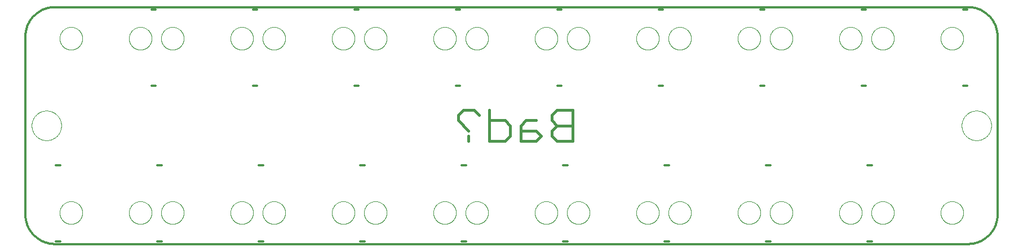
<source format=gbo>
G75*
%MOIN*%
%OFA0B0*%
%FSLAX25Y25*%
%IPPOS*%
%LPD*%
%AMOC8*
5,1,8,0,0,1.08239X$1,22.5*
%
%ADD10C,0.01200*%
%ADD11C,0.00000*%
%ADD12C,0.01600*%
D10*
X0019100Y0001600D02*
X0559100Y0001600D01*
X0502100Y0003100D02*
X0499600Y0003100D01*
X0442100Y0003100D02*
X0439600Y0003100D01*
X0382100Y0003100D02*
X0379600Y0003100D01*
X0322100Y0003100D02*
X0319600Y0003100D01*
X0262100Y0003100D02*
X0259600Y0003100D01*
X0202100Y0003100D02*
X0199600Y0003100D01*
X0142100Y0003100D02*
X0139600Y0003100D01*
X0082100Y0003100D02*
X0079600Y0003100D01*
X0022100Y0003100D02*
X0019600Y0003100D01*
X0019100Y0001600D02*
X0018677Y0001605D01*
X0018255Y0001620D01*
X0017832Y0001646D01*
X0017411Y0001682D01*
X0016991Y0001728D01*
X0016571Y0001784D01*
X0016154Y0001850D01*
X0015738Y0001926D01*
X0015324Y0002012D01*
X0014912Y0002109D01*
X0014503Y0002215D01*
X0014096Y0002331D01*
X0013692Y0002457D01*
X0013292Y0002592D01*
X0012894Y0002737D01*
X0012501Y0002892D01*
X0012111Y0003056D01*
X0011725Y0003230D01*
X0011344Y0003413D01*
X0010967Y0003605D01*
X0010595Y0003806D01*
X0010228Y0004016D01*
X0009866Y0004234D01*
X0009510Y0004462D01*
X0009159Y0004698D01*
X0008814Y0004942D01*
X0008475Y0005195D01*
X0008142Y0005456D01*
X0007815Y0005724D01*
X0007495Y0006001D01*
X0007182Y0006285D01*
X0006876Y0006577D01*
X0006577Y0006876D01*
X0006285Y0007182D01*
X0006001Y0007495D01*
X0005724Y0007815D01*
X0005456Y0008142D01*
X0005195Y0008475D01*
X0004942Y0008814D01*
X0004698Y0009159D01*
X0004462Y0009510D01*
X0004234Y0009866D01*
X0004016Y0010228D01*
X0003806Y0010595D01*
X0003605Y0010967D01*
X0003413Y0011344D01*
X0003230Y0011725D01*
X0003056Y0012111D01*
X0002892Y0012501D01*
X0002737Y0012894D01*
X0002592Y0013292D01*
X0002457Y0013692D01*
X0002331Y0014096D01*
X0002215Y0014503D01*
X0002109Y0014912D01*
X0002012Y0015324D01*
X0001926Y0015738D01*
X0001850Y0016154D01*
X0001784Y0016571D01*
X0001728Y0016991D01*
X0001682Y0017411D01*
X0001646Y0017832D01*
X0001620Y0018255D01*
X0001605Y0018677D01*
X0001600Y0019100D01*
X0001600Y0124100D01*
X0001605Y0124523D01*
X0001620Y0124945D01*
X0001646Y0125368D01*
X0001682Y0125789D01*
X0001728Y0126209D01*
X0001784Y0126629D01*
X0001850Y0127046D01*
X0001926Y0127462D01*
X0002012Y0127876D01*
X0002109Y0128288D01*
X0002215Y0128697D01*
X0002331Y0129104D01*
X0002457Y0129508D01*
X0002592Y0129908D01*
X0002737Y0130306D01*
X0002892Y0130699D01*
X0003056Y0131089D01*
X0003230Y0131475D01*
X0003413Y0131856D01*
X0003605Y0132233D01*
X0003806Y0132605D01*
X0004016Y0132972D01*
X0004234Y0133334D01*
X0004462Y0133690D01*
X0004698Y0134041D01*
X0004942Y0134386D01*
X0005195Y0134725D01*
X0005456Y0135058D01*
X0005724Y0135385D01*
X0006001Y0135705D01*
X0006285Y0136018D01*
X0006577Y0136324D01*
X0006876Y0136623D01*
X0007182Y0136915D01*
X0007495Y0137199D01*
X0007815Y0137476D01*
X0008142Y0137744D01*
X0008475Y0138005D01*
X0008814Y0138258D01*
X0009159Y0138502D01*
X0009510Y0138738D01*
X0009866Y0138966D01*
X0010228Y0139184D01*
X0010595Y0139394D01*
X0010967Y0139595D01*
X0011344Y0139787D01*
X0011725Y0139970D01*
X0012111Y0140144D01*
X0012501Y0140308D01*
X0012894Y0140463D01*
X0013292Y0140608D01*
X0013692Y0140743D01*
X0014096Y0140869D01*
X0014503Y0140985D01*
X0014912Y0141091D01*
X0015324Y0141188D01*
X0015738Y0141274D01*
X0016154Y0141350D01*
X0016571Y0141416D01*
X0016991Y0141472D01*
X0017411Y0141518D01*
X0017832Y0141554D01*
X0018255Y0141580D01*
X0018677Y0141595D01*
X0019100Y0141600D01*
X0559100Y0141600D01*
X0558600Y0140100D02*
X0556100Y0140100D01*
X0498600Y0140100D02*
X0496100Y0140100D01*
X0438600Y0140100D02*
X0436100Y0140100D01*
X0378600Y0140100D02*
X0376100Y0140100D01*
X0318600Y0140100D02*
X0316100Y0140100D01*
X0258600Y0140100D02*
X0256100Y0140100D01*
X0198600Y0140100D02*
X0196100Y0140100D01*
X0138600Y0140100D02*
X0136100Y0140100D01*
X0078600Y0140100D02*
X0076100Y0140100D01*
X0076100Y0095100D02*
X0078600Y0095100D01*
X0136100Y0095100D02*
X0138600Y0095100D01*
X0196100Y0095100D02*
X0198600Y0095100D01*
X0256100Y0095100D02*
X0258600Y0095100D01*
X0316100Y0095100D02*
X0318600Y0095100D01*
X0376100Y0095100D02*
X0378600Y0095100D01*
X0436100Y0095100D02*
X0438600Y0095100D01*
X0496100Y0095100D02*
X0498600Y0095100D01*
X0556100Y0095100D02*
X0558600Y0095100D01*
X0576600Y0124100D02*
X0576595Y0124523D01*
X0576580Y0124945D01*
X0576554Y0125368D01*
X0576518Y0125789D01*
X0576472Y0126209D01*
X0576416Y0126629D01*
X0576350Y0127046D01*
X0576274Y0127462D01*
X0576188Y0127876D01*
X0576091Y0128288D01*
X0575985Y0128697D01*
X0575869Y0129104D01*
X0575743Y0129508D01*
X0575608Y0129908D01*
X0575463Y0130306D01*
X0575308Y0130699D01*
X0575144Y0131089D01*
X0574970Y0131475D01*
X0574787Y0131856D01*
X0574595Y0132233D01*
X0574394Y0132605D01*
X0574184Y0132972D01*
X0573966Y0133334D01*
X0573738Y0133690D01*
X0573502Y0134041D01*
X0573258Y0134386D01*
X0573005Y0134725D01*
X0572744Y0135058D01*
X0572476Y0135385D01*
X0572199Y0135705D01*
X0571915Y0136018D01*
X0571623Y0136324D01*
X0571324Y0136623D01*
X0571018Y0136915D01*
X0570705Y0137199D01*
X0570385Y0137476D01*
X0570058Y0137744D01*
X0569725Y0138005D01*
X0569386Y0138258D01*
X0569041Y0138502D01*
X0568690Y0138738D01*
X0568334Y0138966D01*
X0567972Y0139184D01*
X0567605Y0139394D01*
X0567233Y0139595D01*
X0566856Y0139787D01*
X0566475Y0139970D01*
X0566089Y0140144D01*
X0565699Y0140308D01*
X0565306Y0140463D01*
X0564908Y0140608D01*
X0564508Y0140743D01*
X0564104Y0140869D01*
X0563697Y0140985D01*
X0563288Y0141091D01*
X0562876Y0141188D01*
X0562462Y0141274D01*
X0562046Y0141350D01*
X0561629Y0141416D01*
X0561209Y0141472D01*
X0560789Y0141518D01*
X0560368Y0141554D01*
X0559945Y0141580D01*
X0559523Y0141595D01*
X0559100Y0141600D01*
X0576600Y0124100D02*
X0576600Y0019100D01*
X0576595Y0018677D01*
X0576580Y0018255D01*
X0576554Y0017832D01*
X0576518Y0017411D01*
X0576472Y0016991D01*
X0576416Y0016571D01*
X0576350Y0016154D01*
X0576274Y0015738D01*
X0576188Y0015324D01*
X0576091Y0014912D01*
X0575985Y0014503D01*
X0575869Y0014096D01*
X0575743Y0013692D01*
X0575608Y0013292D01*
X0575463Y0012894D01*
X0575308Y0012501D01*
X0575144Y0012111D01*
X0574970Y0011725D01*
X0574787Y0011344D01*
X0574595Y0010967D01*
X0574394Y0010595D01*
X0574184Y0010228D01*
X0573966Y0009866D01*
X0573738Y0009510D01*
X0573502Y0009159D01*
X0573258Y0008814D01*
X0573005Y0008475D01*
X0572744Y0008142D01*
X0572476Y0007815D01*
X0572199Y0007495D01*
X0571915Y0007182D01*
X0571623Y0006876D01*
X0571324Y0006577D01*
X0571018Y0006285D01*
X0570705Y0006001D01*
X0570385Y0005724D01*
X0570058Y0005456D01*
X0569725Y0005195D01*
X0569386Y0004942D01*
X0569041Y0004698D01*
X0568690Y0004462D01*
X0568334Y0004234D01*
X0567972Y0004016D01*
X0567605Y0003806D01*
X0567233Y0003605D01*
X0566856Y0003413D01*
X0566475Y0003230D01*
X0566089Y0003056D01*
X0565699Y0002892D01*
X0565306Y0002737D01*
X0564908Y0002592D01*
X0564508Y0002457D01*
X0564104Y0002331D01*
X0563697Y0002215D01*
X0563288Y0002109D01*
X0562876Y0002012D01*
X0562462Y0001926D01*
X0562046Y0001850D01*
X0561629Y0001784D01*
X0561209Y0001728D01*
X0560789Y0001682D01*
X0560368Y0001646D01*
X0559945Y0001620D01*
X0559523Y0001605D01*
X0559100Y0001600D01*
X0502100Y0048100D02*
X0499600Y0048100D01*
X0442100Y0048100D02*
X0439600Y0048100D01*
X0382100Y0048100D02*
X0379600Y0048100D01*
X0322100Y0048100D02*
X0319600Y0048100D01*
X0262100Y0048100D02*
X0259600Y0048100D01*
X0202100Y0048100D02*
X0199600Y0048100D01*
X0142100Y0048100D02*
X0139600Y0048100D01*
X0082100Y0048100D02*
X0079600Y0048100D01*
X0022100Y0048100D02*
X0019600Y0048100D01*
D11*
X0005350Y0071600D02*
X0005353Y0071815D01*
X0005361Y0072029D01*
X0005374Y0072244D01*
X0005392Y0072458D01*
X0005416Y0072671D01*
X0005445Y0072884D01*
X0005479Y0073096D01*
X0005518Y0073307D01*
X0005563Y0073517D01*
X0005612Y0073726D01*
X0005667Y0073934D01*
X0005727Y0074140D01*
X0005792Y0074345D01*
X0005861Y0074548D01*
X0005936Y0074749D01*
X0006016Y0074948D01*
X0006101Y0075146D01*
X0006190Y0075341D01*
X0006284Y0075534D01*
X0006383Y0075725D01*
X0006487Y0075913D01*
X0006595Y0076098D01*
X0006708Y0076281D01*
X0006825Y0076461D01*
X0006946Y0076638D01*
X0007072Y0076812D01*
X0007202Y0076983D01*
X0007336Y0077151D01*
X0007474Y0077315D01*
X0007617Y0077476D01*
X0007763Y0077633D01*
X0007913Y0077787D01*
X0008067Y0077937D01*
X0008224Y0078083D01*
X0008385Y0078226D01*
X0008549Y0078364D01*
X0008717Y0078498D01*
X0008888Y0078628D01*
X0009062Y0078754D01*
X0009239Y0078875D01*
X0009419Y0078992D01*
X0009602Y0079105D01*
X0009787Y0079213D01*
X0009975Y0079317D01*
X0010166Y0079416D01*
X0010359Y0079510D01*
X0010554Y0079599D01*
X0010752Y0079684D01*
X0010951Y0079764D01*
X0011152Y0079839D01*
X0011355Y0079908D01*
X0011560Y0079973D01*
X0011766Y0080033D01*
X0011974Y0080088D01*
X0012183Y0080137D01*
X0012393Y0080182D01*
X0012604Y0080221D01*
X0012816Y0080255D01*
X0013029Y0080284D01*
X0013242Y0080308D01*
X0013456Y0080326D01*
X0013671Y0080339D01*
X0013885Y0080347D01*
X0014100Y0080350D01*
X0014315Y0080347D01*
X0014529Y0080339D01*
X0014744Y0080326D01*
X0014958Y0080308D01*
X0015171Y0080284D01*
X0015384Y0080255D01*
X0015596Y0080221D01*
X0015807Y0080182D01*
X0016017Y0080137D01*
X0016226Y0080088D01*
X0016434Y0080033D01*
X0016640Y0079973D01*
X0016845Y0079908D01*
X0017048Y0079839D01*
X0017249Y0079764D01*
X0017448Y0079684D01*
X0017646Y0079599D01*
X0017841Y0079510D01*
X0018034Y0079416D01*
X0018225Y0079317D01*
X0018413Y0079213D01*
X0018598Y0079105D01*
X0018781Y0078992D01*
X0018961Y0078875D01*
X0019138Y0078754D01*
X0019312Y0078628D01*
X0019483Y0078498D01*
X0019651Y0078364D01*
X0019815Y0078226D01*
X0019976Y0078083D01*
X0020133Y0077937D01*
X0020287Y0077787D01*
X0020437Y0077633D01*
X0020583Y0077476D01*
X0020726Y0077315D01*
X0020864Y0077151D01*
X0020998Y0076983D01*
X0021128Y0076812D01*
X0021254Y0076638D01*
X0021375Y0076461D01*
X0021492Y0076281D01*
X0021605Y0076098D01*
X0021713Y0075913D01*
X0021817Y0075725D01*
X0021916Y0075534D01*
X0022010Y0075341D01*
X0022099Y0075146D01*
X0022184Y0074948D01*
X0022264Y0074749D01*
X0022339Y0074548D01*
X0022408Y0074345D01*
X0022473Y0074140D01*
X0022533Y0073934D01*
X0022588Y0073726D01*
X0022637Y0073517D01*
X0022682Y0073307D01*
X0022721Y0073096D01*
X0022755Y0072884D01*
X0022784Y0072671D01*
X0022808Y0072458D01*
X0022826Y0072244D01*
X0022839Y0072029D01*
X0022847Y0071815D01*
X0022850Y0071600D01*
X0022847Y0071385D01*
X0022839Y0071171D01*
X0022826Y0070956D01*
X0022808Y0070742D01*
X0022784Y0070529D01*
X0022755Y0070316D01*
X0022721Y0070104D01*
X0022682Y0069893D01*
X0022637Y0069683D01*
X0022588Y0069474D01*
X0022533Y0069266D01*
X0022473Y0069060D01*
X0022408Y0068855D01*
X0022339Y0068652D01*
X0022264Y0068451D01*
X0022184Y0068252D01*
X0022099Y0068054D01*
X0022010Y0067859D01*
X0021916Y0067666D01*
X0021817Y0067475D01*
X0021713Y0067287D01*
X0021605Y0067102D01*
X0021492Y0066919D01*
X0021375Y0066739D01*
X0021254Y0066562D01*
X0021128Y0066388D01*
X0020998Y0066217D01*
X0020864Y0066049D01*
X0020726Y0065885D01*
X0020583Y0065724D01*
X0020437Y0065567D01*
X0020287Y0065413D01*
X0020133Y0065263D01*
X0019976Y0065117D01*
X0019815Y0064974D01*
X0019651Y0064836D01*
X0019483Y0064702D01*
X0019312Y0064572D01*
X0019138Y0064446D01*
X0018961Y0064325D01*
X0018781Y0064208D01*
X0018598Y0064095D01*
X0018413Y0063987D01*
X0018225Y0063883D01*
X0018034Y0063784D01*
X0017841Y0063690D01*
X0017646Y0063601D01*
X0017448Y0063516D01*
X0017249Y0063436D01*
X0017048Y0063361D01*
X0016845Y0063292D01*
X0016640Y0063227D01*
X0016434Y0063167D01*
X0016226Y0063112D01*
X0016017Y0063063D01*
X0015807Y0063018D01*
X0015596Y0062979D01*
X0015384Y0062945D01*
X0015171Y0062916D01*
X0014958Y0062892D01*
X0014744Y0062874D01*
X0014529Y0062861D01*
X0014315Y0062853D01*
X0014100Y0062850D01*
X0013885Y0062853D01*
X0013671Y0062861D01*
X0013456Y0062874D01*
X0013242Y0062892D01*
X0013029Y0062916D01*
X0012816Y0062945D01*
X0012604Y0062979D01*
X0012393Y0063018D01*
X0012183Y0063063D01*
X0011974Y0063112D01*
X0011766Y0063167D01*
X0011560Y0063227D01*
X0011355Y0063292D01*
X0011152Y0063361D01*
X0010951Y0063436D01*
X0010752Y0063516D01*
X0010554Y0063601D01*
X0010359Y0063690D01*
X0010166Y0063784D01*
X0009975Y0063883D01*
X0009787Y0063987D01*
X0009602Y0064095D01*
X0009419Y0064208D01*
X0009239Y0064325D01*
X0009062Y0064446D01*
X0008888Y0064572D01*
X0008717Y0064702D01*
X0008549Y0064836D01*
X0008385Y0064974D01*
X0008224Y0065117D01*
X0008067Y0065263D01*
X0007913Y0065413D01*
X0007763Y0065567D01*
X0007617Y0065724D01*
X0007474Y0065885D01*
X0007336Y0066049D01*
X0007202Y0066217D01*
X0007072Y0066388D01*
X0006946Y0066562D01*
X0006825Y0066739D01*
X0006708Y0066919D01*
X0006595Y0067102D01*
X0006487Y0067287D01*
X0006383Y0067475D01*
X0006284Y0067666D01*
X0006190Y0067859D01*
X0006101Y0068054D01*
X0006016Y0068252D01*
X0005936Y0068451D01*
X0005861Y0068652D01*
X0005792Y0068855D01*
X0005727Y0069060D01*
X0005667Y0069266D01*
X0005612Y0069474D01*
X0005563Y0069683D01*
X0005518Y0069893D01*
X0005479Y0070104D01*
X0005445Y0070316D01*
X0005416Y0070529D01*
X0005392Y0070742D01*
X0005374Y0070956D01*
X0005361Y0071171D01*
X0005353Y0071385D01*
X0005350Y0071600D01*
X0021900Y0123100D02*
X0021902Y0123264D01*
X0021908Y0123429D01*
X0021918Y0123593D01*
X0021932Y0123757D01*
X0021950Y0123920D01*
X0021973Y0124083D01*
X0021999Y0124245D01*
X0022029Y0124407D01*
X0022063Y0124568D01*
X0022101Y0124728D01*
X0022143Y0124887D01*
X0022188Y0125045D01*
X0022238Y0125202D01*
X0022292Y0125357D01*
X0022349Y0125511D01*
X0022410Y0125664D01*
X0022475Y0125815D01*
X0022543Y0125965D01*
X0022615Y0126112D01*
X0022691Y0126258D01*
X0022770Y0126402D01*
X0022853Y0126544D01*
X0022939Y0126684D01*
X0023029Y0126822D01*
X0023122Y0126958D01*
X0023219Y0127091D01*
X0023318Y0127222D01*
X0023421Y0127350D01*
X0023527Y0127476D01*
X0023636Y0127599D01*
X0023748Y0127720D01*
X0023862Y0127838D01*
X0023980Y0127952D01*
X0024101Y0128064D01*
X0024224Y0128173D01*
X0024350Y0128279D01*
X0024478Y0128382D01*
X0024609Y0128481D01*
X0024742Y0128578D01*
X0024878Y0128671D01*
X0025016Y0128761D01*
X0025156Y0128847D01*
X0025298Y0128930D01*
X0025442Y0129009D01*
X0025588Y0129085D01*
X0025735Y0129157D01*
X0025885Y0129225D01*
X0026036Y0129290D01*
X0026189Y0129351D01*
X0026343Y0129408D01*
X0026498Y0129462D01*
X0026655Y0129512D01*
X0026813Y0129557D01*
X0026972Y0129599D01*
X0027132Y0129637D01*
X0027293Y0129671D01*
X0027455Y0129701D01*
X0027617Y0129727D01*
X0027780Y0129750D01*
X0027943Y0129768D01*
X0028107Y0129782D01*
X0028271Y0129792D01*
X0028436Y0129798D01*
X0028600Y0129800D01*
X0028764Y0129798D01*
X0028929Y0129792D01*
X0029093Y0129782D01*
X0029257Y0129768D01*
X0029420Y0129750D01*
X0029583Y0129727D01*
X0029745Y0129701D01*
X0029907Y0129671D01*
X0030068Y0129637D01*
X0030228Y0129599D01*
X0030387Y0129557D01*
X0030545Y0129512D01*
X0030702Y0129462D01*
X0030857Y0129408D01*
X0031011Y0129351D01*
X0031164Y0129290D01*
X0031315Y0129225D01*
X0031465Y0129157D01*
X0031612Y0129085D01*
X0031758Y0129009D01*
X0031902Y0128930D01*
X0032044Y0128847D01*
X0032184Y0128761D01*
X0032322Y0128671D01*
X0032458Y0128578D01*
X0032591Y0128481D01*
X0032722Y0128382D01*
X0032850Y0128279D01*
X0032976Y0128173D01*
X0033099Y0128064D01*
X0033220Y0127952D01*
X0033338Y0127838D01*
X0033452Y0127720D01*
X0033564Y0127599D01*
X0033673Y0127476D01*
X0033779Y0127350D01*
X0033882Y0127222D01*
X0033981Y0127091D01*
X0034078Y0126958D01*
X0034171Y0126822D01*
X0034261Y0126684D01*
X0034347Y0126544D01*
X0034430Y0126402D01*
X0034509Y0126258D01*
X0034585Y0126112D01*
X0034657Y0125965D01*
X0034725Y0125815D01*
X0034790Y0125664D01*
X0034851Y0125511D01*
X0034908Y0125357D01*
X0034962Y0125202D01*
X0035012Y0125045D01*
X0035057Y0124887D01*
X0035099Y0124728D01*
X0035137Y0124568D01*
X0035171Y0124407D01*
X0035201Y0124245D01*
X0035227Y0124083D01*
X0035250Y0123920D01*
X0035268Y0123757D01*
X0035282Y0123593D01*
X0035292Y0123429D01*
X0035298Y0123264D01*
X0035300Y0123100D01*
X0035298Y0122936D01*
X0035292Y0122771D01*
X0035282Y0122607D01*
X0035268Y0122443D01*
X0035250Y0122280D01*
X0035227Y0122117D01*
X0035201Y0121955D01*
X0035171Y0121793D01*
X0035137Y0121632D01*
X0035099Y0121472D01*
X0035057Y0121313D01*
X0035012Y0121155D01*
X0034962Y0120998D01*
X0034908Y0120843D01*
X0034851Y0120689D01*
X0034790Y0120536D01*
X0034725Y0120385D01*
X0034657Y0120235D01*
X0034585Y0120088D01*
X0034509Y0119942D01*
X0034430Y0119798D01*
X0034347Y0119656D01*
X0034261Y0119516D01*
X0034171Y0119378D01*
X0034078Y0119242D01*
X0033981Y0119109D01*
X0033882Y0118978D01*
X0033779Y0118850D01*
X0033673Y0118724D01*
X0033564Y0118601D01*
X0033452Y0118480D01*
X0033338Y0118362D01*
X0033220Y0118248D01*
X0033099Y0118136D01*
X0032976Y0118027D01*
X0032850Y0117921D01*
X0032722Y0117818D01*
X0032591Y0117719D01*
X0032458Y0117622D01*
X0032322Y0117529D01*
X0032184Y0117439D01*
X0032044Y0117353D01*
X0031902Y0117270D01*
X0031758Y0117191D01*
X0031612Y0117115D01*
X0031465Y0117043D01*
X0031315Y0116975D01*
X0031164Y0116910D01*
X0031011Y0116849D01*
X0030857Y0116792D01*
X0030702Y0116738D01*
X0030545Y0116688D01*
X0030387Y0116643D01*
X0030228Y0116601D01*
X0030068Y0116563D01*
X0029907Y0116529D01*
X0029745Y0116499D01*
X0029583Y0116473D01*
X0029420Y0116450D01*
X0029257Y0116432D01*
X0029093Y0116418D01*
X0028929Y0116408D01*
X0028764Y0116402D01*
X0028600Y0116400D01*
X0028436Y0116402D01*
X0028271Y0116408D01*
X0028107Y0116418D01*
X0027943Y0116432D01*
X0027780Y0116450D01*
X0027617Y0116473D01*
X0027455Y0116499D01*
X0027293Y0116529D01*
X0027132Y0116563D01*
X0026972Y0116601D01*
X0026813Y0116643D01*
X0026655Y0116688D01*
X0026498Y0116738D01*
X0026343Y0116792D01*
X0026189Y0116849D01*
X0026036Y0116910D01*
X0025885Y0116975D01*
X0025735Y0117043D01*
X0025588Y0117115D01*
X0025442Y0117191D01*
X0025298Y0117270D01*
X0025156Y0117353D01*
X0025016Y0117439D01*
X0024878Y0117529D01*
X0024742Y0117622D01*
X0024609Y0117719D01*
X0024478Y0117818D01*
X0024350Y0117921D01*
X0024224Y0118027D01*
X0024101Y0118136D01*
X0023980Y0118248D01*
X0023862Y0118362D01*
X0023748Y0118480D01*
X0023636Y0118601D01*
X0023527Y0118724D01*
X0023421Y0118850D01*
X0023318Y0118978D01*
X0023219Y0119109D01*
X0023122Y0119242D01*
X0023029Y0119378D01*
X0022939Y0119516D01*
X0022853Y0119656D01*
X0022770Y0119798D01*
X0022691Y0119942D01*
X0022615Y0120088D01*
X0022543Y0120235D01*
X0022475Y0120385D01*
X0022410Y0120536D01*
X0022349Y0120689D01*
X0022292Y0120843D01*
X0022238Y0120998D01*
X0022188Y0121155D01*
X0022143Y0121313D01*
X0022101Y0121472D01*
X0022063Y0121632D01*
X0022029Y0121793D01*
X0021999Y0121955D01*
X0021973Y0122117D01*
X0021950Y0122280D01*
X0021932Y0122443D01*
X0021918Y0122607D01*
X0021908Y0122771D01*
X0021902Y0122936D01*
X0021900Y0123100D01*
X0062900Y0123100D02*
X0062902Y0123264D01*
X0062908Y0123429D01*
X0062918Y0123593D01*
X0062932Y0123757D01*
X0062950Y0123920D01*
X0062973Y0124083D01*
X0062999Y0124245D01*
X0063029Y0124407D01*
X0063063Y0124568D01*
X0063101Y0124728D01*
X0063143Y0124887D01*
X0063188Y0125045D01*
X0063238Y0125202D01*
X0063292Y0125357D01*
X0063349Y0125511D01*
X0063410Y0125664D01*
X0063475Y0125815D01*
X0063543Y0125965D01*
X0063615Y0126112D01*
X0063691Y0126258D01*
X0063770Y0126402D01*
X0063853Y0126544D01*
X0063939Y0126684D01*
X0064029Y0126822D01*
X0064122Y0126958D01*
X0064219Y0127091D01*
X0064318Y0127222D01*
X0064421Y0127350D01*
X0064527Y0127476D01*
X0064636Y0127599D01*
X0064748Y0127720D01*
X0064862Y0127838D01*
X0064980Y0127952D01*
X0065101Y0128064D01*
X0065224Y0128173D01*
X0065350Y0128279D01*
X0065478Y0128382D01*
X0065609Y0128481D01*
X0065742Y0128578D01*
X0065878Y0128671D01*
X0066016Y0128761D01*
X0066156Y0128847D01*
X0066298Y0128930D01*
X0066442Y0129009D01*
X0066588Y0129085D01*
X0066735Y0129157D01*
X0066885Y0129225D01*
X0067036Y0129290D01*
X0067189Y0129351D01*
X0067343Y0129408D01*
X0067498Y0129462D01*
X0067655Y0129512D01*
X0067813Y0129557D01*
X0067972Y0129599D01*
X0068132Y0129637D01*
X0068293Y0129671D01*
X0068455Y0129701D01*
X0068617Y0129727D01*
X0068780Y0129750D01*
X0068943Y0129768D01*
X0069107Y0129782D01*
X0069271Y0129792D01*
X0069436Y0129798D01*
X0069600Y0129800D01*
X0069764Y0129798D01*
X0069929Y0129792D01*
X0070093Y0129782D01*
X0070257Y0129768D01*
X0070420Y0129750D01*
X0070583Y0129727D01*
X0070745Y0129701D01*
X0070907Y0129671D01*
X0071068Y0129637D01*
X0071228Y0129599D01*
X0071387Y0129557D01*
X0071545Y0129512D01*
X0071702Y0129462D01*
X0071857Y0129408D01*
X0072011Y0129351D01*
X0072164Y0129290D01*
X0072315Y0129225D01*
X0072465Y0129157D01*
X0072612Y0129085D01*
X0072758Y0129009D01*
X0072902Y0128930D01*
X0073044Y0128847D01*
X0073184Y0128761D01*
X0073322Y0128671D01*
X0073458Y0128578D01*
X0073591Y0128481D01*
X0073722Y0128382D01*
X0073850Y0128279D01*
X0073976Y0128173D01*
X0074099Y0128064D01*
X0074220Y0127952D01*
X0074338Y0127838D01*
X0074452Y0127720D01*
X0074564Y0127599D01*
X0074673Y0127476D01*
X0074779Y0127350D01*
X0074882Y0127222D01*
X0074981Y0127091D01*
X0075078Y0126958D01*
X0075171Y0126822D01*
X0075261Y0126684D01*
X0075347Y0126544D01*
X0075430Y0126402D01*
X0075509Y0126258D01*
X0075585Y0126112D01*
X0075657Y0125965D01*
X0075725Y0125815D01*
X0075790Y0125664D01*
X0075851Y0125511D01*
X0075908Y0125357D01*
X0075962Y0125202D01*
X0076012Y0125045D01*
X0076057Y0124887D01*
X0076099Y0124728D01*
X0076137Y0124568D01*
X0076171Y0124407D01*
X0076201Y0124245D01*
X0076227Y0124083D01*
X0076250Y0123920D01*
X0076268Y0123757D01*
X0076282Y0123593D01*
X0076292Y0123429D01*
X0076298Y0123264D01*
X0076300Y0123100D01*
X0076298Y0122936D01*
X0076292Y0122771D01*
X0076282Y0122607D01*
X0076268Y0122443D01*
X0076250Y0122280D01*
X0076227Y0122117D01*
X0076201Y0121955D01*
X0076171Y0121793D01*
X0076137Y0121632D01*
X0076099Y0121472D01*
X0076057Y0121313D01*
X0076012Y0121155D01*
X0075962Y0120998D01*
X0075908Y0120843D01*
X0075851Y0120689D01*
X0075790Y0120536D01*
X0075725Y0120385D01*
X0075657Y0120235D01*
X0075585Y0120088D01*
X0075509Y0119942D01*
X0075430Y0119798D01*
X0075347Y0119656D01*
X0075261Y0119516D01*
X0075171Y0119378D01*
X0075078Y0119242D01*
X0074981Y0119109D01*
X0074882Y0118978D01*
X0074779Y0118850D01*
X0074673Y0118724D01*
X0074564Y0118601D01*
X0074452Y0118480D01*
X0074338Y0118362D01*
X0074220Y0118248D01*
X0074099Y0118136D01*
X0073976Y0118027D01*
X0073850Y0117921D01*
X0073722Y0117818D01*
X0073591Y0117719D01*
X0073458Y0117622D01*
X0073322Y0117529D01*
X0073184Y0117439D01*
X0073044Y0117353D01*
X0072902Y0117270D01*
X0072758Y0117191D01*
X0072612Y0117115D01*
X0072465Y0117043D01*
X0072315Y0116975D01*
X0072164Y0116910D01*
X0072011Y0116849D01*
X0071857Y0116792D01*
X0071702Y0116738D01*
X0071545Y0116688D01*
X0071387Y0116643D01*
X0071228Y0116601D01*
X0071068Y0116563D01*
X0070907Y0116529D01*
X0070745Y0116499D01*
X0070583Y0116473D01*
X0070420Y0116450D01*
X0070257Y0116432D01*
X0070093Y0116418D01*
X0069929Y0116408D01*
X0069764Y0116402D01*
X0069600Y0116400D01*
X0069436Y0116402D01*
X0069271Y0116408D01*
X0069107Y0116418D01*
X0068943Y0116432D01*
X0068780Y0116450D01*
X0068617Y0116473D01*
X0068455Y0116499D01*
X0068293Y0116529D01*
X0068132Y0116563D01*
X0067972Y0116601D01*
X0067813Y0116643D01*
X0067655Y0116688D01*
X0067498Y0116738D01*
X0067343Y0116792D01*
X0067189Y0116849D01*
X0067036Y0116910D01*
X0066885Y0116975D01*
X0066735Y0117043D01*
X0066588Y0117115D01*
X0066442Y0117191D01*
X0066298Y0117270D01*
X0066156Y0117353D01*
X0066016Y0117439D01*
X0065878Y0117529D01*
X0065742Y0117622D01*
X0065609Y0117719D01*
X0065478Y0117818D01*
X0065350Y0117921D01*
X0065224Y0118027D01*
X0065101Y0118136D01*
X0064980Y0118248D01*
X0064862Y0118362D01*
X0064748Y0118480D01*
X0064636Y0118601D01*
X0064527Y0118724D01*
X0064421Y0118850D01*
X0064318Y0118978D01*
X0064219Y0119109D01*
X0064122Y0119242D01*
X0064029Y0119378D01*
X0063939Y0119516D01*
X0063853Y0119656D01*
X0063770Y0119798D01*
X0063691Y0119942D01*
X0063615Y0120088D01*
X0063543Y0120235D01*
X0063475Y0120385D01*
X0063410Y0120536D01*
X0063349Y0120689D01*
X0063292Y0120843D01*
X0063238Y0120998D01*
X0063188Y0121155D01*
X0063143Y0121313D01*
X0063101Y0121472D01*
X0063063Y0121632D01*
X0063029Y0121793D01*
X0062999Y0121955D01*
X0062973Y0122117D01*
X0062950Y0122280D01*
X0062932Y0122443D01*
X0062918Y0122607D01*
X0062908Y0122771D01*
X0062902Y0122936D01*
X0062900Y0123100D01*
X0081900Y0123100D02*
X0081902Y0123264D01*
X0081908Y0123429D01*
X0081918Y0123593D01*
X0081932Y0123757D01*
X0081950Y0123920D01*
X0081973Y0124083D01*
X0081999Y0124245D01*
X0082029Y0124407D01*
X0082063Y0124568D01*
X0082101Y0124728D01*
X0082143Y0124887D01*
X0082188Y0125045D01*
X0082238Y0125202D01*
X0082292Y0125357D01*
X0082349Y0125511D01*
X0082410Y0125664D01*
X0082475Y0125815D01*
X0082543Y0125965D01*
X0082615Y0126112D01*
X0082691Y0126258D01*
X0082770Y0126402D01*
X0082853Y0126544D01*
X0082939Y0126684D01*
X0083029Y0126822D01*
X0083122Y0126958D01*
X0083219Y0127091D01*
X0083318Y0127222D01*
X0083421Y0127350D01*
X0083527Y0127476D01*
X0083636Y0127599D01*
X0083748Y0127720D01*
X0083862Y0127838D01*
X0083980Y0127952D01*
X0084101Y0128064D01*
X0084224Y0128173D01*
X0084350Y0128279D01*
X0084478Y0128382D01*
X0084609Y0128481D01*
X0084742Y0128578D01*
X0084878Y0128671D01*
X0085016Y0128761D01*
X0085156Y0128847D01*
X0085298Y0128930D01*
X0085442Y0129009D01*
X0085588Y0129085D01*
X0085735Y0129157D01*
X0085885Y0129225D01*
X0086036Y0129290D01*
X0086189Y0129351D01*
X0086343Y0129408D01*
X0086498Y0129462D01*
X0086655Y0129512D01*
X0086813Y0129557D01*
X0086972Y0129599D01*
X0087132Y0129637D01*
X0087293Y0129671D01*
X0087455Y0129701D01*
X0087617Y0129727D01*
X0087780Y0129750D01*
X0087943Y0129768D01*
X0088107Y0129782D01*
X0088271Y0129792D01*
X0088436Y0129798D01*
X0088600Y0129800D01*
X0088764Y0129798D01*
X0088929Y0129792D01*
X0089093Y0129782D01*
X0089257Y0129768D01*
X0089420Y0129750D01*
X0089583Y0129727D01*
X0089745Y0129701D01*
X0089907Y0129671D01*
X0090068Y0129637D01*
X0090228Y0129599D01*
X0090387Y0129557D01*
X0090545Y0129512D01*
X0090702Y0129462D01*
X0090857Y0129408D01*
X0091011Y0129351D01*
X0091164Y0129290D01*
X0091315Y0129225D01*
X0091465Y0129157D01*
X0091612Y0129085D01*
X0091758Y0129009D01*
X0091902Y0128930D01*
X0092044Y0128847D01*
X0092184Y0128761D01*
X0092322Y0128671D01*
X0092458Y0128578D01*
X0092591Y0128481D01*
X0092722Y0128382D01*
X0092850Y0128279D01*
X0092976Y0128173D01*
X0093099Y0128064D01*
X0093220Y0127952D01*
X0093338Y0127838D01*
X0093452Y0127720D01*
X0093564Y0127599D01*
X0093673Y0127476D01*
X0093779Y0127350D01*
X0093882Y0127222D01*
X0093981Y0127091D01*
X0094078Y0126958D01*
X0094171Y0126822D01*
X0094261Y0126684D01*
X0094347Y0126544D01*
X0094430Y0126402D01*
X0094509Y0126258D01*
X0094585Y0126112D01*
X0094657Y0125965D01*
X0094725Y0125815D01*
X0094790Y0125664D01*
X0094851Y0125511D01*
X0094908Y0125357D01*
X0094962Y0125202D01*
X0095012Y0125045D01*
X0095057Y0124887D01*
X0095099Y0124728D01*
X0095137Y0124568D01*
X0095171Y0124407D01*
X0095201Y0124245D01*
X0095227Y0124083D01*
X0095250Y0123920D01*
X0095268Y0123757D01*
X0095282Y0123593D01*
X0095292Y0123429D01*
X0095298Y0123264D01*
X0095300Y0123100D01*
X0095298Y0122936D01*
X0095292Y0122771D01*
X0095282Y0122607D01*
X0095268Y0122443D01*
X0095250Y0122280D01*
X0095227Y0122117D01*
X0095201Y0121955D01*
X0095171Y0121793D01*
X0095137Y0121632D01*
X0095099Y0121472D01*
X0095057Y0121313D01*
X0095012Y0121155D01*
X0094962Y0120998D01*
X0094908Y0120843D01*
X0094851Y0120689D01*
X0094790Y0120536D01*
X0094725Y0120385D01*
X0094657Y0120235D01*
X0094585Y0120088D01*
X0094509Y0119942D01*
X0094430Y0119798D01*
X0094347Y0119656D01*
X0094261Y0119516D01*
X0094171Y0119378D01*
X0094078Y0119242D01*
X0093981Y0119109D01*
X0093882Y0118978D01*
X0093779Y0118850D01*
X0093673Y0118724D01*
X0093564Y0118601D01*
X0093452Y0118480D01*
X0093338Y0118362D01*
X0093220Y0118248D01*
X0093099Y0118136D01*
X0092976Y0118027D01*
X0092850Y0117921D01*
X0092722Y0117818D01*
X0092591Y0117719D01*
X0092458Y0117622D01*
X0092322Y0117529D01*
X0092184Y0117439D01*
X0092044Y0117353D01*
X0091902Y0117270D01*
X0091758Y0117191D01*
X0091612Y0117115D01*
X0091465Y0117043D01*
X0091315Y0116975D01*
X0091164Y0116910D01*
X0091011Y0116849D01*
X0090857Y0116792D01*
X0090702Y0116738D01*
X0090545Y0116688D01*
X0090387Y0116643D01*
X0090228Y0116601D01*
X0090068Y0116563D01*
X0089907Y0116529D01*
X0089745Y0116499D01*
X0089583Y0116473D01*
X0089420Y0116450D01*
X0089257Y0116432D01*
X0089093Y0116418D01*
X0088929Y0116408D01*
X0088764Y0116402D01*
X0088600Y0116400D01*
X0088436Y0116402D01*
X0088271Y0116408D01*
X0088107Y0116418D01*
X0087943Y0116432D01*
X0087780Y0116450D01*
X0087617Y0116473D01*
X0087455Y0116499D01*
X0087293Y0116529D01*
X0087132Y0116563D01*
X0086972Y0116601D01*
X0086813Y0116643D01*
X0086655Y0116688D01*
X0086498Y0116738D01*
X0086343Y0116792D01*
X0086189Y0116849D01*
X0086036Y0116910D01*
X0085885Y0116975D01*
X0085735Y0117043D01*
X0085588Y0117115D01*
X0085442Y0117191D01*
X0085298Y0117270D01*
X0085156Y0117353D01*
X0085016Y0117439D01*
X0084878Y0117529D01*
X0084742Y0117622D01*
X0084609Y0117719D01*
X0084478Y0117818D01*
X0084350Y0117921D01*
X0084224Y0118027D01*
X0084101Y0118136D01*
X0083980Y0118248D01*
X0083862Y0118362D01*
X0083748Y0118480D01*
X0083636Y0118601D01*
X0083527Y0118724D01*
X0083421Y0118850D01*
X0083318Y0118978D01*
X0083219Y0119109D01*
X0083122Y0119242D01*
X0083029Y0119378D01*
X0082939Y0119516D01*
X0082853Y0119656D01*
X0082770Y0119798D01*
X0082691Y0119942D01*
X0082615Y0120088D01*
X0082543Y0120235D01*
X0082475Y0120385D01*
X0082410Y0120536D01*
X0082349Y0120689D01*
X0082292Y0120843D01*
X0082238Y0120998D01*
X0082188Y0121155D01*
X0082143Y0121313D01*
X0082101Y0121472D01*
X0082063Y0121632D01*
X0082029Y0121793D01*
X0081999Y0121955D01*
X0081973Y0122117D01*
X0081950Y0122280D01*
X0081932Y0122443D01*
X0081918Y0122607D01*
X0081908Y0122771D01*
X0081902Y0122936D01*
X0081900Y0123100D01*
X0122900Y0123100D02*
X0122902Y0123264D01*
X0122908Y0123429D01*
X0122918Y0123593D01*
X0122932Y0123757D01*
X0122950Y0123920D01*
X0122973Y0124083D01*
X0122999Y0124245D01*
X0123029Y0124407D01*
X0123063Y0124568D01*
X0123101Y0124728D01*
X0123143Y0124887D01*
X0123188Y0125045D01*
X0123238Y0125202D01*
X0123292Y0125357D01*
X0123349Y0125511D01*
X0123410Y0125664D01*
X0123475Y0125815D01*
X0123543Y0125965D01*
X0123615Y0126112D01*
X0123691Y0126258D01*
X0123770Y0126402D01*
X0123853Y0126544D01*
X0123939Y0126684D01*
X0124029Y0126822D01*
X0124122Y0126958D01*
X0124219Y0127091D01*
X0124318Y0127222D01*
X0124421Y0127350D01*
X0124527Y0127476D01*
X0124636Y0127599D01*
X0124748Y0127720D01*
X0124862Y0127838D01*
X0124980Y0127952D01*
X0125101Y0128064D01*
X0125224Y0128173D01*
X0125350Y0128279D01*
X0125478Y0128382D01*
X0125609Y0128481D01*
X0125742Y0128578D01*
X0125878Y0128671D01*
X0126016Y0128761D01*
X0126156Y0128847D01*
X0126298Y0128930D01*
X0126442Y0129009D01*
X0126588Y0129085D01*
X0126735Y0129157D01*
X0126885Y0129225D01*
X0127036Y0129290D01*
X0127189Y0129351D01*
X0127343Y0129408D01*
X0127498Y0129462D01*
X0127655Y0129512D01*
X0127813Y0129557D01*
X0127972Y0129599D01*
X0128132Y0129637D01*
X0128293Y0129671D01*
X0128455Y0129701D01*
X0128617Y0129727D01*
X0128780Y0129750D01*
X0128943Y0129768D01*
X0129107Y0129782D01*
X0129271Y0129792D01*
X0129436Y0129798D01*
X0129600Y0129800D01*
X0129764Y0129798D01*
X0129929Y0129792D01*
X0130093Y0129782D01*
X0130257Y0129768D01*
X0130420Y0129750D01*
X0130583Y0129727D01*
X0130745Y0129701D01*
X0130907Y0129671D01*
X0131068Y0129637D01*
X0131228Y0129599D01*
X0131387Y0129557D01*
X0131545Y0129512D01*
X0131702Y0129462D01*
X0131857Y0129408D01*
X0132011Y0129351D01*
X0132164Y0129290D01*
X0132315Y0129225D01*
X0132465Y0129157D01*
X0132612Y0129085D01*
X0132758Y0129009D01*
X0132902Y0128930D01*
X0133044Y0128847D01*
X0133184Y0128761D01*
X0133322Y0128671D01*
X0133458Y0128578D01*
X0133591Y0128481D01*
X0133722Y0128382D01*
X0133850Y0128279D01*
X0133976Y0128173D01*
X0134099Y0128064D01*
X0134220Y0127952D01*
X0134338Y0127838D01*
X0134452Y0127720D01*
X0134564Y0127599D01*
X0134673Y0127476D01*
X0134779Y0127350D01*
X0134882Y0127222D01*
X0134981Y0127091D01*
X0135078Y0126958D01*
X0135171Y0126822D01*
X0135261Y0126684D01*
X0135347Y0126544D01*
X0135430Y0126402D01*
X0135509Y0126258D01*
X0135585Y0126112D01*
X0135657Y0125965D01*
X0135725Y0125815D01*
X0135790Y0125664D01*
X0135851Y0125511D01*
X0135908Y0125357D01*
X0135962Y0125202D01*
X0136012Y0125045D01*
X0136057Y0124887D01*
X0136099Y0124728D01*
X0136137Y0124568D01*
X0136171Y0124407D01*
X0136201Y0124245D01*
X0136227Y0124083D01*
X0136250Y0123920D01*
X0136268Y0123757D01*
X0136282Y0123593D01*
X0136292Y0123429D01*
X0136298Y0123264D01*
X0136300Y0123100D01*
X0136298Y0122936D01*
X0136292Y0122771D01*
X0136282Y0122607D01*
X0136268Y0122443D01*
X0136250Y0122280D01*
X0136227Y0122117D01*
X0136201Y0121955D01*
X0136171Y0121793D01*
X0136137Y0121632D01*
X0136099Y0121472D01*
X0136057Y0121313D01*
X0136012Y0121155D01*
X0135962Y0120998D01*
X0135908Y0120843D01*
X0135851Y0120689D01*
X0135790Y0120536D01*
X0135725Y0120385D01*
X0135657Y0120235D01*
X0135585Y0120088D01*
X0135509Y0119942D01*
X0135430Y0119798D01*
X0135347Y0119656D01*
X0135261Y0119516D01*
X0135171Y0119378D01*
X0135078Y0119242D01*
X0134981Y0119109D01*
X0134882Y0118978D01*
X0134779Y0118850D01*
X0134673Y0118724D01*
X0134564Y0118601D01*
X0134452Y0118480D01*
X0134338Y0118362D01*
X0134220Y0118248D01*
X0134099Y0118136D01*
X0133976Y0118027D01*
X0133850Y0117921D01*
X0133722Y0117818D01*
X0133591Y0117719D01*
X0133458Y0117622D01*
X0133322Y0117529D01*
X0133184Y0117439D01*
X0133044Y0117353D01*
X0132902Y0117270D01*
X0132758Y0117191D01*
X0132612Y0117115D01*
X0132465Y0117043D01*
X0132315Y0116975D01*
X0132164Y0116910D01*
X0132011Y0116849D01*
X0131857Y0116792D01*
X0131702Y0116738D01*
X0131545Y0116688D01*
X0131387Y0116643D01*
X0131228Y0116601D01*
X0131068Y0116563D01*
X0130907Y0116529D01*
X0130745Y0116499D01*
X0130583Y0116473D01*
X0130420Y0116450D01*
X0130257Y0116432D01*
X0130093Y0116418D01*
X0129929Y0116408D01*
X0129764Y0116402D01*
X0129600Y0116400D01*
X0129436Y0116402D01*
X0129271Y0116408D01*
X0129107Y0116418D01*
X0128943Y0116432D01*
X0128780Y0116450D01*
X0128617Y0116473D01*
X0128455Y0116499D01*
X0128293Y0116529D01*
X0128132Y0116563D01*
X0127972Y0116601D01*
X0127813Y0116643D01*
X0127655Y0116688D01*
X0127498Y0116738D01*
X0127343Y0116792D01*
X0127189Y0116849D01*
X0127036Y0116910D01*
X0126885Y0116975D01*
X0126735Y0117043D01*
X0126588Y0117115D01*
X0126442Y0117191D01*
X0126298Y0117270D01*
X0126156Y0117353D01*
X0126016Y0117439D01*
X0125878Y0117529D01*
X0125742Y0117622D01*
X0125609Y0117719D01*
X0125478Y0117818D01*
X0125350Y0117921D01*
X0125224Y0118027D01*
X0125101Y0118136D01*
X0124980Y0118248D01*
X0124862Y0118362D01*
X0124748Y0118480D01*
X0124636Y0118601D01*
X0124527Y0118724D01*
X0124421Y0118850D01*
X0124318Y0118978D01*
X0124219Y0119109D01*
X0124122Y0119242D01*
X0124029Y0119378D01*
X0123939Y0119516D01*
X0123853Y0119656D01*
X0123770Y0119798D01*
X0123691Y0119942D01*
X0123615Y0120088D01*
X0123543Y0120235D01*
X0123475Y0120385D01*
X0123410Y0120536D01*
X0123349Y0120689D01*
X0123292Y0120843D01*
X0123238Y0120998D01*
X0123188Y0121155D01*
X0123143Y0121313D01*
X0123101Y0121472D01*
X0123063Y0121632D01*
X0123029Y0121793D01*
X0122999Y0121955D01*
X0122973Y0122117D01*
X0122950Y0122280D01*
X0122932Y0122443D01*
X0122918Y0122607D01*
X0122908Y0122771D01*
X0122902Y0122936D01*
X0122900Y0123100D01*
X0141900Y0123100D02*
X0141902Y0123264D01*
X0141908Y0123429D01*
X0141918Y0123593D01*
X0141932Y0123757D01*
X0141950Y0123920D01*
X0141973Y0124083D01*
X0141999Y0124245D01*
X0142029Y0124407D01*
X0142063Y0124568D01*
X0142101Y0124728D01*
X0142143Y0124887D01*
X0142188Y0125045D01*
X0142238Y0125202D01*
X0142292Y0125357D01*
X0142349Y0125511D01*
X0142410Y0125664D01*
X0142475Y0125815D01*
X0142543Y0125965D01*
X0142615Y0126112D01*
X0142691Y0126258D01*
X0142770Y0126402D01*
X0142853Y0126544D01*
X0142939Y0126684D01*
X0143029Y0126822D01*
X0143122Y0126958D01*
X0143219Y0127091D01*
X0143318Y0127222D01*
X0143421Y0127350D01*
X0143527Y0127476D01*
X0143636Y0127599D01*
X0143748Y0127720D01*
X0143862Y0127838D01*
X0143980Y0127952D01*
X0144101Y0128064D01*
X0144224Y0128173D01*
X0144350Y0128279D01*
X0144478Y0128382D01*
X0144609Y0128481D01*
X0144742Y0128578D01*
X0144878Y0128671D01*
X0145016Y0128761D01*
X0145156Y0128847D01*
X0145298Y0128930D01*
X0145442Y0129009D01*
X0145588Y0129085D01*
X0145735Y0129157D01*
X0145885Y0129225D01*
X0146036Y0129290D01*
X0146189Y0129351D01*
X0146343Y0129408D01*
X0146498Y0129462D01*
X0146655Y0129512D01*
X0146813Y0129557D01*
X0146972Y0129599D01*
X0147132Y0129637D01*
X0147293Y0129671D01*
X0147455Y0129701D01*
X0147617Y0129727D01*
X0147780Y0129750D01*
X0147943Y0129768D01*
X0148107Y0129782D01*
X0148271Y0129792D01*
X0148436Y0129798D01*
X0148600Y0129800D01*
X0148764Y0129798D01*
X0148929Y0129792D01*
X0149093Y0129782D01*
X0149257Y0129768D01*
X0149420Y0129750D01*
X0149583Y0129727D01*
X0149745Y0129701D01*
X0149907Y0129671D01*
X0150068Y0129637D01*
X0150228Y0129599D01*
X0150387Y0129557D01*
X0150545Y0129512D01*
X0150702Y0129462D01*
X0150857Y0129408D01*
X0151011Y0129351D01*
X0151164Y0129290D01*
X0151315Y0129225D01*
X0151465Y0129157D01*
X0151612Y0129085D01*
X0151758Y0129009D01*
X0151902Y0128930D01*
X0152044Y0128847D01*
X0152184Y0128761D01*
X0152322Y0128671D01*
X0152458Y0128578D01*
X0152591Y0128481D01*
X0152722Y0128382D01*
X0152850Y0128279D01*
X0152976Y0128173D01*
X0153099Y0128064D01*
X0153220Y0127952D01*
X0153338Y0127838D01*
X0153452Y0127720D01*
X0153564Y0127599D01*
X0153673Y0127476D01*
X0153779Y0127350D01*
X0153882Y0127222D01*
X0153981Y0127091D01*
X0154078Y0126958D01*
X0154171Y0126822D01*
X0154261Y0126684D01*
X0154347Y0126544D01*
X0154430Y0126402D01*
X0154509Y0126258D01*
X0154585Y0126112D01*
X0154657Y0125965D01*
X0154725Y0125815D01*
X0154790Y0125664D01*
X0154851Y0125511D01*
X0154908Y0125357D01*
X0154962Y0125202D01*
X0155012Y0125045D01*
X0155057Y0124887D01*
X0155099Y0124728D01*
X0155137Y0124568D01*
X0155171Y0124407D01*
X0155201Y0124245D01*
X0155227Y0124083D01*
X0155250Y0123920D01*
X0155268Y0123757D01*
X0155282Y0123593D01*
X0155292Y0123429D01*
X0155298Y0123264D01*
X0155300Y0123100D01*
X0155298Y0122936D01*
X0155292Y0122771D01*
X0155282Y0122607D01*
X0155268Y0122443D01*
X0155250Y0122280D01*
X0155227Y0122117D01*
X0155201Y0121955D01*
X0155171Y0121793D01*
X0155137Y0121632D01*
X0155099Y0121472D01*
X0155057Y0121313D01*
X0155012Y0121155D01*
X0154962Y0120998D01*
X0154908Y0120843D01*
X0154851Y0120689D01*
X0154790Y0120536D01*
X0154725Y0120385D01*
X0154657Y0120235D01*
X0154585Y0120088D01*
X0154509Y0119942D01*
X0154430Y0119798D01*
X0154347Y0119656D01*
X0154261Y0119516D01*
X0154171Y0119378D01*
X0154078Y0119242D01*
X0153981Y0119109D01*
X0153882Y0118978D01*
X0153779Y0118850D01*
X0153673Y0118724D01*
X0153564Y0118601D01*
X0153452Y0118480D01*
X0153338Y0118362D01*
X0153220Y0118248D01*
X0153099Y0118136D01*
X0152976Y0118027D01*
X0152850Y0117921D01*
X0152722Y0117818D01*
X0152591Y0117719D01*
X0152458Y0117622D01*
X0152322Y0117529D01*
X0152184Y0117439D01*
X0152044Y0117353D01*
X0151902Y0117270D01*
X0151758Y0117191D01*
X0151612Y0117115D01*
X0151465Y0117043D01*
X0151315Y0116975D01*
X0151164Y0116910D01*
X0151011Y0116849D01*
X0150857Y0116792D01*
X0150702Y0116738D01*
X0150545Y0116688D01*
X0150387Y0116643D01*
X0150228Y0116601D01*
X0150068Y0116563D01*
X0149907Y0116529D01*
X0149745Y0116499D01*
X0149583Y0116473D01*
X0149420Y0116450D01*
X0149257Y0116432D01*
X0149093Y0116418D01*
X0148929Y0116408D01*
X0148764Y0116402D01*
X0148600Y0116400D01*
X0148436Y0116402D01*
X0148271Y0116408D01*
X0148107Y0116418D01*
X0147943Y0116432D01*
X0147780Y0116450D01*
X0147617Y0116473D01*
X0147455Y0116499D01*
X0147293Y0116529D01*
X0147132Y0116563D01*
X0146972Y0116601D01*
X0146813Y0116643D01*
X0146655Y0116688D01*
X0146498Y0116738D01*
X0146343Y0116792D01*
X0146189Y0116849D01*
X0146036Y0116910D01*
X0145885Y0116975D01*
X0145735Y0117043D01*
X0145588Y0117115D01*
X0145442Y0117191D01*
X0145298Y0117270D01*
X0145156Y0117353D01*
X0145016Y0117439D01*
X0144878Y0117529D01*
X0144742Y0117622D01*
X0144609Y0117719D01*
X0144478Y0117818D01*
X0144350Y0117921D01*
X0144224Y0118027D01*
X0144101Y0118136D01*
X0143980Y0118248D01*
X0143862Y0118362D01*
X0143748Y0118480D01*
X0143636Y0118601D01*
X0143527Y0118724D01*
X0143421Y0118850D01*
X0143318Y0118978D01*
X0143219Y0119109D01*
X0143122Y0119242D01*
X0143029Y0119378D01*
X0142939Y0119516D01*
X0142853Y0119656D01*
X0142770Y0119798D01*
X0142691Y0119942D01*
X0142615Y0120088D01*
X0142543Y0120235D01*
X0142475Y0120385D01*
X0142410Y0120536D01*
X0142349Y0120689D01*
X0142292Y0120843D01*
X0142238Y0120998D01*
X0142188Y0121155D01*
X0142143Y0121313D01*
X0142101Y0121472D01*
X0142063Y0121632D01*
X0142029Y0121793D01*
X0141999Y0121955D01*
X0141973Y0122117D01*
X0141950Y0122280D01*
X0141932Y0122443D01*
X0141918Y0122607D01*
X0141908Y0122771D01*
X0141902Y0122936D01*
X0141900Y0123100D01*
X0182900Y0123100D02*
X0182902Y0123264D01*
X0182908Y0123429D01*
X0182918Y0123593D01*
X0182932Y0123757D01*
X0182950Y0123920D01*
X0182973Y0124083D01*
X0182999Y0124245D01*
X0183029Y0124407D01*
X0183063Y0124568D01*
X0183101Y0124728D01*
X0183143Y0124887D01*
X0183188Y0125045D01*
X0183238Y0125202D01*
X0183292Y0125357D01*
X0183349Y0125511D01*
X0183410Y0125664D01*
X0183475Y0125815D01*
X0183543Y0125965D01*
X0183615Y0126112D01*
X0183691Y0126258D01*
X0183770Y0126402D01*
X0183853Y0126544D01*
X0183939Y0126684D01*
X0184029Y0126822D01*
X0184122Y0126958D01*
X0184219Y0127091D01*
X0184318Y0127222D01*
X0184421Y0127350D01*
X0184527Y0127476D01*
X0184636Y0127599D01*
X0184748Y0127720D01*
X0184862Y0127838D01*
X0184980Y0127952D01*
X0185101Y0128064D01*
X0185224Y0128173D01*
X0185350Y0128279D01*
X0185478Y0128382D01*
X0185609Y0128481D01*
X0185742Y0128578D01*
X0185878Y0128671D01*
X0186016Y0128761D01*
X0186156Y0128847D01*
X0186298Y0128930D01*
X0186442Y0129009D01*
X0186588Y0129085D01*
X0186735Y0129157D01*
X0186885Y0129225D01*
X0187036Y0129290D01*
X0187189Y0129351D01*
X0187343Y0129408D01*
X0187498Y0129462D01*
X0187655Y0129512D01*
X0187813Y0129557D01*
X0187972Y0129599D01*
X0188132Y0129637D01*
X0188293Y0129671D01*
X0188455Y0129701D01*
X0188617Y0129727D01*
X0188780Y0129750D01*
X0188943Y0129768D01*
X0189107Y0129782D01*
X0189271Y0129792D01*
X0189436Y0129798D01*
X0189600Y0129800D01*
X0189764Y0129798D01*
X0189929Y0129792D01*
X0190093Y0129782D01*
X0190257Y0129768D01*
X0190420Y0129750D01*
X0190583Y0129727D01*
X0190745Y0129701D01*
X0190907Y0129671D01*
X0191068Y0129637D01*
X0191228Y0129599D01*
X0191387Y0129557D01*
X0191545Y0129512D01*
X0191702Y0129462D01*
X0191857Y0129408D01*
X0192011Y0129351D01*
X0192164Y0129290D01*
X0192315Y0129225D01*
X0192465Y0129157D01*
X0192612Y0129085D01*
X0192758Y0129009D01*
X0192902Y0128930D01*
X0193044Y0128847D01*
X0193184Y0128761D01*
X0193322Y0128671D01*
X0193458Y0128578D01*
X0193591Y0128481D01*
X0193722Y0128382D01*
X0193850Y0128279D01*
X0193976Y0128173D01*
X0194099Y0128064D01*
X0194220Y0127952D01*
X0194338Y0127838D01*
X0194452Y0127720D01*
X0194564Y0127599D01*
X0194673Y0127476D01*
X0194779Y0127350D01*
X0194882Y0127222D01*
X0194981Y0127091D01*
X0195078Y0126958D01*
X0195171Y0126822D01*
X0195261Y0126684D01*
X0195347Y0126544D01*
X0195430Y0126402D01*
X0195509Y0126258D01*
X0195585Y0126112D01*
X0195657Y0125965D01*
X0195725Y0125815D01*
X0195790Y0125664D01*
X0195851Y0125511D01*
X0195908Y0125357D01*
X0195962Y0125202D01*
X0196012Y0125045D01*
X0196057Y0124887D01*
X0196099Y0124728D01*
X0196137Y0124568D01*
X0196171Y0124407D01*
X0196201Y0124245D01*
X0196227Y0124083D01*
X0196250Y0123920D01*
X0196268Y0123757D01*
X0196282Y0123593D01*
X0196292Y0123429D01*
X0196298Y0123264D01*
X0196300Y0123100D01*
X0196298Y0122936D01*
X0196292Y0122771D01*
X0196282Y0122607D01*
X0196268Y0122443D01*
X0196250Y0122280D01*
X0196227Y0122117D01*
X0196201Y0121955D01*
X0196171Y0121793D01*
X0196137Y0121632D01*
X0196099Y0121472D01*
X0196057Y0121313D01*
X0196012Y0121155D01*
X0195962Y0120998D01*
X0195908Y0120843D01*
X0195851Y0120689D01*
X0195790Y0120536D01*
X0195725Y0120385D01*
X0195657Y0120235D01*
X0195585Y0120088D01*
X0195509Y0119942D01*
X0195430Y0119798D01*
X0195347Y0119656D01*
X0195261Y0119516D01*
X0195171Y0119378D01*
X0195078Y0119242D01*
X0194981Y0119109D01*
X0194882Y0118978D01*
X0194779Y0118850D01*
X0194673Y0118724D01*
X0194564Y0118601D01*
X0194452Y0118480D01*
X0194338Y0118362D01*
X0194220Y0118248D01*
X0194099Y0118136D01*
X0193976Y0118027D01*
X0193850Y0117921D01*
X0193722Y0117818D01*
X0193591Y0117719D01*
X0193458Y0117622D01*
X0193322Y0117529D01*
X0193184Y0117439D01*
X0193044Y0117353D01*
X0192902Y0117270D01*
X0192758Y0117191D01*
X0192612Y0117115D01*
X0192465Y0117043D01*
X0192315Y0116975D01*
X0192164Y0116910D01*
X0192011Y0116849D01*
X0191857Y0116792D01*
X0191702Y0116738D01*
X0191545Y0116688D01*
X0191387Y0116643D01*
X0191228Y0116601D01*
X0191068Y0116563D01*
X0190907Y0116529D01*
X0190745Y0116499D01*
X0190583Y0116473D01*
X0190420Y0116450D01*
X0190257Y0116432D01*
X0190093Y0116418D01*
X0189929Y0116408D01*
X0189764Y0116402D01*
X0189600Y0116400D01*
X0189436Y0116402D01*
X0189271Y0116408D01*
X0189107Y0116418D01*
X0188943Y0116432D01*
X0188780Y0116450D01*
X0188617Y0116473D01*
X0188455Y0116499D01*
X0188293Y0116529D01*
X0188132Y0116563D01*
X0187972Y0116601D01*
X0187813Y0116643D01*
X0187655Y0116688D01*
X0187498Y0116738D01*
X0187343Y0116792D01*
X0187189Y0116849D01*
X0187036Y0116910D01*
X0186885Y0116975D01*
X0186735Y0117043D01*
X0186588Y0117115D01*
X0186442Y0117191D01*
X0186298Y0117270D01*
X0186156Y0117353D01*
X0186016Y0117439D01*
X0185878Y0117529D01*
X0185742Y0117622D01*
X0185609Y0117719D01*
X0185478Y0117818D01*
X0185350Y0117921D01*
X0185224Y0118027D01*
X0185101Y0118136D01*
X0184980Y0118248D01*
X0184862Y0118362D01*
X0184748Y0118480D01*
X0184636Y0118601D01*
X0184527Y0118724D01*
X0184421Y0118850D01*
X0184318Y0118978D01*
X0184219Y0119109D01*
X0184122Y0119242D01*
X0184029Y0119378D01*
X0183939Y0119516D01*
X0183853Y0119656D01*
X0183770Y0119798D01*
X0183691Y0119942D01*
X0183615Y0120088D01*
X0183543Y0120235D01*
X0183475Y0120385D01*
X0183410Y0120536D01*
X0183349Y0120689D01*
X0183292Y0120843D01*
X0183238Y0120998D01*
X0183188Y0121155D01*
X0183143Y0121313D01*
X0183101Y0121472D01*
X0183063Y0121632D01*
X0183029Y0121793D01*
X0182999Y0121955D01*
X0182973Y0122117D01*
X0182950Y0122280D01*
X0182932Y0122443D01*
X0182918Y0122607D01*
X0182908Y0122771D01*
X0182902Y0122936D01*
X0182900Y0123100D01*
X0201900Y0123100D02*
X0201902Y0123264D01*
X0201908Y0123429D01*
X0201918Y0123593D01*
X0201932Y0123757D01*
X0201950Y0123920D01*
X0201973Y0124083D01*
X0201999Y0124245D01*
X0202029Y0124407D01*
X0202063Y0124568D01*
X0202101Y0124728D01*
X0202143Y0124887D01*
X0202188Y0125045D01*
X0202238Y0125202D01*
X0202292Y0125357D01*
X0202349Y0125511D01*
X0202410Y0125664D01*
X0202475Y0125815D01*
X0202543Y0125965D01*
X0202615Y0126112D01*
X0202691Y0126258D01*
X0202770Y0126402D01*
X0202853Y0126544D01*
X0202939Y0126684D01*
X0203029Y0126822D01*
X0203122Y0126958D01*
X0203219Y0127091D01*
X0203318Y0127222D01*
X0203421Y0127350D01*
X0203527Y0127476D01*
X0203636Y0127599D01*
X0203748Y0127720D01*
X0203862Y0127838D01*
X0203980Y0127952D01*
X0204101Y0128064D01*
X0204224Y0128173D01*
X0204350Y0128279D01*
X0204478Y0128382D01*
X0204609Y0128481D01*
X0204742Y0128578D01*
X0204878Y0128671D01*
X0205016Y0128761D01*
X0205156Y0128847D01*
X0205298Y0128930D01*
X0205442Y0129009D01*
X0205588Y0129085D01*
X0205735Y0129157D01*
X0205885Y0129225D01*
X0206036Y0129290D01*
X0206189Y0129351D01*
X0206343Y0129408D01*
X0206498Y0129462D01*
X0206655Y0129512D01*
X0206813Y0129557D01*
X0206972Y0129599D01*
X0207132Y0129637D01*
X0207293Y0129671D01*
X0207455Y0129701D01*
X0207617Y0129727D01*
X0207780Y0129750D01*
X0207943Y0129768D01*
X0208107Y0129782D01*
X0208271Y0129792D01*
X0208436Y0129798D01*
X0208600Y0129800D01*
X0208764Y0129798D01*
X0208929Y0129792D01*
X0209093Y0129782D01*
X0209257Y0129768D01*
X0209420Y0129750D01*
X0209583Y0129727D01*
X0209745Y0129701D01*
X0209907Y0129671D01*
X0210068Y0129637D01*
X0210228Y0129599D01*
X0210387Y0129557D01*
X0210545Y0129512D01*
X0210702Y0129462D01*
X0210857Y0129408D01*
X0211011Y0129351D01*
X0211164Y0129290D01*
X0211315Y0129225D01*
X0211465Y0129157D01*
X0211612Y0129085D01*
X0211758Y0129009D01*
X0211902Y0128930D01*
X0212044Y0128847D01*
X0212184Y0128761D01*
X0212322Y0128671D01*
X0212458Y0128578D01*
X0212591Y0128481D01*
X0212722Y0128382D01*
X0212850Y0128279D01*
X0212976Y0128173D01*
X0213099Y0128064D01*
X0213220Y0127952D01*
X0213338Y0127838D01*
X0213452Y0127720D01*
X0213564Y0127599D01*
X0213673Y0127476D01*
X0213779Y0127350D01*
X0213882Y0127222D01*
X0213981Y0127091D01*
X0214078Y0126958D01*
X0214171Y0126822D01*
X0214261Y0126684D01*
X0214347Y0126544D01*
X0214430Y0126402D01*
X0214509Y0126258D01*
X0214585Y0126112D01*
X0214657Y0125965D01*
X0214725Y0125815D01*
X0214790Y0125664D01*
X0214851Y0125511D01*
X0214908Y0125357D01*
X0214962Y0125202D01*
X0215012Y0125045D01*
X0215057Y0124887D01*
X0215099Y0124728D01*
X0215137Y0124568D01*
X0215171Y0124407D01*
X0215201Y0124245D01*
X0215227Y0124083D01*
X0215250Y0123920D01*
X0215268Y0123757D01*
X0215282Y0123593D01*
X0215292Y0123429D01*
X0215298Y0123264D01*
X0215300Y0123100D01*
X0215298Y0122936D01*
X0215292Y0122771D01*
X0215282Y0122607D01*
X0215268Y0122443D01*
X0215250Y0122280D01*
X0215227Y0122117D01*
X0215201Y0121955D01*
X0215171Y0121793D01*
X0215137Y0121632D01*
X0215099Y0121472D01*
X0215057Y0121313D01*
X0215012Y0121155D01*
X0214962Y0120998D01*
X0214908Y0120843D01*
X0214851Y0120689D01*
X0214790Y0120536D01*
X0214725Y0120385D01*
X0214657Y0120235D01*
X0214585Y0120088D01*
X0214509Y0119942D01*
X0214430Y0119798D01*
X0214347Y0119656D01*
X0214261Y0119516D01*
X0214171Y0119378D01*
X0214078Y0119242D01*
X0213981Y0119109D01*
X0213882Y0118978D01*
X0213779Y0118850D01*
X0213673Y0118724D01*
X0213564Y0118601D01*
X0213452Y0118480D01*
X0213338Y0118362D01*
X0213220Y0118248D01*
X0213099Y0118136D01*
X0212976Y0118027D01*
X0212850Y0117921D01*
X0212722Y0117818D01*
X0212591Y0117719D01*
X0212458Y0117622D01*
X0212322Y0117529D01*
X0212184Y0117439D01*
X0212044Y0117353D01*
X0211902Y0117270D01*
X0211758Y0117191D01*
X0211612Y0117115D01*
X0211465Y0117043D01*
X0211315Y0116975D01*
X0211164Y0116910D01*
X0211011Y0116849D01*
X0210857Y0116792D01*
X0210702Y0116738D01*
X0210545Y0116688D01*
X0210387Y0116643D01*
X0210228Y0116601D01*
X0210068Y0116563D01*
X0209907Y0116529D01*
X0209745Y0116499D01*
X0209583Y0116473D01*
X0209420Y0116450D01*
X0209257Y0116432D01*
X0209093Y0116418D01*
X0208929Y0116408D01*
X0208764Y0116402D01*
X0208600Y0116400D01*
X0208436Y0116402D01*
X0208271Y0116408D01*
X0208107Y0116418D01*
X0207943Y0116432D01*
X0207780Y0116450D01*
X0207617Y0116473D01*
X0207455Y0116499D01*
X0207293Y0116529D01*
X0207132Y0116563D01*
X0206972Y0116601D01*
X0206813Y0116643D01*
X0206655Y0116688D01*
X0206498Y0116738D01*
X0206343Y0116792D01*
X0206189Y0116849D01*
X0206036Y0116910D01*
X0205885Y0116975D01*
X0205735Y0117043D01*
X0205588Y0117115D01*
X0205442Y0117191D01*
X0205298Y0117270D01*
X0205156Y0117353D01*
X0205016Y0117439D01*
X0204878Y0117529D01*
X0204742Y0117622D01*
X0204609Y0117719D01*
X0204478Y0117818D01*
X0204350Y0117921D01*
X0204224Y0118027D01*
X0204101Y0118136D01*
X0203980Y0118248D01*
X0203862Y0118362D01*
X0203748Y0118480D01*
X0203636Y0118601D01*
X0203527Y0118724D01*
X0203421Y0118850D01*
X0203318Y0118978D01*
X0203219Y0119109D01*
X0203122Y0119242D01*
X0203029Y0119378D01*
X0202939Y0119516D01*
X0202853Y0119656D01*
X0202770Y0119798D01*
X0202691Y0119942D01*
X0202615Y0120088D01*
X0202543Y0120235D01*
X0202475Y0120385D01*
X0202410Y0120536D01*
X0202349Y0120689D01*
X0202292Y0120843D01*
X0202238Y0120998D01*
X0202188Y0121155D01*
X0202143Y0121313D01*
X0202101Y0121472D01*
X0202063Y0121632D01*
X0202029Y0121793D01*
X0201999Y0121955D01*
X0201973Y0122117D01*
X0201950Y0122280D01*
X0201932Y0122443D01*
X0201918Y0122607D01*
X0201908Y0122771D01*
X0201902Y0122936D01*
X0201900Y0123100D01*
X0242900Y0123100D02*
X0242902Y0123264D01*
X0242908Y0123429D01*
X0242918Y0123593D01*
X0242932Y0123757D01*
X0242950Y0123920D01*
X0242973Y0124083D01*
X0242999Y0124245D01*
X0243029Y0124407D01*
X0243063Y0124568D01*
X0243101Y0124728D01*
X0243143Y0124887D01*
X0243188Y0125045D01*
X0243238Y0125202D01*
X0243292Y0125357D01*
X0243349Y0125511D01*
X0243410Y0125664D01*
X0243475Y0125815D01*
X0243543Y0125965D01*
X0243615Y0126112D01*
X0243691Y0126258D01*
X0243770Y0126402D01*
X0243853Y0126544D01*
X0243939Y0126684D01*
X0244029Y0126822D01*
X0244122Y0126958D01*
X0244219Y0127091D01*
X0244318Y0127222D01*
X0244421Y0127350D01*
X0244527Y0127476D01*
X0244636Y0127599D01*
X0244748Y0127720D01*
X0244862Y0127838D01*
X0244980Y0127952D01*
X0245101Y0128064D01*
X0245224Y0128173D01*
X0245350Y0128279D01*
X0245478Y0128382D01*
X0245609Y0128481D01*
X0245742Y0128578D01*
X0245878Y0128671D01*
X0246016Y0128761D01*
X0246156Y0128847D01*
X0246298Y0128930D01*
X0246442Y0129009D01*
X0246588Y0129085D01*
X0246735Y0129157D01*
X0246885Y0129225D01*
X0247036Y0129290D01*
X0247189Y0129351D01*
X0247343Y0129408D01*
X0247498Y0129462D01*
X0247655Y0129512D01*
X0247813Y0129557D01*
X0247972Y0129599D01*
X0248132Y0129637D01*
X0248293Y0129671D01*
X0248455Y0129701D01*
X0248617Y0129727D01*
X0248780Y0129750D01*
X0248943Y0129768D01*
X0249107Y0129782D01*
X0249271Y0129792D01*
X0249436Y0129798D01*
X0249600Y0129800D01*
X0249764Y0129798D01*
X0249929Y0129792D01*
X0250093Y0129782D01*
X0250257Y0129768D01*
X0250420Y0129750D01*
X0250583Y0129727D01*
X0250745Y0129701D01*
X0250907Y0129671D01*
X0251068Y0129637D01*
X0251228Y0129599D01*
X0251387Y0129557D01*
X0251545Y0129512D01*
X0251702Y0129462D01*
X0251857Y0129408D01*
X0252011Y0129351D01*
X0252164Y0129290D01*
X0252315Y0129225D01*
X0252465Y0129157D01*
X0252612Y0129085D01*
X0252758Y0129009D01*
X0252902Y0128930D01*
X0253044Y0128847D01*
X0253184Y0128761D01*
X0253322Y0128671D01*
X0253458Y0128578D01*
X0253591Y0128481D01*
X0253722Y0128382D01*
X0253850Y0128279D01*
X0253976Y0128173D01*
X0254099Y0128064D01*
X0254220Y0127952D01*
X0254338Y0127838D01*
X0254452Y0127720D01*
X0254564Y0127599D01*
X0254673Y0127476D01*
X0254779Y0127350D01*
X0254882Y0127222D01*
X0254981Y0127091D01*
X0255078Y0126958D01*
X0255171Y0126822D01*
X0255261Y0126684D01*
X0255347Y0126544D01*
X0255430Y0126402D01*
X0255509Y0126258D01*
X0255585Y0126112D01*
X0255657Y0125965D01*
X0255725Y0125815D01*
X0255790Y0125664D01*
X0255851Y0125511D01*
X0255908Y0125357D01*
X0255962Y0125202D01*
X0256012Y0125045D01*
X0256057Y0124887D01*
X0256099Y0124728D01*
X0256137Y0124568D01*
X0256171Y0124407D01*
X0256201Y0124245D01*
X0256227Y0124083D01*
X0256250Y0123920D01*
X0256268Y0123757D01*
X0256282Y0123593D01*
X0256292Y0123429D01*
X0256298Y0123264D01*
X0256300Y0123100D01*
X0256298Y0122936D01*
X0256292Y0122771D01*
X0256282Y0122607D01*
X0256268Y0122443D01*
X0256250Y0122280D01*
X0256227Y0122117D01*
X0256201Y0121955D01*
X0256171Y0121793D01*
X0256137Y0121632D01*
X0256099Y0121472D01*
X0256057Y0121313D01*
X0256012Y0121155D01*
X0255962Y0120998D01*
X0255908Y0120843D01*
X0255851Y0120689D01*
X0255790Y0120536D01*
X0255725Y0120385D01*
X0255657Y0120235D01*
X0255585Y0120088D01*
X0255509Y0119942D01*
X0255430Y0119798D01*
X0255347Y0119656D01*
X0255261Y0119516D01*
X0255171Y0119378D01*
X0255078Y0119242D01*
X0254981Y0119109D01*
X0254882Y0118978D01*
X0254779Y0118850D01*
X0254673Y0118724D01*
X0254564Y0118601D01*
X0254452Y0118480D01*
X0254338Y0118362D01*
X0254220Y0118248D01*
X0254099Y0118136D01*
X0253976Y0118027D01*
X0253850Y0117921D01*
X0253722Y0117818D01*
X0253591Y0117719D01*
X0253458Y0117622D01*
X0253322Y0117529D01*
X0253184Y0117439D01*
X0253044Y0117353D01*
X0252902Y0117270D01*
X0252758Y0117191D01*
X0252612Y0117115D01*
X0252465Y0117043D01*
X0252315Y0116975D01*
X0252164Y0116910D01*
X0252011Y0116849D01*
X0251857Y0116792D01*
X0251702Y0116738D01*
X0251545Y0116688D01*
X0251387Y0116643D01*
X0251228Y0116601D01*
X0251068Y0116563D01*
X0250907Y0116529D01*
X0250745Y0116499D01*
X0250583Y0116473D01*
X0250420Y0116450D01*
X0250257Y0116432D01*
X0250093Y0116418D01*
X0249929Y0116408D01*
X0249764Y0116402D01*
X0249600Y0116400D01*
X0249436Y0116402D01*
X0249271Y0116408D01*
X0249107Y0116418D01*
X0248943Y0116432D01*
X0248780Y0116450D01*
X0248617Y0116473D01*
X0248455Y0116499D01*
X0248293Y0116529D01*
X0248132Y0116563D01*
X0247972Y0116601D01*
X0247813Y0116643D01*
X0247655Y0116688D01*
X0247498Y0116738D01*
X0247343Y0116792D01*
X0247189Y0116849D01*
X0247036Y0116910D01*
X0246885Y0116975D01*
X0246735Y0117043D01*
X0246588Y0117115D01*
X0246442Y0117191D01*
X0246298Y0117270D01*
X0246156Y0117353D01*
X0246016Y0117439D01*
X0245878Y0117529D01*
X0245742Y0117622D01*
X0245609Y0117719D01*
X0245478Y0117818D01*
X0245350Y0117921D01*
X0245224Y0118027D01*
X0245101Y0118136D01*
X0244980Y0118248D01*
X0244862Y0118362D01*
X0244748Y0118480D01*
X0244636Y0118601D01*
X0244527Y0118724D01*
X0244421Y0118850D01*
X0244318Y0118978D01*
X0244219Y0119109D01*
X0244122Y0119242D01*
X0244029Y0119378D01*
X0243939Y0119516D01*
X0243853Y0119656D01*
X0243770Y0119798D01*
X0243691Y0119942D01*
X0243615Y0120088D01*
X0243543Y0120235D01*
X0243475Y0120385D01*
X0243410Y0120536D01*
X0243349Y0120689D01*
X0243292Y0120843D01*
X0243238Y0120998D01*
X0243188Y0121155D01*
X0243143Y0121313D01*
X0243101Y0121472D01*
X0243063Y0121632D01*
X0243029Y0121793D01*
X0242999Y0121955D01*
X0242973Y0122117D01*
X0242950Y0122280D01*
X0242932Y0122443D01*
X0242918Y0122607D01*
X0242908Y0122771D01*
X0242902Y0122936D01*
X0242900Y0123100D01*
X0261900Y0123100D02*
X0261902Y0123264D01*
X0261908Y0123429D01*
X0261918Y0123593D01*
X0261932Y0123757D01*
X0261950Y0123920D01*
X0261973Y0124083D01*
X0261999Y0124245D01*
X0262029Y0124407D01*
X0262063Y0124568D01*
X0262101Y0124728D01*
X0262143Y0124887D01*
X0262188Y0125045D01*
X0262238Y0125202D01*
X0262292Y0125357D01*
X0262349Y0125511D01*
X0262410Y0125664D01*
X0262475Y0125815D01*
X0262543Y0125965D01*
X0262615Y0126112D01*
X0262691Y0126258D01*
X0262770Y0126402D01*
X0262853Y0126544D01*
X0262939Y0126684D01*
X0263029Y0126822D01*
X0263122Y0126958D01*
X0263219Y0127091D01*
X0263318Y0127222D01*
X0263421Y0127350D01*
X0263527Y0127476D01*
X0263636Y0127599D01*
X0263748Y0127720D01*
X0263862Y0127838D01*
X0263980Y0127952D01*
X0264101Y0128064D01*
X0264224Y0128173D01*
X0264350Y0128279D01*
X0264478Y0128382D01*
X0264609Y0128481D01*
X0264742Y0128578D01*
X0264878Y0128671D01*
X0265016Y0128761D01*
X0265156Y0128847D01*
X0265298Y0128930D01*
X0265442Y0129009D01*
X0265588Y0129085D01*
X0265735Y0129157D01*
X0265885Y0129225D01*
X0266036Y0129290D01*
X0266189Y0129351D01*
X0266343Y0129408D01*
X0266498Y0129462D01*
X0266655Y0129512D01*
X0266813Y0129557D01*
X0266972Y0129599D01*
X0267132Y0129637D01*
X0267293Y0129671D01*
X0267455Y0129701D01*
X0267617Y0129727D01*
X0267780Y0129750D01*
X0267943Y0129768D01*
X0268107Y0129782D01*
X0268271Y0129792D01*
X0268436Y0129798D01*
X0268600Y0129800D01*
X0268764Y0129798D01*
X0268929Y0129792D01*
X0269093Y0129782D01*
X0269257Y0129768D01*
X0269420Y0129750D01*
X0269583Y0129727D01*
X0269745Y0129701D01*
X0269907Y0129671D01*
X0270068Y0129637D01*
X0270228Y0129599D01*
X0270387Y0129557D01*
X0270545Y0129512D01*
X0270702Y0129462D01*
X0270857Y0129408D01*
X0271011Y0129351D01*
X0271164Y0129290D01*
X0271315Y0129225D01*
X0271465Y0129157D01*
X0271612Y0129085D01*
X0271758Y0129009D01*
X0271902Y0128930D01*
X0272044Y0128847D01*
X0272184Y0128761D01*
X0272322Y0128671D01*
X0272458Y0128578D01*
X0272591Y0128481D01*
X0272722Y0128382D01*
X0272850Y0128279D01*
X0272976Y0128173D01*
X0273099Y0128064D01*
X0273220Y0127952D01*
X0273338Y0127838D01*
X0273452Y0127720D01*
X0273564Y0127599D01*
X0273673Y0127476D01*
X0273779Y0127350D01*
X0273882Y0127222D01*
X0273981Y0127091D01*
X0274078Y0126958D01*
X0274171Y0126822D01*
X0274261Y0126684D01*
X0274347Y0126544D01*
X0274430Y0126402D01*
X0274509Y0126258D01*
X0274585Y0126112D01*
X0274657Y0125965D01*
X0274725Y0125815D01*
X0274790Y0125664D01*
X0274851Y0125511D01*
X0274908Y0125357D01*
X0274962Y0125202D01*
X0275012Y0125045D01*
X0275057Y0124887D01*
X0275099Y0124728D01*
X0275137Y0124568D01*
X0275171Y0124407D01*
X0275201Y0124245D01*
X0275227Y0124083D01*
X0275250Y0123920D01*
X0275268Y0123757D01*
X0275282Y0123593D01*
X0275292Y0123429D01*
X0275298Y0123264D01*
X0275300Y0123100D01*
X0275298Y0122936D01*
X0275292Y0122771D01*
X0275282Y0122607D01*
X0275268Y0122443D01*
X0275250Y0122280D01*
X0275227Y0122117D01*
X0275201Y0121955D01*
X0275171Y0121793D01*
X0275137Y0121632D01*
X0275099Y0121472D01*
X0275057Y0121313D01*
X0275012Y0121155D01*
X0274962Y0120998D01*
X0274908Y0120843D01*
X0274851Y0120689D01*
X0274790Y0120536D01*
X0274725Y0120385D01*
X0274657Y0120235D01*
X0274585Y0120088D01*
X0274509Y0119942D01*
X0274430Y0119798D01*
X0274347Y0119656D01*
X0274261Y0119516D01*
X0274171Y0119378D01*
X0274078Y0119242D01*
X0273981Y0119109D01*
X0273882Y0118978D01*
X0273779Y0118850D01*
X0273673Y0118724D01*
X0273564Y0118601D01*
X0273452Y0118480D01*
X0273338Y0118362D01*
X0273220Y0118248D01*
X0273099Y0118136D01*
X0272976Y0118027D01*
X0272850Y0117921D01*
X0272722Y0117818D01*
X0272591Y0117719D01*
X0272458Y0117622D01*
X0272322Y0117529D01*
X0272184Y0117439D01*
X0272044Y0117353D01*
X0271902Y0117270D01*
X0271758Y0117191D01*
X0271612Y0117115D01*
X0271465Y0117043D01*
X0271315Y0116975D01*
X0271164Y0116910D01*
X0271011Y0116849D01*
X0270857Y0116792D01*
X0270702Y0116738D01*
X0270545Y0116688D01*
X0270387Y0116643D01*
X0270228Y0116601D01*
X0270068Y0116563D01*
X0269907Y0116529D01*
X0269745Y0116499D01*
X0269583Y0116473D01*
X0269420Y0116450D01*
X0269257Y0116432D01*
X0269093Y0116418D01*
X0268929Y0116408D01*
X0268764Y0116402D01*
X0268600Y0116400D01*
X0268436Y0116402D01*
X0268271Y0116408D01*
X0268107Y0116418D01*
X0267943Y0116432D01*
X0267780Y0116450D01*
X0267617Y0116473D01*
X0267455Y0116499D01*
X0267293Y0116529D01*
X0267132Y0116563D01*
X0266972Y0116601D01*
X0266813Y0116643D01*
X0266655Y0116688D01*
X0266498Y0116738D01*
X0266343Y0116792D01*
X0266189Y0116849D01*
X0266036Y0116910D01*
X0265885Y0116975D01*
X0265735Y0117043D01*
X0265588Y0117115D01*
X0265442Y0117191D01*
X0265298Y0117270D01*
X0265156Y0117353D01*
X0265016Y0117439D01*
X0264878Y0117529D01*
X0264742Y0117622D01*
X0264609Y0117719D01*
X0264478Y0117818D01*
X0264350Y0117921D01*
X0264224Y0118027D01*
X0264101Y0118136D01*
X0263980Y0118248D01*
X0263862Y0118362D01*
X0263748Y0118480D01*
X0263636Y0118601D01*
X0263527Y0118724D01*
X0263421Y0118850D01*
X0263318Y0118978D01*
X0263219Y0119109D01*
X0263122Y0119242D01*
X0263029Y0119378D01*
X0262939Y0119516D01*
X0262853Y0119656D01*
X0262770Y0119798D01*
X0262691Y0119942D01*
X0262615Y0120088D01*
X0262543Y0120235D01*
X0262475Y0120385D01*
X0262410Y0120536D01*
X0262349Y0120689D01*
X0262292Y0120843D01*
X0262238Y0120998D01*
X0262188Y0121155D01*
X0262143Y0121313D01*
X0262101Y0121472D01*
X0262063Y0121632D01*
X0262029Y0121793D01*
X0261999Y0121955D01*
X0261973Y0122117D01*
X0261950Y0122280D01*
X0261932Y0122443D01*
X0261918Y0122607D01*
X0261908Y0122771D01*
X0261902Y0122936D01*
X0261900Y0123100D01*
X0302900Y0123100D02*
X0302902Y0123264D01*
X0302908Y0123429D01*
X0302918Y0123593D01*
X0302932Y0123757D01*
X0302950Y0123920D01*
X0302973Y0124083D01*
X0302999Y0124245D01*
X0303029Y0124407D01*
X0303063Y0124568D01*
X0303101Y0124728D01*
X0303143Y0124887D01*
X0303188Y0125045D01*
X0303238Y0125202D01*
X0303292Y0125357D01*
X0303349Y0125511D01*
X0303410Y0125664D01*
X0303475Y0125815D01*
X0303543Y0125965D01*
X0303615Y0126112D01*
X0303691Y0126258D01*
X0303770Y0126402D01*
X0303853Y0126544D01*
X0303939Y0126684D01*
X0304029Y0126822D01*
X0304122Y0126958D01*
X0304219Y0127091D01*
X0304318Y0127222D01*
X0304421Y0127350D01*
X0304527Y0127476D01*
X0304636Y0127599D01*
X0304748Y0127720D01*
X0304862Y0127838D01*
X0304980Y0127952D01*
X0305101Y0128064D01*
X0305224Y0128173D01*
X0305350Y0128279D01*
X0305478Y0128382D01*
X0305609Y0128481D01*
X0305742Y0128578D01*
X0305878Y0128671D01*
X0306016Y0128761D01*
X0306156Y0128847D01*
X0306298Y0128930D01*
X0306442Y0129009D01*
X0306588Y0129085D01*
X0306735Y0129157D01*
X0306885Y0129225D01*
X0307036Y0129290D01*
X0307189Y0129351D01*
X0307343Y0129408D01*
X0307498Y0129462D01*
X0307655Y0129512D01*
X0307813Y0129557D01*
X0307972Y0129599D01*
X0308132Y0129637D01*
X0308293Y0129671D01*
X0308455Y0129701D01*
X0308617Y0129727D01*
X0308780Y0129750D01*
X0308943Y0129768D01*
X0309107Y0129782D01*
X0309271Y0129792D01*
X0309436Y0129798D01*
X0309600Y0129800D01*
X0309764Y0129798D01*
X0309929Y0129792D01*
X0310093Y0129782D01*
X0310257Y0129768D01*
X0310420Y0129750D01*
X0310583Y0129727D01*
X0310745Y0129701D01*
X0310907Y0129671D01*
X0311068Y0129637D01*
X0311228Y0129599D01*
X0311387Y0129557D01*
X0311545Y0129512D01*
X0311702Y0129462D01*
X0311857Y0129408D01*
X0312011Y0129351D01*
X0312164Y0129290D01*
X0312315Y0129225D01*
X0312465Y0129157D01*
X0312612Y0129085D01*
X0312758Y0129009D01*
X0312902Y0128930D01*
X0313044Y0128847D01*
X0313184Y0128761D01*
X0313322Y0128671D01*
X0313458Y0128578D01*
X0313591Y0128481D01*
X0313722Y0128382D01*
X0313850Y0128279D01*
X0313976Y0128173D01*
X0314099Y0128064D01*
X0314220Y0127952D01*
X0314338Y0127838D01*
X0314452Y0127720D01*
X0314564Y0127599D01*
X0314673Y0127476D01*
X0314779Y0127350D01*
X0314882Y0127222D01*
X0314981Y0127091D01*
X0315078Y0126958D01*
X0315171Y0126822D01*
X0315261Y0126684D01*
X0315347Y0126544D01*
X0315430Y0126402D01*
X0315509Y0126258D01*
X0315585Y0126112D01*
X0315657Y0125965D01*
X0315725Y0125815D01*
X0315790Y0125664D01*
X0315851Y0125511D01*
X0315908Y0125357D01*
X0315962Y0125202D01*
X0316012Y0125045D01*
X0316057Y0124887D01*
X0316099Y0124728D01*
X0316137Y0124568D01*
X0316171Y0124407D01*
X0316201Y0124245D01*
X0316227Y0124083D01*
X0316250Y0123920D01*
X0316268Y0123757D01*
X0316282Y0123593D01*
X0316292Y0123429D01*
X0316298Y0123264D01*
X0316300Y0123100D01*
X0316298Y0122936D01*
X0316292Y0122771D01*
X0316282Y0122607D01*
X0316268Y0122443D01*
X0316250Y0122280D01*
X0316227Y0122117D01*
X0316201Y0121955D01*
X0316171Y0121793D01*
X0316137Y0121632D01*
X0316099Y0121472D01*
X0316057Y0121313D01*
X0316012Y0121155D01*
X0315962Y0120998D01*
X0315908Y0120843D01*
X0315851Y0120689D01*
X0315790Y0120536D01*
X0315725Y0120385D01*
X0315657Y0120235D01*
X0315585Y0120088D01*
X0315509Y0119942D01*
X0315430Y0119798D01*
X0315347Y0119656D01*
X0315261Y0119516D01*
X0315171Y0119378D01*
X0315078Y0119242D01*
X0314981Y0119109D01*
X0314882Y0118978D01*
X0314779Y0118850D01*
X0314673Y0118724D01*
X0314564Y0118601D01*
X0314452Y0118480D01*
X0314338Y0118362D01*
X0314220Y0118248D01*
X0314099Y0118136D01*
X0313976Y0118027D01*
X0313850Y0117921D01*
X0313722Y0117818D01*
X0313591Y0117719D01*
X0313458Y0117622D01*
X0313322Y0117529D01*
X0313184Y0117439D01*
X0313044Y0117353D01*
X0312902Y0117270D01*
X0312758Y0117191D01*
X0312612Y0117115D01*
X0312465Y0117043D01*
X0312315Y0116975D01*
X0312164Y0116910D01*
X0312011Y0116849D01*
X0311857Y0116792D01*
X0311702Y0116738D01*
X0311545Y0116688D01*
X0311387Y0116643D01*
X0311228Y0116601D01*
X0311068Y0116563D01*
X0310907Y0116529D01*
X0310745Y0116499D01*
X0310583Y0116473D01*
X0310420Y0116450D01*
X0310257Y0116432D01*
X0310093Y0116418D01*
X0309929Y0116408D01*
X0309764Y0116402D01*
X0309600Y0116400D01*
X0309436Y0116402D01*
X0309271Y0116408D01*
X0309107Y0116418D01*
X0308943Y0116432D01*
X0308780Y0116450D01*
X0308617Y0116473D01*
X0308455Y0116499D01*
X0308293Y0116529D01*
X0308132Y0116563D01*
X0307972Y0116601D01*
X0307813Y0116643D01*
X0307655Y0116688D01*
X0307498Y0116738D01*
X0307343Y0116792D01*
X0307189Y0116849D01*
X0307036Y0116910D01*
X0306885Y0116975D01*
X0306735Y0117043D01*
X0306588Y0117115D01*
X0306442Y0117191D01*
X0306298Y0117270D01*
X0306156Y0117353D01*
X0306016Y0117439D01*
X0305878Y0117529D01*
X0305742Y0117622D01*
X0305609Y0117719D01*
X0305478Y0117818D01*
X0305350Y0117921D01*
X0305224Y0118027D01*
X0305101Y0118136D01*
X0304980Y0118248D01*
X0304862Y0118362D01*
X0304748Y0118480D01*
X0304636Y0118601D01*
X0304527Y0118724D01*
X0304421Y0118850D01*
X0304318Y0118978D01*
X0304219Y0119109D01*
X0304122Y0119242D01*
X0304029Y0119378D01*
X0303939Y0119516D01*
X0303853Y0119656D01*
X0303770Y0119798D01*
X0303691Y0119942D01*
X0303615Y0120088D01*
X0303543Y0120235D01*
X0303475Y0120385D01*
X0303410Y0120536D01*
X0303349Y0120689D01*
X0303292Y0120843D01*
X0303238Y0120998D01*
X0303188Y0121155D01*
X0303143Y0121313D01*
X0303101Y0121472D01*
X0303063Y0121632D01*
X0303029Y0121793D01*
X0302999Y0121955D01*
X0302973Y0122117D01*
X0302950Y0122280D01*
X0302932Y0122443D01*
X0302918Y0122607D01*
X0302908Y0122771D01*
X0302902Y0122936D01*
X0302900Y0123100D01*
X0321900Y0123100D02*
X0321902Y0123264D01*
X0321908Y0123429D01*
X0321918Y0123593D01*
X0321932Y0123757D01*
X0321950Y0123920D01*
X0321973Y0124083D01*
X0321999Y0124245D01*
X0322029Y0124407D01*
X0322063Y0124568D01*
X0322101Y0124728D01*
X0322143Y0124887D01*
X0322188Y0125045D01*
X0322238Y0125202D01*
X0322292Y0125357D01*
X0322349Y0125511D01*
X0322410Y0125664D01*
X0322475Y0125815D01*
X0322543Y0125965D01*
X0322615Y0126112D01*
X0322691Y0126258D01*
X0322770Y0126402D01*
X0322853Y0126544D01*
X0322939Y0126684D01*
X0323029Y0126822D01*
X0323122Y0126958D01*
X0323219Y0127091D01*
X0323318Y0127222D01*
X0323421Y0127350D01*
X0323527Y0127476D01*
X0323636Y0127599D01*
X0323748Y0127720D01*
X0323862Y0127838D01*
X0323980Y0127952D01*
X0324101Y0128064D01*
X0324224Y0128173D01*
X0324350Y0128279D01*
X0324478Y0128382D01*
X0324609Y0128481D01*
X0324742Y0128578D01*
X0324878Y0128671D01*
X0325016Y0128761D01*
X0325156Y0128847D01*
X0325298Y0128930D01*
X0325442Y0129009D01*
X0325588Y0129085D01*
X0325735Y0129157D01*
X0325885Y0129225D01*
X0326036Y0129290D01*
X0326189Y0129351D01*
X0326343Y0129408D01*
X0326498Y0129462D01*
X0326655Y0129512D01*
X0326813Y0129557D01*
X0326972Y0129599D01*
X0327132Y0129637D01*
X0327293Y0129671D01*
X0327455Y0129701D01*
X0327617Y0129727D01*
X0327780Y0129750D01*
X0327943Y0129768D01*
X0328107Y0129782D01*
X0328271Y0129792D01*
X0328436Y0129798D01*
X0328600Y0129800D01*
X0328764Y0129798D01*
X0328929Y0129792D01*
X0329093Y0129782D01*
X0329257Y0129768D01*
X0329420Y0129750D01*
X0329583Y0129727D01*
X0329745Y0129701D01*
X0329907Y0129671D01*
X0330068Y0129637D01*
X0330228Y0129599D01*
X0330387Y0129557D01*
X0330545Y0129512D01*
X0330702Y0129462D01*
X0330857Y0129408D01*
X0331011Y0129351D01*
X0331164Y0129290D01*
X0331315Y0129225D01*
X0331465Y0129157D01*
X0331612Y0129085D01*
X0331758Y0129009D01*
X0331902Y0128930D01*
X0332044Y0128847D01*
X0332184Y0128761D01*
X0332322Y0128671D01*
X0332458Y0128578D01*
X0332591Y0128481D01*
X0332722Y0128382D01*
X0332850Y0128279D01*
X0332976Y0128173D01*
X0333099Y0128064D01*
X0333220Y0127952D01*
X0333338Y0127838D01*
X0333452Y0127720D01*
X0333564Y0127599D01*
X0333673Y0127476D01*
X0333779Y0127350D01*
X0333882Y0127222D01*
X0333981Y0127091D01*
X0334078Y0126958D01*
X0334171Y0126822D01*
X0334261Y0126684D01*
X0334347Y0126544D01*
X0334430Y0126402D01*
X0334509Y0126258D01*
X0334585Y0126112D01*
X0334657Y0125965D01*
X0334725Y0125815D01*
X0334790Y0125664D01*
X0334851Y0125511D01*
X0334908Y0125357D01*
X0334962Y0125202D01*
X0335012Y0125045D01*
X0335057Y0124887D01*
X0335099Y0124728D01*
X0335137Y0124568D01*
X0335171Y0124407D01*
X0335201Y0124245D01*
X0335227Y0124083D01*
X0335250Y0123920D01*
X0335268Y0123757D01*
X0335282Y0123593D01*
X0335292Y0123429D01*
X0335298Y0123264D01*
X0335300Y0123100D01*
X0335298Y0122936D01*
X0335292Y0122771D01*
X0335282Y0122607D01*
X0335268Y0122443D01*
X0335250Y0122280D01*
X0335227Y0122117D01*
X0335201Y0121955D01*
X0335171Y0121793D01*
X0335137Y0121632D01*
X0335099Y0121472D01*
X0335057Y0121313D01*
X0335012Y0121155D01*
X0334962Y0120998D01*
X0334908Y0120843D01*
X0334851Y0120689D01*
X0334790Y0120536D01*
X0334725Y0120385D01*
X0334657Y0120235D01*
X0334585Y0120088D01*
X0334509Y0119942D01*
X0334430Y0119798D01*
X0334347Y0119656D01*
X0334261Y0119516D01*
X0334171Y0119378D01*
X0334078Y0119242D01*
X0333981Y0119109D01*
X0333882Y0118978D01*
X0333779Y0118850D01*
X0333673Y0118724D01*
X0333564Y0118601D01*
X0333452Y0118480D01*
X0333338Y0118362D01*
X0333220Y0118248D01*
X0333099Y0118136D01*
X0332976Y0118027D01*
X0332850Y0117921D01*
X0332722Y0117818D01*
X0332591Y0117719D01*
X0332458Y0117622D01*
X0332322Y0117529D01*
X0332184Y0117439D01*
X0332044Y0117353D01*
X0331902Y0117270D01*
X0331758Y0117191D01*
X0331612Y0117115D01*
X0331465Y0117043D01*
X0331315Y0116975D01*
X0331164Y0116910D01*
X0331011Y0116849D01*
X0330857Y0116792D01*
X0330702Y0116738D01*
X0330545Y0116688D01*
X0330387Y0116643D01*
X0330228Y0116601D01*
X0330068Y0116563D01*
X0329907Y0116529D01*
X0329745Y0116499D01*
X0329583Y0116473D01*
X0329420Y0116450D01*
X0329257Y0116432D01*
X0329093Y0116418D01*
X0328929Y0116408D01*
X0328764Y0116402D01*
X0328600Y0116400D01*
X0328436Y0116402D01*
X0328271Y0116408D01*
X0328107Y0116418D01*
X0327943Y0116432D01*
X0327780Y0116450D01*
X0327617Y0116473D01*
X0327455Y0116499D01*
X0327293Y0116529D01*
X0327132Y0116563D01*
X0326972Y0116601D01*
X0326813Y0116643D01*
X0326655Y0116688D01*
X0326498Y0116738D01*
X0326343Y0116792D01*
X0326189Y0116849D01*
X0326036Y0116910D01*
X0325885Y0116975D01*
X0325735Y0117043D01*
X0325588Y0117115D01*
X0325442Y0117191D01*
X0325298Y0117270D01*
X0325156Y0117353D01*
X0325016Y0117439D01*
X0324878Y0117529D01*
X0324742Y0117622D01*
X0324609Y0117719D01*
X0324478Y0117818D01*
X0324350Y0117921D01*
X0324224Y0118027D01*
X0324101Y0118136D01*
X0323980Y0118248D01*
X0323862Y0118362D01*
X0323748Y0118480D01*
X0323636Y0118601D01*
X0323527Y0118724D01*
X0323421Y0118850D01*
X0323318Y0118978D01*
X0323219Y0119109D01*
X0323122Y0119242D01*
X0323029Y0119378D01*
X0322939Y0119516D01*
X0322853Y0119656D01*
X0322770Y0119798D01*
X0322691Y0119942D01*
X0322615Y0120088D01*
X0322543Y0120235D01*
X0322475Y0120385D01*
X0322410Y0120536D01*
X0322349Y0120689D01*
X0322292Y0120843D01*
X0322238Y0120998D01*
X0322188Y0121155D01*
X0322143Y0121313D01*
X0322101Y0121472D01*
X0322063Y0121632D01*
X0322029Y0121793D01*
X0321999Y0121955D01*
X0321973Y0122117D01*
X0321950Y0122280D01*
X0321932Y0122443D01*
X0321918Y0122607D01*
X0321908Y0122771D01*
X0321902Y0122936D01*
X0321900Y0123100D01*
X0362900Y0123100D02*
X0362902Y0123264D01*
X0362908Y0123429D01*
X0362918Y0123593D01*
X0362932Y0123757D01*
X0362950Y0123920D01*
X0362973Y0124083D01*
X0362999Y0124245D01*
X0363029Y0124407D01*
X0363063Y0124568D01*
X0363101Y0124728D01*
X0363143Y0124887D01*
X0363188Y0125045D01*
X0363238Y0125202D01*
X0363292Y0125357D01*
X0363349Y0125511D01*
X0363410Y0125664D01*
X0363475Y0125815D01*
X0363543Y0125965D01*
X0363615Y0126112D01*
X0363691Y0126258D01*
X0363770Y0126402D01*
X0363853Y0126544D01*
X0363939Y0126684D01*
X0364029Y0126822D01*
X0364122Y0126958D01*
X0364219Y0127091D01*
X0364318Y0127222D01*
X0364421Y0127350D01*
X0364527Y0127476D01*
X0364636Y0127599D01*
X0364748Y0127720D01*
X0364862Y0127838D01*
X0364980Y0127952D01*
X0365101Y0128064D01*
X0365224Y0128173D01*
X0365350Y0128279D01*
X0365478Y0128382D01*
X0365609Y0128481D01*
X0365742Y0128578D01*
X0365878Y0128671D01*
X0366016Y0128761D01*
X0366156Y0128847D01*
X0366298Y0128930D01*
X0366442Y0129009D01*
X0366588Y0129085D01*
X0366735Y0129157D01*
X0366885Y0129225D01*
X0367036Y0129290D01*
X0367189Y0129351D01*
X0367343Y0129408D01*
X0367498Y0129462D01*
X0367655Y0129512D01*
X0367813Y0129557D01*
X0367972Y0129599D01*
X0368132Y0129637D01*
X0368293Y0129671D01*
X0368455Y0129701D01*
X0368617Y0129727D01*
X0368780Y0129750D01*
X0368943Y0129768D01*
X0369107Y0129782D01*
X0369271Y0129792D01*
X0369436Y0129798D01*
X0369600Y0129800D01*
X0369764Y0129798D01*
X0369929Y0129792D01*
X0370093Y0129782D01*
X0370257Y0129768D01*
X0370420Y0129750D01*
X0370583Y0129727D01*
X0370745Y0129701D01*
X0370907Y0129671D01*
X0371068Y0129637D01*
X0371228Y0129599D01*
X0371387Y0129557D01*
X0371545Y0129512D01*
X0371702Y0129462D01*
X0371857Y0129408D01*
X0372011Y0129351D01*
X0372164Y0129290D01*
X0372315Y0129225D01*
X0372465Y0129157D01*
X0372612Y0129085D01*
X0372758Y0129009D01*
X0372902Y0128930D01*
X0373044Y0128847D01*
X0373184Y0128761D01*
X0373322Y0128671D01*
X0373458Y0128578D01*
X0373591Y0128481D01*
X0373722Y0128382D01*
X0373850Y0128279D01*
X0373976Y0128173D01*
X0374099Y0128064D01*
X0374220Y0127952D01*
X0374338Y0127838D01*
X0374452Y0127720D01*
X0374564Y0127599D01*
X0374673Y0127476D01*
X0374779Y0127350D01*
X0374882Y0127222D01*
X0374981Y0127091D01*
X0375078Y0126958D01*
X0375171Y0126822D01*
X0375261Y0126684D01*
X0375347Y0126544D01*
X0375430Y0126402D01*
X0375509Y0126258D01*
X0375585Y0126112D01*
X0375657Y0125965D01*
X0375725Y0125815D01*
X0375790Y0125664D01*
X0375851Y0125511D01*
X0375908Y0125357D01*
X0375962Y0125202D01*
X0376012Y0125045D01*
X0376057Y0124887D01*
X0376099Y0124728D01*
X0376137Y0124568D01*
X0376171Y0124407D01*
X0376201Y0124245D01*
X0376227Y0124083D01*
X0376250Y0123920D01*
X0376268Y0123757D01*
X0376282Y0123593D01*
X0376292Y0123429D01*
X0376298Y0123264D01*
X0376300Y0123100D01*
X0376298Y0122936D01*
X0376292Y0122771D01*
X0376282Y0122607D01*
X0376268Y0122443D01*
X0376250Y0122280D01*
X0376227Y0122117D01*
X0376201Y0121955D01*
X0376171Y0121793D01*
X0376137Y0121632D01*
X0376099Y0121472D01*
X0376057Y0121313D01*
X0376012Y0121155D01*
X0375962Y0120998D01*
X0375908Y0120843D01*
X0375851Y0120689D01*
X0375790Y0120536D01*
X0375725Y0120385D01*
X0375657Y0120235D01*
X0375585Y0120088D01*
X0375509Y0119942D01*
X0375430Y0119798D01*
X0375347Y0119656D01*
X0375261Y0119516D01*
X0375171Y0119378D01*
X0375078Y0119242D01*
X0374981Y0119109D01*
X0374882Y0118978D01*
X0374779Y0118850D01*
X0374673Y0118724D01*
X0374564Y0118601D01*
X0374452Y0118480D01*
X0374338Y0118362D01*
X0374220Y0118248D01*
X0374099Y0118136D01*
X0373976Y0118027D01*
X0373850Y0117921D01*
X0373722Y0117818D01*
X0373591Y0117719D01*
X0373458Y0117622D01*
X0373322Y0117529D01*
X0373184Y0117439D01*
X0373044Y0117353D01*
X0372902Y0117270D01*
X0372758Y0117191D01*
X0372612Y0117115D01*
X0372465Y0117043D01*
X0372315Y0116975D01*
X0372164Y0116910D01*
X0372011Y0116849D01*
X0371857Y0116792D01*
X0371702Y0116738D01*
X0371545Y0116688D01*
X0371387Y0116643D01*
X0371228Y0116601D01*
X0371068Y0116563D01*
X0370907Y0116529D01*
X0370745Y0116499D01*
X0370583Y0116473D01*
X0370420Y0116450D01*
X0370257Y0116432D01*
X0370093Y0116418D01*
X0369929Y0116408D01*
X0369764Y0116402D01*
X0369600Y0116400D01*
X0369436Y0116402D01*
X0369271Y0116408D01*
X0369107Y0116418D01*
X0368943Y0116432D01*
X0368780Y0116450D01*
X0368617Y0116473D01*
X0368455Y0116499D01*
X0368293Y0116529D01*
X0368132Y0116563D01*
X0367972Y0116601D01*
X0367813Y0116643D01*
X0367655Y0116688D01*
X0367498Y0116738D01*
X0367343Y0116792D01*
X0367189Y0116849D01*
X0367036Y0116910D01*
X0366885Y0116975D01*
X0366735Y0117043D01*
X0366588Y0117115D01*
X0366442Y0117191D01*
X0366298Y0117270D01*
X0366156Y0117353D01*
X0366016Y0117439D01*
X0365878Y0117529D01*
X0365742Y0117622D01*
X0365609Y0117719D01*
X0365478Y0117818D01*
X0365350Y0117921D01*
X0365224Y0118027D01*
X0365101Y0118136D01*
X0364980Y0118248D01*
X0364862Y0118362D01*
X0364748Y0118480D01*
X0364636Y0118601D01*
X0364527Y0118724D01*
X0364421Y0118850D01*
X0364318Y0118978D01*
X0364219Y0119109D01*
X0364122Y0119242D01*
X0364029Y0119378D01*
X0363939Y0119516D01*
X0363853Y0119656D01*
X0363770Y0119798D01*
X0363691Y0119942D01*
X0363615Y0120088D01*
X0363543Y0120235D01*
X0363475Y0120385D01*
X0363410Y0120536D01*
X0363349Y0120689D01*
X0363292Y0120843D01*
X0363238Y0120998D01*
X0363188Y0121155D01*
X0363143Y0121313D01*
X0363101Y0121472D01*
X0363063Y0121632D01*
X0363029Y0121793D01*
X0362999Y0121955D01*
X0362973Y0122117D01*
X0362950Y0122280D01*
X0362932Y0122443D01*
X0362918Y0122607D01*
X0362908Y0122771D01*
X0362902Y0122936D01*
X0362900Y0123100D01*
X0381900Y0123100D02*
X0381902Y0123264D01*
X0381908Y0123429D01*
X0381918Y0123593D01*
X0381932Y0123757D01*
X0381950Y0123920D01*
X0381973Y0124083D01*
X0381999Y0124245D01*
X0382029Y0124407D01*
X0382063Y0124568D01*
X0382101Y0124728D01*
X0382143Y0124887D01*
X0382188Y0125045D01*
X0382238Y0125202D01*
X0382292Y0125357D01*
X0382349Y0125511D01*
X0382410Y0125664D01*
X0382475Y0125815D01*
X0382543Y0125965D01*
X0382615Y0126112D01*
X0382691Y0126258D01*
X0382770Y0126402D01*
X0382853Y0126544D01*
X0382939Y0126684D01*
X0383029Y0126822D01*
X0383122Y0126958D01*
X0383219Y0127091D01*
X0383318Y0127222D01*
X0383421Y0127350D01*
X0383527Y0127476D01*
X0383636Y0127599D01*
X0383748Y0127720D01*
X0383862Y0127838D01*
X0383980Y0127952D01*
X0384101Y0128064D01*
X0384224Y0128173D01*
X0384350Y0128279D01*
X0384478Y0128382D01*
X0384609Y0128481D01*
X0384742Y0128578D01*
X0384878Y0128671D01*
X0385016Y0128761D01*
X0385156Y0128847D01*
X0385298Y0128930D01*
X0385442Y0129009D01*
X0385588Y0129085D01*
X0385735Y0129157D01*
X0385885Y0129225D01*
X0386036Y0129290D01*
X0386189Y0129351D01*
X0386343Y0129408D01*
X0386498Y0129462D01*
X0386655Y0129512D01*
X0386813Y0129557D01*
X0386972Y0129599D01*
X0387132Y0129637D01*
X0387293Y0129671D01*
X0387455Y0129701D01*
X0387617Y0129727D01*
X0387780Y0129750D01*
X0387943Y0129768D01*
X0388107Y0129782D01*
X0388271Y0129792D01*
X0388436Y0129798D01*
X0388600Y0129800D01*
X0388764Y0129798D01*
X0388929Y0129792D01*
X0389093Y0129782D01*
X0389257Y0129768D01*
X0389420Y0129750D01*
X0389583Y0129727D01*
X0389745Y0129701D01*
X0389907Y0129671D01*
X0390068Y0129637D01*
X0390228Y0129599D01*
X0390387Y0129557D01*
X0390545Y0129512D01*
X0390702Y0129462D01*
X0390857Y0129408D01*
X0391011Y0129351D01*
X0391164Y0129290D01*
X0391315Y0129225D01*
X0391465Y0129157D01*
X0391612Y0129085D01*
X0391758Y0129009D01*
X0391902Y0128930D01*
X0392044Y0128847D01*
X0392184Y0128761D01*
X0392322Y0128671D01*
X0392458Y0128578D01*
X0392591Y0128481D01*
X0392722Y0128382D01*
X0392850Y0128279D01*
X0392976Y0128173D01*
X0393099Y0128064D01*
X0393220Y0127952D01*
X0393338Y0127838D01*
X0393452Y0127720D01*
X0393564Y0127599D01*
X0393673Y0127476D01*
X0393779Y0127350D01*
X0393882Y0127222D01*
X0393981Y0127091D01*
X0394078Y0126958D01*
X0394171Y0126822D01*
X0394261Y0126684D01*
X0394347Y0126544D01*
X0394430Y0126402D01*
X0394509Y0126258D01*
X0394585Y0126112D01*
X0394657Y0125965D01*
X0394725Y0125815D01*
X0394790Y0125664D01*
X0394851Y0125511D01*
X0394908Y0125357D01*
X0394962Y0125202D01*
X0395012Y0125045D01*
X0395057Y0124887D01*
X0395099Y0124728D01*
X0395137Y0124568D01*
X0395171Y0124407D01*
X0395201Y0124245D01*
X0395227Y0124083D01*
X0395250Y0123920D01*
X0395268Y0123757D01*
X0395282Y0123593D01*
X0395292Y0123429D01*
X0395298Y0123264D01*
X0395300Y0123100D01*
X0395298Y0122936D01*
X0395292Y0122771D01*
X0395282Y0122607D01*
X0395268Y0122443D01*
X0395250Y0122280D01*
X0395227Y0122117D01*
X0395201Y0121955D01*
X0395171Y0121793D01*
X0395137Y0121632D01*
X0395099Y0121472D01*
X0395057Y0121313D01*
X0395012Y0121155D01*
X0394962Y0120998D01*
X0394908Y0120843D01*
X0394851Y0120689D01*
X0394790Y0120536D01*
X0394725Y0120385D01*
X0394657Y0120235D01*
X0394585Y0120088D01*
X0394509Y0119942D01*
X0394430Y0119798D01*
X0394347Y0119656D01*
X0394261Y0119516D01*
X0394171Y0119378D01*
X0394078Y0119242D01*
X0393981Y0119109D01*
X0393882Y0118978D01*
X0393779Y0118850D01*
X0393673Y0118724D01*
X0393564Y0118601D01*
X0393452Y0118480D01*
X0393338Y0118362D01*
X0393220Y0118248D01*
X0393099Y0118136D01*
X0392976Y0118027D01*
X0392850Y0117921D01*
X0392722Y0117818D01*
X0392591Y0117719D01*
X0392458Y0117622D01*
X0392322Y0117529D01*
X0392184Y0117439D01*
X0392044Y0117353D01*
X0391902Y0117270D01*
X0391758Y0117191D01*
X0391612Y0117115D01*
X0391465Y0117043D01*
X0391315Y0116975D01*
X0391164Y0116910D01*
X0391011Y0116849D01*
X0390857Y0116792D01*
X0390702Y0116738D01*
X0390545Y0116688D01*
X0390387Y0116643D01*
X0390228Y0116601D01*
X0390068Y0116563D01*
X0389907Y0116529D01*
X0389745Y0116499D01*
X0389583Y0116473D01*
X0389420Y0116450D01*
X0389257Y0116432D01*
X0389093Y0116418D01*
X0388929Y0116408D01*
X0388764Y0116402D01*
X0388600Y0116400D01*
X0388436Y0116402D01*
X0388271Y0116408D01*
X0388107Y0116418D01*
X0387943Y0116432D01*
X0387780Y0116450D01*
X0387617Y0116473D01*
X0387455Y0116499D01*
X0387293Y0116529D01*
X0387132Y0116563D01*
X0386972Y0116601D01*
X0386813Y0116643D01*
X0386655Y0116688D01*
X0386498Y0116738D01*
X0386343Y0116792D01*
X0386189Y0116849D01*
X0386036Y0116910D01*
X0385885Y0116975D01*
X0385735Y0117043D01*
X0385588Y0117115D01*
X0385442Y0117191D01*
X0385298Y0117270D01*
X0385156Y0117353D01*
X0385016Y0117439D01*
X0384878Y0117529D01*
X0384742Y0117622D01*
X0384609Y0117719D01*
X0384478Y0117818D01*
X0384350Y0117921D01*
X0384224Y0118027D01*
X0384101Y0118136D01*
X0383980Y0118248D01*
X0383862Y0118362D01*
X0383748Y0118480D01*
X0383636Y0118601D01*
X0383527Y0118724D01*
X0383421Y0118850D01*
X0383318Y0118978D01*
X0383219Y0119109D01*
X0383122Y0119242D01*
X0383029Y0119378D01*
X0382939Y0119516D01*
X0382853Y0119656D01*
X0382770Y0119798D01*
X0382691Y0119942D01*
X0382615Y0120088D01*
X0382543Y0120235D01*
X0382475Y0120385D01*
X0382410Y0120536D01*
X0382349Y0120689D01*
X0382292Y0120843D01*
X0382238Y0120998D01*
X0382188Y0121155D01*
X0382143Y0121313D01*
X0382101Y0121472D01*
X0382063Y0121632D01*
X0382029Y0121793D01*
X0381999Y0121955D01*
X0381973Y0122117D01*
X0381950Y0122280D01*
X0381932Y0122443D01*
X0381918Y0122607D01*
X0381908Y0122771D01*
X0381902Y0122936D01*
X0381900Y0123100D01*
X0422900Y0123100D02*
X0422902Y0123264D01*
X0422908Y0123429D01*
X0422918Y0123593D01*
X0422932Y0123757D01*
X0422950Y0123920D01*
X0422973Y0124083D01*
X0422999Y0124245D01*
X0423029Y0124407D01*
X0423063Y0124568D01*
X0423101Y0124728D01*
X0423143Y0124887D01*
X0423188Y0125045D01*
X0423238Y0125202D01*
X0423292Y0125357D01*
X0423349Y0125511D01*
X0423410Y0125664D01*
X0423475Y0125815D01*
X0423543Y0125965D01*
X0423615Y0126112D01*
X0423691Y0126258D01*
X0423770Y0126402D01*
X0423853Y0126544D01*
X0423939Y0126684D01*
X0424029Y0126822D01*
X0424122Y0126958D01*
X0424219Y0127091D01*
X0424318Y0127222D01*
X0424421Y0127350D01*
X0424527Y0127476D01*
X0424636Y0127599D01*
X0424748Y0127720D01*
X0424862Y0127838D01*
X0424980Y0127952D01*
X0425101Y0128064D01*
X0425224Y0128173D01*
X0425350Y0128279D01*
X0425478Y0128382D01*
X0425609Y0128481D01*
X0425742Y0128578D01*
X0425878Y0128671D01*
X0426016Y0128761D01*
X0426156Y0128847D01*
X0426298Y0128930D01*
X0426442Y0129009D01*
X0426588Y0129085D01*
X0426735Y0129157D01*
X0426885Y0129225D01*
X0427036Y0129290D01*
X0427189Y0129351D01*
X0427343Y0129408D01*
X0427498Y0129462D01*
X0427655Y0129512D01*
X0427813Y0129557D01*
X0427972Y0129599D01*
X0428132Y0129637D01*
X0428293Y0129671D01*
X0428455Y0129701D01*
X0428617Y0129727D01*
X0428780Y0129750D01*
X0428943Y0129768D01*
X0429107Y0129782D01*
X0429271Y0129792D01*
X0429436Y0129798D01*
X0429600Y0129800D01*
X0429764Y0129798D01*
X0429929Y0129792D01*
X0430093Y0129782D01*
X0430257Y0129768D01*
X0430420Y0129750D01*
X0430583Y0129727D01*
X0430745Y0129701D01*
X0430907Y0129671D01*
X0431068Y0129637D01*
X0431228Y0129599D01*
X0431387Y0129557D01*
X0431545Y0129512D01*
X0431702Y0129462D01*
X0431857Y0129408D01*
X0432011Y0129351D01*
X0432164Y0129290D01*
X0432315Y0129225D01*
X0432465Y0129157D01*
X0432612Y0129085D01*
X0432758Y0129009D01*
X0432902Y0128930D01*
X0433044Y0128847D01*
X0433184Y0128761D01*
X0433322Y0128671D01*
X0433458Y0128578D01*
X0433591Y0128481D01*
X0433722Y0128382D01*
X0433850Y0128279D01*
X0433976Y0128173D01*
X0434099Y0128064D01*
X0434220Y0127952D01*
X0434338Y0127838D01*
X0434452Y0127720D01*
X0434564Y0127599D01*
X0434673Y0127476D01*
X0434779Y0127350D01*
X0434882Y0127222D01*
X0434981Y0127091D01*
X0435078Y0126958D01*
X0435171Y0126822D01*
X0435261Y0126684D01*
X0435347Y0126544D01*
X0435430Y0126402D01*
X0435509Y0126258D01*
X0435585Y0126112D01*
X0435657Y0125965D01*
X0435725Y0125815D01*
X0435790Y0125664D01*
X0435851Y0125511D01*
X0435908Y0125357D01*
X0435962Y0125202D01*
X0436012Y0125045D01*
X0436057Y0124887D01*
X0436099Y0124728D01*
X0436137Y0124568D01*
X0436171Y0124407D01*
X0436201Y0124245D01*
X0436227Y0124083D01*
X0436250Y0123920D01*
X0436268Y0123757D01*
X0436282Y0123593D01*
X0436292Y0123429D01*
X0436298Y0123264D01*
X0436300Y0123100D01*
X0436298Y0122936D01*
X0436292Y0122771D01*
X0436282Y0122607D01*
X0436268Y0122443D01*
X0436250Y0122280D01*
X0436227Y0122117D01*
X0436201Y0121955D01*
X0436171Y0121793D01*
X0436137Y0121632D01*
X0436099Y0121472D01*
X0436057Y0121313D01*
X0436012Y0121155D01*
X0435962Y0120998D01*
X0435908Y0120843D01*
X0435851Y0120689D01*
X0435790Y0120536D01*
X0435725Y0120385D01*
X0435657Y0120235D01*
X0435585Y0120088D01*
X0435509Y0119942D01*
X0435430Y0119798D01*
X0435347Y0119656D01*
X0435261Y0119516D01*
X0435171Y0119378D01*
X0435078Y0119242D01*
X0434981Y0119109D01*
X0434882Y0118978D01*
X0434779Y0118850D01*
X0434673Y0118724D01*
X0434564Y0118601D01*
X0434452Y0118480D01*
X0434338Y0118362D01*
X0434220Y0118248D01*
X0434099Y0118136D01*
X0433976Y0118027D01*
X0433850Y0117921D01*
X0433722Y0117818D01*
X0433591Y0117719D01*
X0433458Y0117622D01*
X0433322Y0117529D01*
X0433184Y0117439D01*
X0433044Y0117353D01*
X0432902Y0117270D01*
X0432758Y0117191D01*
X0432612Y0117115D01*
X0432465Y0117043D01*
X0432315Y0116975D01*
X0432164Y0116910D01*
X0432011Y0116849D01*
X0431857Y0116792D01*
X0431702Y0116738D01*
X0431545Y0116688D01*
X0431387Y0116643D01*
X0431228Y0116601D01*
X0431068Y0116563D01*
X0430907Y0116529D01*
X0430745Y0116499D01*
X0430583Y0116473D01*
X0430420Y0116450D01*
X0430257Y0116432D01*
X0430093Y0116418D01*
X0429929Y0116408D01*
X0429764Y0116402D01*
X0429600Y0116400D01*
X0429436Y0116402D01*
X0429271Y0116408D01*
X0429107Y0116418D01*
X0428943Y0116432D01*
X0428780Y0116450D01*
X0428617Y0116473D01*
X0428455Y0116499D01*
X0428293Y0116529D01*
X0428132Y0116563D01*
X0427972Y0116601D01*
X0427813Y0116643D01*
X0427655Y0116688D01*
X0427498Y0116738D01*
X0427343Y0116792D01*
X0427189Y0116849D01*
X0427036Y0116910D01*
X0426885Y0116975D01*
X0426735Y0117043D01*
X0426588Y0117115D01*
X0426442Y0117191D01*
X0426298Y0117270D01*
X0426156Y0117353D01*
X0426016Y0117439D01*
X0425878Y0117529D01*
X0425742Y0117622D01*
X0425609Y0117719D01*
X0425478Y0117818D01*
X0425350Y0117921D01*
X0425224Y0118027D01*
X0425101Y0118136D01*
X0424980Y0118248D01*
X0424862Y0118362D01*
X0424748Y0118480D01*
X0424636Y0118601D01*
X0424527Y0118724D01*
X0424421Y0118850D01*
X0424318Y0118978D01*
X0424219Y0119109D01*
X0424122Y0119242D01*
X0424029Y0119378D01*
X0423939Y0119516D01*
X0423853Y0119656D01*
X0423770Y0119798D01*
X0423691Y0119942D01*
X0423615Y0120088D01*
X0423543Y0120235D01*
X0423475Y0120385D01*
X0423410Y0120536D01*
X0423349Y0120689D01*
X0423292Y0120843D01*
X0423238Y0120998D01*
X0423188Y0121155D01*
X0423143Y0121313D01*
X0423101Y0121472D01*
X0423063Y0121632D01*
X0423029Y0121793D01*
X0422999Y0121955D01*
X0422973Y0122117D01*
X0422950Y0122280D01*
X0422932Y0122443D01*
X0422918Y0122607D01*
X0422908Y0122771D01*
X0422902Y0122936D01*
X0422900Y0123100D01*
X0441900Y0123100D02*
X0441902Y0123264D01*
X0441908Y0123429D01*
X0441918Y0123593D01*
X0441932Y0123757D01*
X0441950Y0123920D01*
X0441973Y0124083D01*
X0441999Y0124245D01*
X0442029Y0124407D01*
X0442063Y0124568D01*
X0442101Y0124728D01*
X0442143Y0124887D01*
X0442188Y0125045D01*
X0442238Y0125202D01*
X0442292Y0125357D01*
X0442349Y0125511D01*
X0442410Y0125664D01*
X0442475Y0125815D01*
X0442543Y0125965D01*
X0442615Y0126112D01*
X0442691Y0126258D01*
X0442770Y0126402D01*
X0442853Y0126544D01*
X0442939Y0126684D01*
X0443029Y0126822D01*
X0443122Y0126958D01*
X0443219Y0127091D01*
X0443318Y0127222D01*
X0443421Y0127350D01*
X0443527Y0127476D01*
X0443636Y0127599D01*
X0443748Y0127720D01*
X0443862Y0127838D01*
X0443980Y0127952D01*
X0444101Y0128064D01*
X0444224Y0128173D01*
X0444350Y0128279D01*
X0444478Y0128382D01*
X0444609Y0128481D01*
X0444742Y0128578D01*
X0444878Y0128671D01*
X0445016Y0128761D01*
X0445156Y0128847D01*
X0445298Y0128930D01*
X0445442Y0129009D01*
X0445588Y0129085D01*
X0445735Y0129157D01*
X0445885Y0129225D01*
X0446036Y0129290D01*
X0446189Y0129351D01*
X0446343Y0129408D01*
X0446498Y0129462D01*
X0446655Y0129512D01*
X0446813Y0129557D01*
X0446972Y0129599D01*
X0447132Y0129637D01*
X0447293Y0129671D01*
X0447455Y0129701D01*
X0447617Y0129727D01*
X0447780Y0129750D01*
X0447943Y0129768D01*
X0448107Y0129782D01*
X0448271Y0129792D01*
X0448436Y0129798D01*
X0448600Y0129800D01*
X0448764Y0129798D01*
X0448929Y0129792D01*
X0449093Y0129782D01*
X0449257Y0129768D01*
X0449420Y0129750D01*
X0449583Y0129727D01*
X0449745Y0129701D01*
X0449907Y0129671D01*
X0450068Y0129637D01*
X0450228Y0129599D01*
X0450387Y0129557D01*
X0450545Y0129512D01*
X0450702Y0129462D01*
X0450857Y0129408D01*
X0451011Y0129351D01*
X0451164Y0129290D01*
X0451315Y0129225D01*
X0451465Y0129157D01*
X0451612Y0129085D01*
X0451758Y0129009D01*
X0451902Y0128930D01*
X0452044Y0128847D01*
X0452184Y0128761D01*
X0452322Y0128671D01*
X0452458Y0128578D01*
X0452591Y0128481D01*
X0452722Y0128382D01*
X0452850Y0128279D01*
X0452976Y0128173D01*
X0453099Y0128064D01*
X0453220Y0127952D01*
X0453338Y0127838D01*
X0453452Y0127720D01*
X0453564Y0127599D01*
X0453673Y0127476D01*
X0453779Y0127350D01*
X0453882Y0127222D01*
X0453981Y0127091D01*
X0454078Y0126958D01*
X0454171Y0126822D01*
X0454261Y0126684D01*
X0454347Y0126544D01*
X0454430Y0126402D01*
X0454509Y0126258D01*
X0454585Y0126112D01*
X0454657Y0125965D01*
X0454725Y0125815D01*
X0454790Y0125664D01*
X0454851Y0125511D01*
X0454908Y0125357D01*
X0454962Y0125202D01*
X0455012Y0125045D01*
X0455057Y0124887D01*
X0455099Y0124728D01*
X0455137Y0124568D01*
X0455171Y0124407D01*
X0455201Y0124245D01*
X0455227Y0124083D01*
X0455250Y0123920D01*
X0455268Y0123757D01*
X0455282Y0123593D01*
X0455292Y0123429D01*
X0455298Y0123264D01*
X0455300Y0123100D01*
X0455298Y0122936D01*
X0455292Y0122771D01*
X0455282Y0122607D01*
X0455268Y0122443D01*
X0455250Y0122280D01*
X0455227Y0122117D01*
X0455201Y0121955D01*
X0455171Y0121793D01*
X0455137Y0121632D01*
X0455099Y0121472D01*
X0455057Y0121313D01*
X0455012Y0121155D01*
X0454962Y0120998D01*
X0454908Y0120843D01*
X0454851Y0120689D01*
X0454790Y0120536D01*
X0454725Y0120385D01*
X0454657Y0120235D01*
X0454585Y0120088D01*
X0454509Y0119942D01*
X0454430Y0119798D01*
X0454347Y0119656D01*
X0454261Y0119516D01*
X0454171Y0119378D01*
X0454078Y0119242D01*
X0453981Y0119109D01*
X0453882Y0118978D01*
X0453779Y0118850D01*
X0453673Y0118724D01*
X0453564Y0118601D01*
X0453452Y0118480D01*
X0453338Y0118362D01*
X0453220Y0118248D01*
X0453099Y0118136D01*
X0452976Y0118027D01*
X0452850Y0117921D01*
X0452722Y0117818D01*
X0452591Y0117719D01*
X0452458Y0117622D01*
X0452322Y0117529D01*
X0452184Y0117439D01*
X0452044Y0117353D01*
X0451902Y0117270D01*
X0451758Y0117191D01*
X0451612Y0117115D01*
X0451465Y0117043D01*
X0451315Y0116975D01*
X0451164Y0116910D01*
X0451011Y0116849D01*
X0450857Y0116792D01*
X0450702Y0116738D01*
X0450545Y0116688D01*
X0450387Y0116643D01*
X0450228Y0116601D01*
X0450068Y0116563D01*
X0449907Y0116529D01*
X0449745Y0116499D01*
X0449583Y0116473D01*
X0449420Y0116450D01*
X0449257Y0116432D01*
X0449093Y0116418D01*
X0448929Y0116408D01*
X0448764Y0116402D01*
X0448600Y0116400D01*
X0448436Y0116402D01*
X0448271Y0116408D01*
X0448107Y0116418D01*
X0447943Y0116432D01*
X0447780Y0116450D01*
X0447617Y0116473D01*
X0447455Y0116499D01*
X0447293Y0116529D01*
X0447132Y0116563D01*
X0446972Y0116601D01*
X0446813Y0116643D01*
X0446655Y0116688D01*
X0446498Y0116738D01*
X0446343Y0116792D01*
X0446189Y0116849D01*
X0446036Y0116910D01*
X0445885Y0116975D01*
X0445735Y0117043D01*
X0445588Y0117115D01*
X0445442Y0117191D01*
X0445298Y0117270D01*
X0445156Y0117353D01*
X0445016Y0117439D01*
X0444878Y0117529D01*
X0444742Y0117622D01*
X0444609Y0117719D01*
X0444478Y0117818D01*
X0444350Y0117921D01*
X0444224Y0118027D01*
X0444101Y0118136D01*
X0443980Y0118248D01*
X0443862Y0118362D01*
X0443748Y0118480D01*
X0443636Y0118601D01*
X0443527Y0118724D01*
X0443421Y0118850D01*
X0443318Y0118978D01*
X0443219Y0119109D01*
X0443122Y0119242D01*
X0443029Y0119378D01*
X0442939Y0119516D01*
X0442853Y0119656D01*
X0442770Y0119798D01*
X0442691Y0119942D01*
X0442615Y0120088D01*
X0442543Y0120235D01*
X0442475Y0120385D01*
X0442410Y0120536D01*
X0442349Y0120689D01*
X0442292Y0120843D01*
X0442238Y0120998D01*
X0442188Y0121155D01*
X0442143Y0121313D01*
X0442101Y0121472D01*
X0442063Y0121632D01*
X0442029Y0121793D01*
X0441999Y0121955D01*
X0441973Y0122117D01*
X0441950Y0122280D01*
X0441932Y0122443D01*
X0441918Y0122607D01*
X0441908Y0122771D01*
X0441902Y0122936D01*
X0441900Y0123100D01*
X0482900Y0123100D02*
X0482902Y0123264D01*
X0482908Y0123429D01*
X0482918Y0123593D01*
X0482932Y0123757D01*
X0482950Y0123920D01*
X0482973Y0124083D01*
X0482999Y0124245D01*
X0483029Y0124407D01*
X0483063Y0124568D01*
X0483101Y0124728D01*
X0483143Y0124887D01*
X0483188Y0125045D01*
X0483238Y0125202D01*
X0483292Y0125357D01*
X0483349Y0125511D01*
X0483410Y0125664D01*
X0483475Y0125815D01*
X0483543Y0125965D01*
X0483615Y0126112D01*
X0483691Y0126258D01*
X0483770Y0126402D01*
X0483853Y0126544D01*
X0483939Y0126684D01*
X0484029Y0126822D01*
X0484122Y0126958D01*
X0484219Y0127091D01*
X0484318Y0127222D01*
X0484421Y0127350D01*
X0484527Y0127476D01*
X0484636Y0127599D01*
X0484748Y0127720D01*
X0484862Y0127838D01*
X0484980Y0127952D01*
X0485101Y0128064D01*
X0485224Y0128173D01*
X0485350Y0128279D01*
X0485478Y0128382D01*
X0485609Y0128481D01*
X0485742Y0128578D01*
X0485878Y0128671D01*
X0486016Y0128761D01*
X0486156Y0128847D01*
X0486298Y0128930D01*
X0486442Y0129009D01*
X0486588Y0129085D01*
X0486735Y0129157D01*
X0486885Y0129225D01*
X0487036Y0129290D01*
X0487189Y0129351D01*
X0487343Y0129408D01*
X0487498Y0129462D01*
X0487655Y0129512D01*
X0487813Y0129557D01*
X0487972Y0129599D01*
X0488132Y0129637D01*
X0488293Y0129671D01*
X0488455Y0129701D01*
X0488617Y0129727D01*
X0488780Y0129750D01*
X0488943Y0129768D01*
X0489107Y0129782D01*
X0489271Y0129792D01*
X0489436Y0129798D01*
X0489600Y0129800D01*
X0489764Y0129798D01*
X0489929Y0129792D01*
X0490093Y0129782D01*
X0490257Y0129768D01*
X0490420Y0129750D01*
X0490583Y0129727D01*
X0490745Y0129701D01*
X0490907Y0129671D01*
X0491068Y0129637D01*
X0491228Y0129599D01*
X0491387Y0129557D01*
X0491545Y0129512D01*
X0491702Y0129462D01*
X0491857Y0129408D01*
X0492011Y0129351D01*
X0492164Y0129290D01*
X0492315Y0129225D01*
X0492465Y0129157D01*
X0492612Y0129085D01*
X0492758Y0129009D01*
X0492902Y0128930D01*
X0493044Y0128847D01*
X0493184Y0128761D01*
X0493322Y0128671D01*
X0493458Y0128578D01*
X0493591Y0128481D01*
X0493722Y0128382D01*
X0493850Y0128279D01*
X0493976Y0128173D01*
X0494099Y0128064D01*
X0494220Y0127952D01*
X0494338Y0127838D01*
X0494452Y0127720D01*
X0494564Y0127599D01*
X0494673Y0127476D01*
X0494779Y0127350D01*
X0494882Y0127222D01*
X0494981Y0127091D01*
X0495078Y0126958D01*
X0495171Y0126822D01*
X0495261Y0126684D01*
X0495347Y0126544D01*
X0495430Y0126402D01*
X0495509Y0126258D01*
X0495585Y0126112D01*
X0495657Y0125965D01*
X0495725Y0125815D01*
X0495790Y0125664D01*
X0495851Y0125511D01*
X0495908Y0125357D01*
X0495962Y0125202D01*
X0496012Y0125045D01*
X0496057Y0124887D01*
X0496099Y0124728D01*
X0496137Y0124568D01*
X0496171Y0124407D01*
X0496201Y0124245D01*
X0496227Y0124083D01*
X0496250Y0123920D01*
X0496268Y0123757D01*
X0496282Y0123593D01*
X0496292Y0123429D01*
X0496298Y0123264D01*
X0496300Y0123100D01*
X0496298Y0122936D01*
X0496292Y0122771D01*
X0496282Y0122607D01*
X0496268Y0122443D01*
X0496250Y0122280D01*
X0496227Y0122117D01*
X0496201Y0121955D01*
X0496171Y0121793D01*
X0496137Y0121632D01*
X0496099Y0121472D01*
X0496057Y0121313D01*
X0496012Y0121155D01*
X0495962Y0120998D01*
X0495908Y0120843D01*
X0495851Y0120689D01*
X0495790Y0120536D01*
X0495725Y0120385D01*
X0495657Y0120235D01*
X0495585Y0120088D01*
X0495509Y0119942D01*
X0495430Y0119798D01*
X0495347Y0119656D01*
X0495261Y0119516D01*
X0495171Y0119378D01*
X0495078Y0119242D01*
X0494981Y0119109D01*
X0494882Y0118978D01*
X0494779Y0118850D01*
X0494673Y0118724D01*
X0494564Y0118601D01*
X0494452Y0118480D01*
X0494338Y0118362D01*
X0494220Y0118248D01*
X0494099Y0118136D01*
X0493976Y0118027D01*
X0493850Y0117921D01*
X0493722Y0117818D01*
X0493591Y0117719D01*
X0493458Y0117622D01*
X0493322Y0117529D01*
X0493184Y0117439D01*
X0493044Y0117353D01*
X0492902Y0117270D01*
X0492758Y0117191D01*
X0492612Y0117115D01*
X0492465Y0117043D01*
X0492315Y0116975D01*
X0492164Y0116910D01*
X0492011Y0116849D01*
X0491857Y0116792D01*
X0491702Y0116738D01*
X0491545Y0116688D01*
X0491387Y0116643D01*
X0491228Y0116601D01*
X0491068Y0116563D01*
X0490907Y0116529D01*
X0490745Y0116499D01*
X0490583Y0116473D01*
X0490420Y0116450D01*
X0490257Y0116432D01*
X0490093Y0116418D01*
X0489929Y0116408D01*
X0489764Y0116402D01*
X0489600Y0116400D01*
X0489436Y0116402D01*
X0489271Y0116408D01*
X0489107Y0116418D01*
X0488943Y0116432D01*
X0488780Y0116450D01*
X0488617Y0116473D01*
X0488455Y0116499D01*
X0488293Y0116529D01*
X0488132Y0116563D01*
X0487972Y0116601D01*
X0487813Y0116643D01*
X0487655Y0116688D01*
X0487498Y0116738D01*
X0487343Y0116792D01*
X0487189Y0116849D01*
X0487036Y0116910D01*
X0486885Y0116975D01*
X0486735Y0117043D01*
X0486588Y0117115D01*
X0486442Y0117191D01*
X0486298Y0117270D01*
X0486156Y0117353D01*
X0486016Y0117439D01*
X0485878Y0117529D01*
X0485742Y0117622D01*
X0485609Y0117719D01*
X0485478Y0117818D01*
X0485350Y0117921D01*
X0485224Y0118027D01*
X0485101Y0118136D01*
X0484980Y0118248D01*
X0484862Y0118362D01*
X0484748Y0118480D01*
X0484636Y0118601D01*
X0484527Y0118724D01*
X0484421Y0118850D01*
X0484318Y0118978D01*
X0484219Y0119109D01*
X0484122Y0119242D01*
X0484029Y0119378D01*
X0483939Y0119516D01*
X0483853Y0119656D01*
X0483770Y0119798D01*
X0483691Y0119942D01*
X0483615Y0120088D01*
X0483543Y0120235D01*
X0483475Y0120385D01*
X0483410Y0120536D01*
X0483349Y0120689D01*
X0483292Y0120843D01*
X0483238Y0120998D01*
X0483188Y0121155D01*
X0483143Y0121313D01*
X0483101Y0121472D01*
X0483063Y0121632D01*
X0483029Y0121793D01*
X0482999Y0121955D01*
X0482973Y0122117D01*
X0482950Y0122280D01*
X0482932Y0122443D01*
X0482918Y0122607D01*
X0482908Y0122771D01*
X0482902Y0122936D01*
X0482900Y0123100D01*
X0501900Y0123100D02*
X0501902Y0123264D01*
X0501908Y0123429D01*
X0501918Y0123593D01*
X0501932Y0123757D01*
X0501950Y0123920D01*
X0501973Y0124083D01*
X0501999Y0124245D01*
X0502029Y0124407D01*
X0502063Y0124568D01*
X0502101Y0124728D01*
X0502143Y0124887D01*
X0502188Y0125045D01*
X0502238Y0125202D01*
X0502292Y0125357D01*
X0502349Y0125511D01*
X0502410Y0125664D01*
X0502475Y0125815D01*
X0502543Y0125965D01*
X0502615Y0126112D01*
X0502691Y0126258D01*
X0502770Y0126402D01*
X0502853Y0126544D01*
X0502939Y0126684D01*
X0503029Y0126822D01*
X0503122Y0126958D01*
X0503219Y0127091D01*
X0503318Y0127222D01*
X0503421Y0127350D01*
X0503527Y0127476D01*
X0503636Y0127599D01*
X0503748Y0127720D01*
X0503862Y0127838D01*
X0503980Y0127952D01*
X0504101Y0128064D01*
X0504224Y0128173D01*
X0504350Y0128279D01*
X0504478Y0128382D01*
X0504609Y0128481D01*
X0504742Y0128578D01*
X0504878Y0128671D01*
X0505016Y0128761D01*
X0505156Y0128847D01*
X0505298Y0128930D01*
X0505442Y0129009D01*
X0505588Y0129085D01*
X0505735Y0129157D01*
X0505885Y0129225D01*
X0506036Y0129290D01*
X0506189Y0129351D01*
X0506343Y0129408D01*
X0506498Y0129462D01*
X0506655Y0129512D01*
X0506813Y0129557D01*
X0506972Y0129599D01*
X0507132Y0129637D01*
X0507293Y0129671D01*
X0507455Y0129701D01*
X0507617Y0129727D01*
X0507780Y0129750D01*
X0507943Y0129768D01*
X0508107Y0129782D01*
X0508271Y0129792D01*
X0508436Y0129798D01*
X0508600Y0129800D01*
X0508764Y0129798D01*
X0508929Y0129792D01*
X0509093Y0129782D01*
X0509257Y0129768D01*
X0509420Y0129750D01*
X0509583Y0129727D01*
X0509745Y0129701D01*
X0509907Y0129671D01*
X0510068Y0129637D01*
X0510228Y0129599D01*
X0510387Y0129557D01*
X0510545Y0129512D01*
X0510702Y0129462D01*
X0510857Y0129408D01*
X0511011Y0129351D01*
X0511164Y0129290D01*
X0511315Y0129225D01*
X0511465Y0129157D01*
X0511612Y0129085D01*
X0511758Y0129009D01*
X0511902Y0128930D01*
X0512044Y0128847D01*
X0512184Y0128761D01*
X0512322Y0128671D01*
X0512458Y0128578D01*
X0512591Y0128481D01*
X0512722Y0128382D01*
X0512850Y0128279D01*
X0512976Y0128173D01*
X0513099Y0128064D01*
X0513220Y0127952D01*
X0513338Y0127838D01*
X0513452Y0127720D01*
X0513564Y0127599D01*
X0513673Y0127476D01*
X0513779Y0127350D01*
X0513882Y0127222D01*
X0513981Y0127091D01*
X0514078Y0126958D01*
X0514171Y0126822D01*
X0514261Y0126684D01*
X0514347Y0126544D01*
X0514430Y0126402D01*
X0514509Y0126258D01*
X0514585Y0126112D01*
X0514657Y0125965D01*
X0514725Y0125815D01*
X0514790Y0125664D01*
X0514851Y0125511D01*
X0514908Y0125357D01*
X0514962Y0125202D01*
X0515012Y0125045D01*
X0515057Y0124887D01*
X0515099Y0124728D01*
X0515137Y0124568D01*
X0515171Y0124407D01*
X0515201Y0124245D01*
X0515227Y0124083D01*
X0515250Y0123920D01*
X0515268Y0123757D01*
X0515282Y0123593D01*
X0515292Y0123429D01*
X0515298Y0123264D01*
X0515300Y0123100D01*
X0515298Y0122936D01*
X0515292Y0122771D01*
X0515282Y0122607D01*
X0515268Y0122443D01*
X0515250Y0122280D01*
X0515227Y0122117D01*
X0515201Y0121955D01*
X0515171Y0121793D01*
X0515137Y0121632D01*
X0515099Y0121472D01*
X0515057Y0121313D01*
X0515012Y0121155D01*
X0514962Y0120998D01*
X0514908Y0120843D01*
X0514851Y0120689D01*
X0514790Y0120536D01*
X0514725Y0120385D01*
X0514657Y0120235D01*
X0514585Y0120088D01*
X0514509Y0119942D01*
X0514430Y0119798D01*
X0514347Y0119656D01*
X0514261Y0119516D01*
X0514171Y0119378D01*
X0514078Y0119242D01*
X0513981Y0119109D01*
X0513882Y0118978D01*
X0513779Y0118850D01*
X0513673Y0118724D01*
X0513564Y0118601D01*
X0513452Y0118480D01*
X0513338Y0118362D01*
X0513220Y0118248D01*
X0513099Y0118136D01*
X0512976Y0118027D01*
X0512850Y0117921D01*
X0512722Y0117818D01*
X0512591Y0117719D01*
X0512458Y0117622D01*
X0512322Y0117529D01*
X0512184Y0117439D01*
X0512044Y0117353D01*
X0511902Y0117270D01*
X0511758Y0117191D01*
X0511612Y0117115D01*
X0511465Y0117043D01*
X0511315Y0116975D01*
X0511164Y0116910D01*
X0511011Y0116849D01*
X0510857Y0116792D01*
X0510702Y0116738D01*
X0510545Y0116688D01*
X0510387Y0116643D01*
X0510228Y0116601D01*
X0510068Y0116563D01*
X0509907Y0116529D01*
X0509745Y0116499D01*
X0509583Y0116473D01*
X0509420Y0116450D01*
X0509257Y0116432D01*
X0509093Y0116418D01*
X0508929Y0116408D01*
X0508764Y0116402D01*
X0508600Y0116400D01*
X0508436Y0116402D01*
X0508271Y0116408D01*
X0508107Y0116418D01*
X0507943Y0116432D01*
X0507780Y0116450D01*
X0507617Y0116473D01*
X0507455Y0116499D01*
X0507293Y0116529D01*
X0507132Y0116563D01*
X0506972Y0116601D01*
X0506813Y0116643D01*
X0506655Y0116688D01*
X0506498Y0116738D01*
X0506343Y0116792D01*
X0506189Y0116849D01*
X0506036Y0116910D01*
X0505885Y0116975D01*
X0505735Y0117043D01*
X0505588Y0117115D01*
X0505442Y0117191D01*
X0505298Y0117270D01*
X0505156Y0117353D01*
X0505016Y0117439D01*
X0504878Y0117529D01*
X0504742Y0117622D01*
X0504609Y0117719D01*
X0504478Y0117818D01*
X0504350Y0117921D01*
X0504224Y0118027D01*
X0504101Y0118136D01*
X0503980Y0118248D01*
X0503862Y0118362D01*
X0503748Y0118480D01*
X0503636Y0118601D01*
X0503527Y0118724D01*
X0503421Y0118850D01*
X0503318Y0118978D01*
X0503219Y0119109D01*
X0503122Y0119242D01*
X0503029Y0119378D01*
X0502939Y0119516D01*
X0502853Y0119656D01*
X0502770Y0119798D01*
X0502691Y0119942D01*
X0502615Y0120088D01*
X0502543Y0120235D01*
X0502475Y0120385D01*
X0502410Y0120536D01*
X0502349Y0120689D01*
X0502292Y0120843D01*
X0502238Y0120998D01*
X0502188Y0121155D01*
X0502143Y0121313D01*
X0502101Y0121472D01*
X0502063Y0121632D01*
X0502029Y0121793D01*
X0501999Y0121955D01*
X0501973Y0122117D01*
X0501950Y0122280D01*
X0501932Y0122443D01*
X0501918Y0122607D01*
X0501908Y0122771D01*
X0501902Y0122936D01*
X0501900Y0123100D01*
X0542900Y0123100D02*
X0542902Y0123264D01*
X0542908Y0123429D01*
X0542918Y0123593D01*
X0542932Y0123757D01*
X0542950Y0123920D01*
X0542973Y0124083D01*
X0542999Y0124245D01*
X0543029Y0124407D01*
X0543063Y0124568D01*
X0543101Y0124728D01*
X0543143Y0124887D01*
X0543188Y0125045D01*
X0543238Y0125202D01*
X0543292Y0125357D01*
X0543349Y0125511D01*
X0543410Y0125664D01*
X0543475Y0125815D01*
X0543543Y0125965D01*
X0543615Y0126112D01*
X0543691Y0126258D01*
X0543770Y0126402D01*
X0543853Y0126544D01*
X0543939Y0126684D01*
X0544029Y0126822D01*
X0544122Y0126958D01*
X0544219Y0127091D01*
X0544318Y0127222D01*
X0544421Y0127350D01*
X0544527Y0127476D01*
X0544636Y0127599D01*
X0544748Y0127720D01*
X0544862Y0127838D01*
X0544980Y0127952D01*
X0545101Y0128064D01*
X0545224Y0128173D01*
X0545350Y0128279D01*
X0545478Y0128382D01*
X0545609Y0128481D01*
X0545742Y0128578D01*
X0545878Y0128671D01*
X0546016Y0128761D01*
X0546156Y0128847D01*
X0546298Y0128930D01*
X0546442Y0129009D01*
X0546588Y0129085D01*
X0546735Y0129157D01*
X0546885Y0129225D01*
X0547036Y0129290D01*
X0547189Y0129351D01*
X0547343Y0129408D01*
X0547498Y0129462D01*
X0547655Y0129512D01*
X0547813Y0129557D01*
X0547972Y0129599D01*
X0548132Y0129637D01*
X0548293Y0129671D01*
X0548455Y0129701D01*
X0548617Y0129727D01*
X0548780Y0129750D01*
X0548943Y0129768D01*
X0549107Y0129782D01*
X0549271Y0129792D01*
X0549436Y0129798D01*
X0549600Y0129800D01*
X0549764Y0129798D01*
X0549929Y0129792D01*
X0550093Y0129782D01*
X0550257Y0129768D01*
X0550420Y0129750D01*
X0550583Y0129727D01*
X0550745Y0129701D01*
X0550907Y0129671D01*
X0551068Y0129637D01*
X0551228Y0129599D01*
X0551387Y0129557D01*
X0551545Y0129512D01*
X0551702Y0129462D01*
X0551857Y0129408D01*
X0552011Y0129351D01*
X0552164Y0129290D01*
X0552315Y0129225D01*
X0552465Y0129157D01*
X0552612Y0129085D01*
X0552758Y0129009D01*
X0552902Y0128930D01*
X0553044Y0128847D01*
X0553184Y0128761D01*
X0553322Y0128671D01*
X0553458Y0128578D01*
X0553591Y0128481D01*
X0553722Y0128382D01*
X0553850Y0128279D01*
X0553976Y0128173D01*
X0554099Y0128064D01*
X0554220Y0127952D01*
X0554338Y0127838D01*
X0554452Y0127720D01*
X0554564Y0127599D01*
X0554673Y0127476D01*
X0554779Y0127350D01*
X0554882Y0127222D01*
X0554981Y0127091D01*
X0555078Y0126958D01*
X0555171Y0126822D01*
X0555261Y0126684D01*
X0555347Y0126544D01*
X0555430Y0126402D01*
X0555509Y0126258D01*
X0555585Y0126112D01*
X0555657Y0125965D01*
X0555725Y0125815D01*
X0555790Y0125664D01*
X0555851Y0125511D01*
X0555908Y0125357D01*
X0555962Y0125202D01*
X0556012Y0125045D01*
X0556057Y0124887D01*
X0556099Y0124728D01*
X0556137Y0124568D01*
X0556171Y0124407D01*
X0556201Y0124245D01*
X0556227Y0124083D01*
X0556250Y0123920D01*
X0556268Y0123757D01*
X0556282Y0123593D01*
X0556292Y0123429D01*
X0556298Y0123264D01*
X0556300Y0123100D01*
X0556298Y0122936D01*
X0556292Y0122771D01*
X0556282Y0122607D01*
X0556268Y0122443D01*
X0556250Y0122280D01*
X0556227Y0122117D01*
X0556201Y0121955D01*
X0556171Y0121793D01*
X0556137Y0121632D01*
X0556099Y0121472D01*
X0556057Y0121313D01*
X0556012Y0121155D01*
X0555962Y0120998D01*
X0555908Y0120843D01*
X0555851Y0120689D01*
X0555790Y0120536D01*
X0555725Y0120385D01*
X0555657Y0120235D01*
X0555585Y0120088D01*
X0555509Y0119942D01*
X0555430Y0119798D01*
X0555347Y0119656D01*
X0555261Y0119516D01*
X0555171Y0119378D01*
X0555078Y0119242D01*
X0554981Y0119109D01*
X0554882Y0118978D01*
X0554779Y0118850D01*
X0554673Y0118724D01*
X0554564Y0118601D01*
X0554452Y0118480D01*
X0554338Y0118362D01*
X0554220Y0118248D01*
X0554099Y0118136D01*
X0553976Y0118027D01*
X0553850Y0117921D01*
X0553722Y0117818D01*
X0553591Y0117719D01*
X0553458Y0117622D01*
X0553322Y0117529D01*
X0553184Y0117439D01*
X0553044Y0117353D01*
X0552902Y0117270D01*
X0552758Y0117191D01*
X0552612Y0117115D01*
X0552465Y0117043D01*
X0552315Y0116975D01*
X0552164Y0116910D01*
X0552011Y0116849D01*
X0551857Y0116792D01*
X0551702Y0116738D01*
X0551545Y0116688D01*
X0551387Y0116643D01*
X0551228Y0116601D01*
X0551068Y0116563D01*
X0550907Y0116529D01*
X0550745Y0116499D01*
X0550583Y0116473D01*
X0550420Y0116450D01*
X0550257Y0116432D01*
X0550093Y0116418D01*
X0549929Y0116408D01*
X0549764Y0116402D01*
X0549600Y0116400D01*
X0549436Y0116402D01*
X0549271Y0116408D01*
X0549107Y0116418D01*
X0548943Y0116432D01*
X0548780Y0116450D01*
X0548617Y0116473D01*
X0548455Y0116499D01*
X0548293Y0116529D01*
X0548132Y0116563D01*
X0547972Y0116601D01*
X0547813Y0116643D01*
X0547655Y0116688D01*
X0547498Y0116738D01*
X0547343Y0116792D01*
X0547189Y0116849D01*
X0547036Y0116910D01*
X0546885Y0116975D01*
X0546735Y0117043D01*
X0546588Y0117115D01*
X0546442Y0117191D01*
X0546298Y0117270D01*
X0546156Y0117353D01*
X0546016Y0117439D01*
X0545878Y0117529D01*
X0545742Y0117622D01*
X0545609Y0117719D01*
X0545478Y0117818D01*
X0545350Y0117921D01*
X0545224Y0118027D01*
X0545101Y0118136D01*
X0544980Y0118248D01*
X0544862Y0118362D01*
X0544748Y0118480D01*
X0544636Y0118601D01*
X0544527Y0118724D01*
X0544421Y0118850D01*
X0544318Y0118978D01*
X0544219Y0119109D01*
X0544122Y0119242D01*
X0544029Y0119378D01*
X0543939Y0119516D01*
X0543853Y0119656D01*
X0543770Y0119798D01*
X0543691Y0119942D01*
X0543615Y0120088D01*
X0543543Y0120235D01*
X0543475Y0120385D01*
X0543410Y0120536D01*
X0543349Y0120689D01*
X0543292Y0120843D01*
X0543238Y0120998D01*
X0543188Y0121155D01*
X0543143Y0121313D01*
X0543101Y0121472D01*
X0543063Y0121632D01*
X0543029Y0121793D01*
X0542999Y0121955D01*
X0542973Y0122117D01*
X0542950Y0122280D01*
X0542932Y0122443D01*
X0542918Y0122607D01*
X0542908Y0122771D01*
X0542902Y0122936D01*
X0542900Y0123100D01*
X0555350Y0071600D02*
X0555353Y0071815D01*
X0555361Y0072029D01*
X0555374Y0072244D01*
X0555392Y0072458D01*
X0555416Y0072671D01*
X0555445Y0072884D01*
X0555479Y0073096D01*
X0555518Y0073307D01*
X0555563Y0073517D01*
X0555612Y0073726D01*
X0555667Y0073934D01*
X0555727Y0074140D01*
X0555792Y0074345D01*
X0555861Y0074548D01*
X0555936Y0074749D01*
X0556016Y0074948D01*
X0556101Y0075146D01*
X0556190Y0075341D01*
X0556284Y0075534D01*
X0556383Y0075725D01*
X0556487Y0075913D01*
X0556595Y0076098D01*
X0556708Y0076281D01*
X0556825Y0076461D01*
X0556946Y0076638D01*
X0557072Y0076812D01*
X0557202Y0076983D01*
X0557336Y0077151D01*
X0557474Y0077315D01*
X0557617Y0077476D01*
X0557763Y0077633D01*
X0557913Y0077787D01*
X0558067Y0077937D01*
X0558224Y0078083D01*
X0558385Y0078226D01*
X0558549Y0078364D01*
X0558717Y0078498D01*
X0558888Y0078628D01*
X0559062Y0078754D01*
X0559239Y0078875D01*
X0559419Y0078992D01*
X0559602Y0079105D01*
X0559787Y0079213D01*
X0559975Y0079317D01*
X0560166Y0079416D01*
X0560359Y0079510D01*
X0560554Y0079599D01*
X0560752Y0079684D01*
X0560951Y0079764D01*
X0561152Y0079839D01*
X0561355Y0079908D01*
X0561560Y0079973D01*
X0561766Y0080033D01*
X0561974Y0080088D01*
X0562183Y0080137D01*
X0562393Y0080182D01*
X0562604Y0080221D01*
X0562816Y0080255D01*
X0563029Y0080284D01*
X0563242Y0080308D01*
X0563456Y0080326D01*
X0563671Y0080339D01*
X0563885Y0080347D01*
X0564100Y0080350D01*
X0564315Y0080347D01*
X0564529Y0080339D01*
X0564744Y0080326D01*
X0564958Y0080308D01*
X0565171Y0080284D01*
X0565384Y0080255D01*
X0565596Y0080221D01*
X0565807Y0080182D01*
X0566017Y0080137D01*
X0566226Y0080088D01*
X0566434Y0080033D01*
X0566640Y0079973D01*
X0566845Y0079908D01*
X0567048Y0079839D01*
X0567249Y0079764D01*
X0567448Y0079684D01*
X0567646Y0079599D01*
X0567841Y0079510D01*
X0568034Y0079416D01*
X0568225Y0079317D01*
X0568413Y0079213D01*
X0568598Y0079105D01*
X0568781Y0078992D01*
X0568961Y0078875D01*
X0569138Y0078754D01*
X0569312Y0078628D01*
X0569483Y0078498D01*
X0569651Y0078364D01*
X0569815Y0078226D01*
X0569976Y0078083D01*
X0570133Y0077937D01*
X0570287Y0077787D01*
X0570437Y0077633D01*
X0570583Y0077476D01*
X0570726Y0077315D01*
X0570864Y0077151D01*
X0570998Y0076983D01*
X0571128Y0076812D01*
X0571254Y0076638D01*
X0571375Y0076461D01*
X0571492Y0076281D01*
X0571605Y0076098D01*
X0571713Y0075913D01*
X0571817Y0075725D01*
X0571916Y0075534D01*
X0572010Y0075341D01*
X0572099Y0075146D01*
X0572184Y0074948D01*
X0572264Y0074749D01*
X0572339Y0074548D01*
X0572408Y0074345D01*
X0572473Y0074140D01*
X0572533Y0073934D01*
X0572588Y0073726D01*
X0572637Y0073517D01*
X0572682Y0073307D01*
X0572721Y0073096D01*
X0572755Y0072884D01*
X0572784Y0072671D01*
X0572808Y0072458D01*
X0572826Y0072244D01*
X0572839Y0072029D01*
X0572847Y0071815D01*
X0572850Y0071600D01*
X0572847Y0071385D01*
X0572839Y0071171D01*
X0572826Y0070956D01*
X0572808Y0070742D01*
X0572784Y0070529D01*
X0572755Y0070316D01*
X0572721Y0070104D01*
X0572682Y0069893D01*
X0572637Y0069683D01*
X0572588Y0069474D01*
X0572533Y0069266D01*
X0572473Y0069060D01*
X0572408Y0068855D01*
X0572339Y0068652D01*
X0572264Y0068451D01*
X0572184Y0068252D01*
X0572099Y0068054D01*
X0572010Y0067859D01*
X0571916Y0067666D01*
X0571817Y0067475D01*
X0571713Y0067287D01*
X0571605Y0067102D01*
X0571492Y0066919D01*
X0571375Y0066739D01*
X0571254Y0066562D01*
X0571128Y0066388D01*
X0570998Y0066217D01*
X0570864Y0066049D01*
X0570726Y0065885D01*
X0570583Y0065724D01*
X0570437Y0065567D01*
X0570287Y0065413D01*
X0570133Y0065263D01*
X0569976Y0065117D01*
X0569815Y0064974D01*
X0569651Y0064836D01*
X0569483Y0064702D01*
X0569312Y0064572D01*
X0569138Y0064446D01*
X0568961Y0064325D01*
X0568781Y0064208D01*
X0568598Y0064095D01*
X0568413Y0063987D01*
X0568225Y0063883D01*
X0568034Y0063784D01*
X0567841Y0063690D01*
X0567646Y0063601D01*
X0567448Y0063516D01*
X0567249Y0063436D01*
X0567048Y0063361D01*
X0566845Y0063292D01*
X0566640Y0063227D01*
X0566434Y0063167D01*
X0566226Y0063112D01*
X0566017Y0063063D01*
X0565807Y0063018D01*
X0565596Y0062979D01*
X0565384Y0062945D01*
X0565171Y0062916D01*
X0564958Y0062892D01*
X0564744Y0062874D01*
X0564529Y0062861D01*
X0564315Y0062853D01*
X0564100Y0062850D01*
X0563885Y0062853D01*
X0563671Y0062861D01*
X0563456Y0062874D01*
X0563242Y0062892D01*
X0563029Y0062916D01*
X0562816Y0062945D01*
X0562604Y0062979D01*
X0562393Y0063018D01*
X0562183Y0063063D01*
X0561974Y0063112D01*
X0561766Y0063167D01*
X0561560Y0063227D01*
X0561355Y0063292D01*
X0561152Y0063361D01*
X0560951Y0063436D01*
X0560752Y0063516D01*
X0560554Y0063601D01*
X0560359Y0063690D01*
X0560166Y0063784D01*
X0559975Y0063883D01*
X0559787Y0063987D01*
X0559602Y0064095D01*
X0559419Y0064208D01*
X0559239Y0064325D01*
X0559062Y0064446D01*
X0558888Y0064572D01*
X0558717Y0064702D01*
X0558549Y0064836D01*
X0558385Y0064974D01*
X0558224Y0065117D01*
X0558067Y0065263D01*
X0557913Y0065413D01*
X0557763Y0065567D01*
X0557617Y0065724D01*
X0557474Y0065885D01*
X0557336Y0066049D01*
X0557202Y0066217D01*
X0557072Y0066388D01*
X0556946Y0066562D01*
X0556825Y0066739D01*
X0556708Y0066919D01*
X0556595Y0067102D01*
X0556487Y0067287D01*
X0556383Y0067475D01*
X0556284Y0067666D01*
X0556190Y0067859D01*
X0556101Y0068054D01*
X0556016Y0068252D01*
X0555936Y0068451D01*
X0555861Y0068652D01*
X0555792Y0068855D01*
X0555727Y0069060D01*
X0555667Y0069266D01*
X0555612Y0069474D01*
X0555563Y0069683D01*
X0555518Y0069893D01*
X0555479Y0070104D01*
X0555445Y0070316D01*
X0555416Y0070529D01*
X0555392Y0070742D01*
X0555374Y0070956D01*
X0555361Y0071171D01*
X0555353Y0071385D01*
X0555350Y0071600D01*
X0542900Y0020100D02*
X0542902Y0020264D01*
X0542908Y0020429D01*
X0542918Y0020593D01*
X0542932Y0020757D01*
X0542950Y0020920D01*
X0542973Y0021083D01*
X0542999Y0021245D01*
X0543029Y0021407D01*
X0543063Y0021568D01*
X0543101Y0021728D01*
X0543143Y0021887D01*
X0543188Y0022045D01*
X0543238Y0022202D01*
X0543292Y0022357D01*
X0543349Y0022511D01*
X0543410Y0022664D01*
X0543475Y0022815D01*
X0543543Y0022965D01*
X0543615Y0023112D01*
X0543691Y0023258D01*
X0543770Y0023402D01*
X0543853Y0023544D01*
X0543939Y0023684D01*
X0544029Y0023822D01*
X0544122Y0023958D01*
X0544219Y0024091D01*
X0544318Y0024222D01*
X0544421Y0024350D01*
X0544527Y0024476D01*
X0544636Y0024599D01*
X0544748Y0024720D01*
X0544862Y0024838D01*
X0544980Y0024952D01*
X0545101Y0025064D01*
X0545224Y0025173D01*
X0545350Y0025279D01*
X0545478Y0025382D01*
X0545609Y0025481D01*
X0545742Y0025578D01*
X0545878Y0025671D01*
X0546016Y0025761D01*
X0546156Y0025847D01*
X0546298Y0025930D01*
X0546442Y0026009D01*
X0546588Y0026085D01*
X0546735Y0026157D01*
X0546885Y0026225D01*
X0547036Y0026290D01*
X0547189Y0026351D01*
X0547343Y0026408D01*
X0547498Y0026462D01*
X0547655Y0026512D01*
X0547813Y0026557D01*
X0547972Y0026599D01*
X0548132Y0026637D01*
X0548293Y0026671D01*
X0548455Y0026701D01*
X0548617Y0026727D01*
X0548780Y0026750D01*
X0548943Y0026768D01*
X0549107Y0026782D01*
X0549271Y0026792D01*
X0549436Y0026798D01*
X0549600Y0026800D01*
X0549764Y0026798D01*
X0549929Y0026792D01*
X0550093Y0026782D01*
X0550257Y0026768D01*
X0550420Y0026750D01*
X0550583Y0026727D01*
X0550745Y0026701D01*
X0550907Y0026671D01*
X0551068Y0026637D01*
X0551228Y0026599D01*
X0551387Y0026557D01*
X0551545Y0026512D01*
X0551702Y0026462D01*
X0551857Y0026408D01*
X0552011Y0026351D01*
X0552164Y0026290D01*
X0552315Y0026225D01*
X0552465Y0026157D01*
X0552612Y0026085D01*
X0552758Y0026009D01*
X0552902Y0025930D01*
X0553044Y0025847D01*
X0553184Y0025761D01*
X0553322Y0025671D01*
X0553458Y0025578D01*
X0553591Y0025481D01*
X0553722Y0025382D01*
X0553850Y0025279D01*
X0553976Y0025173D01*
X0554099Y0025064D01*
X0554220Y0024952D01*
X0554338Y0024838D01*
X0554452Y0024720D01*
X0554564Y0024599D01*
X0554673Y0024476D01*
X0554779Y0024350D01*
X0554882Y0024222D01*
X0554981Y0024091D01*
X0555078Y0023958D01*
X0555171Y0023822D01*
X0555261Y0023684D01*
X0555347Y0023544D01*
X0555430Y0023402D01*
X0555509Y0023258D01*
X0555585Y0023112D01*
X0555657Y0022965D01*
X0555725Y0022815D01*
X0555790Y0022664D01*
X0555851Y0022511D01*
X0555908Y0022357D01*
X0555962Y0022202D01*
X0556012Y0022045D01*
X0556057Y0021887D01*
X0556099Y0021728D01*
X0556137Y0021568D01*
X0556171Y0021407D01*
X0556201Y0021245D01*
X0556227Y0021083D01*
X0556250Y0020920D01*
X0556268Y0020757D01*
X0556282Y0020593D01*
X0556292Y0020429D01*
X0556298Y0020264D01*
X0556300Y0020100D01*
X0556298Y0019936D01*
X0556292Y0019771D01*
X0556282Y0019607D01*
X0556268Y0019443D01*
X0556250Y0019280D01*
X0556227Y0019117D01*
X0556201Y0018955D01*
X0556171Y0018793D01*
X0556137Y0018632D01*
X0556099Y0018472D01*
X0556057Y0018313D01*
X0556012Y0018155D01*
X0555962Y0017998D01*
X0555908Y0017843D01*
X0555851Y0017689D01*
X0555790Y0017536D01*
X0555725Y0017385D01*
X0555657Y0017235D01*
X0555585Y0017088D01*
X0555509Y0016942D01*
X0555430Y0016798D01*
X0555347Y0016656D01*
X0555261Y0016516D01*
X0555171Y0016378D01*
X0555078Y0016242D01*
X0554981Y0016109D01*
X0554882Y0015978D01*
X0554779Y0015850D01*
X0554673Y0015724D01*
X0554564Y0015601D01*
X0554452Y0015480D01*
X0554338Y0015362D01*
X0554220Y0015248D01*
X0554099Y0015136D01*
X0553976Y0015027D01*
X0553850Y0014921D01*
X0553722Y0014818D01*
X0553591Y0014719D01*
X0553458Y0014622D01*
X0553322Y0014529D01*
X0553184Y0014439D01*
X0553044Y0014353D01*
X0552902Y0014270D01*
X0552758Y0014191D01*
X0552612Y0014115D01*
X0552465Y0014043D01*
X0552315Y0013975D01*
X0552164Y0013910D01*
X0552011Y0013849D01*
X0551857Y0013792D01*
X0551702Y0013738D01*
X0551545Y0013688D01*
X0551387Y0013643D01*
X0551228Y0013601D01*
X0551068Y0013563D01*
X0550907Y0013529D01*
X0550745Y0013499D01*
X0550583Y0013473D01*
X0550420Y0013450D01*
X0550257Y0013432D01*
X0550093Y0013418D01*
X0549929Y0013408D01*
X0549764Y0013402D01*
X0549600Y0013400D01*
X0549436Y0013402D01*
X0549271Y0013408D01*
X0549107Y0013418D01*
X0548943Y0013432D01*
X0548780Y0013450D01*
X0548617Y0013473D01*
X0548455Y0013499D01*
X0548293Y0013529D01*
X0548132Y0013563D01*
X0547972Y0013601D01*
X0547813Y0013643D01*
X0547655Y0013688D01*
X0547498Y0013738D01*
X0547343Y0013792D01*
X0547189Y0013849D01*
X0547036Y0013910D01*
X0546885Y0013975D01*
X0546735Y0014043D01*
X0546588Y0014115D01*
X0546442Y0014191D01*
X0546298Y0014270D01*
X0546156Y0014353D01*
X0546016Y0014439D01*
X0545878Y0014529D01*
X0545742Y0014622D01*
X0545609Y0014719D01*
X0545478Y0014818D01*
X0545350Y0014921D01*
X0545224Y0015027D01*
X0545101Y0015136D01*
X0544980Y0015248D01*
X0544862Y0015362D01*
X0544748Y0015480D01*
X0544636Y0015601D01*
X0544527Y0015724D01*
X0544421Y0015850D01*
X0544318Y0015978D01*
X0544219Y0016109D01*
X0544122Y0016242D01*
X0544029Y0016378D01*
X0543939Y0016516D01*
X0543853Y0016656D01*
X0543770Y0016798D01*
X0543691Y0016942D01*
X0543615Y0017088D01*
X0543543Y0017235D01*
X0543475Y0017385D01*
X0543410Y0017536D01*
X0543349Y0017689D01*
X0543292Y0017843D01*
X0543238Y0017998D01*
X0543188Y0018155D01*
X0543143Y0018313D01*
X0543101Y0018472D01*
X0543063Y0018632D01*
X0543029Y0018793D01*
X0542999Y0018955D01*
X0542973Y0019117D01*
X0542950Y0019280D01*
X0542932Y0019443D01*
X0542918Y0019607D01*
X0542908Y0019771D01*
X0542902Y0019936D01*
X0542900Y0020100D01*
X0501900Y0020100D02*
X0501902Y0020264D01*
X0501908Y0020429D01*
X0501918Y0020593D01*
X0501932Y0020757D01*
X0501950Y0020920D01*
X0501973Y0021083D01*
X0501999Y0021245D01*
X0502029Y0021407D01*
X0502063Y0021568D01*
X0502101Y0021728D01*
X0502143Y0021887D01*
X0502188Y0022045D01*
X0502238Y0022202D01*
X0502292Y0022357D01*
X0502349Y0022511D01*
X0502410Y0022664D01*
X0502475Y0022815D01*
X0502543Y0022965D01*
X0502615Y0023112D01*
X0502691Y0023258D01*
X0502770Y0023402D01*
X0502853Y0023544D01*
X0502939Y0023684D01*
X0503029Y0023822D01*
X0503122Y0023958D01*
X0503219Y0024091D01*
X0503318Y0024222D01*
X0503421Y0024350D01*
X0503527Y0024476D01*
X0503636Y0024599D01*
X0503748Y0024720D01*
X0503862Y0024838D01*
X0503980Y0024952D01*
X0504101Y0025064D01*
X0504224Y0025173D01*
X0504350Y0025279D01*
X0504478Y0025382D01*
X0504609Y0025481D01*
X0504742Y0025578D01*
X0504878Y0025671D01*
X0505016Y0025761D01*
X0505156Y0025847D01*
X0505298Y0025930D01*
X0505442Y0026009D01*
X0505588Y0026085D01*
X0505735Y0026157D01*
X0505885Y0026225D01*
X0506036Y0026290D01*
X0506189Y0026351D01*
X0506343Y0026408D01*
X0506498Y0026462D01*
X0506655Y0026512D01*
X0506813Y0026557D01*
X0506972Y0026599D01*
X0507132Y0026637D01*
X0507293Y0026671D01*
X0507455Y0026701D01*
X0507617Y0026727D01*
X0507780Y0026750D01*
X0507943Y0026768D01*
X0508107Y0026782D01*
X0508271Y0026792D01*
X0508436Y0026798D01*
X0508600Y0026800D01*
X0508764Y0026798D01*
X0508929Y0026792D01*
X0509093Y0026782D01*
X0509257Y0026768D01*
X0509420Y0026750D01*
X0509583Y0026727D01*
X0509745Y0026701D01*
X0509907Y0026671D01*
X0510068Y0026637D01*
X0510228Y0026599D01*
X0510387Y0026557D01*
X0510545Y0026512D01*
X0510702Y0026462D01*
X0510857Y0026408D01*
X0511011Y0026351D01*
X0511164Y0026290D01*
X0511315Y0026225D01*
X0511465Y0026157D01*
X0511612Y0026085D01*
X0511758Y0026009D01*
X0511902Y0025930D01*
X0512044Y0025847D01*
X0512184Y0025761D01*
X0512322Y0025671D01*
X0512458Y0025578D01*
X0512591Y0025481D01*
X0512722Y0025382D01*
X0512850Y0025279D01*
X0512976Y0025173D01*
X0513099Y0025064D01*
X0513220Y0024952D01*
X0513338Y0024838D01*
X0513452Y0024720D01*
X0513564Y0024599D01*
X0513673Y0024476D01*
X0513779Y0024350D01*
X0513882Y0024222D01*
X0513981Y0024091D01*
X0514078Y0023958D01*
X0514171Y0023822D01*
X0514261Y0023684D01*
X0514347Y0023544D01*
X0514430Y0023402D01*
X0514509Y0023258D01*
X0514585Y0023112D01*
X0514657Y0022965D01*
X0514725Y0022815D01*
X0514790Y0022664D01*
X0514851Y0022511D01*
X0514908Y0022357D01*
X0514962Y0022202D01*
X0515012Y0022045D01*
X0515057Y0021887D01*
X0515099Y0021728D01*
X0515137Y0021568D01*
X0515171Y0021407D01*
X0515201Y0021245D01*
X0515227Y0021083D01*
X0515250Y0020920D01*
X0515268Y0020757D01*
X0515282Y0020593D01*
X0515292Y0020429D01*
X0515298Y0020264D01*
X0515300Y0020100D01*
X0515298Y0019936D01*
X0515292Y0019771D01*
X0515282Y0019607D01*
X0515268Y0019443D01*
X0515250Y0019280D01*
X0515227Y0019117D01*
X0515201Y0018955D01*
X0515171Y0018793D01*
X0515137Y0018632D01*
X0515099Y0018472D01*
X0515057Y0018313D01*
X0515012Y0018155D01*
X0514962Y0017998D01*
X0514908Y0017843D01*
X0514851Y0017689D01*
X0514790Y0017536D01*
X0514725Y0017385D01*
X0514657Y0017235D01*
X0514585Y0017088D01*
X0514509Y0016942D01*
X0514430Y0016798D01*
X0514347Y0016656D01*
X0514261Y0016516D01*
X0514171Y0016378D01*
X0514078Y0016242D01*
X0513981Y0016109D01*
X0513882Y0015978D01*
X0513779Y0015850D01*
X0513673Y0015724D01*
X0513564Y0015601D01*
X0513452Y0015480D01*
X0513338Y0015362D01*
X0513220Y0015248D01*
X0513099Y0015136D01*
X0512976Y0015027D01*
X0512850Y0014921D01*
X0512722Y0014818D01*
X0512591Y0014719D01*
X0512458Y0014622D01*
X0512322Y0014529D01*
X0512184Y0014439D01*
X0512044Y0014353D01*
X0511902Y0014270D01*
X0511758Y0014191D01*
X0511612Y0014115D01*
X0511465Y0014043D01*
X0511315Y0013975D01*
X0511164Y0013910D01*
X0511011Y0013849D01*
X0510857Y0013792D01*
X0510702Y0013738D01*
X0510545Y0013688D01*
X0510387Y0013643D01*
X0510228Y0013601D01*
X0510068Y0013563D01*
X0509907Y0013529D01*
X0509745Y0013499D01*
X0509583Y0013473D01*
X0509420Y0013450D01*
X0509257Y0013432D01*
X0509093Y0013418D01*
X0508929Y0013408D01*
X0508764Y0013402D01*
X0508600Y0013400D01*
X0508436Y0013402D01*
X0508271Y0013408D01*
X0508107Y0013418D01*
X0507943Y0013432D01*
X0507780Y0013450D01*
X0507617Y0013473D01*
X0507455Y0013499D01*
X0507293Y0013529D01*
X0507132Y0013563D01*
X0506972Y0013601D01*
X0506813Y0013643D01*
X0506655Y0013688D01*
X0506498Y0013738D01*
X0506343Y0013792D01*
X0506189Y0013849D01*
X0506036Y0013910D01*
X0505885Y0013975D01*
X0505735Y0014043D01*
X0505588Y0014115D01*
X0505442Y0014191D01*
X0505298Y0014270D01*
X0505156Y0014353D01*
X0505016Y0014439D01*
X0504878Y0014529D01*
X0504742Y0014622D01*
X0504609Y0014719D01*
X0504478Y0014818D01*
X0504350Y0014921D01*
X0504224Y0015027D01*
X0504101Y0015136D01*
X0503980Y0015248D01*
X0503862Y0015362D01*
X0503748Y0015480D01*
X0503636Y0015601D01*
X0503527Y0015724D01*
X0503421Y0015850D01*
X0503318Y0015978D01*
X0503219Y0016109D01*
X0503122Y0016242D01*
X0503029Y0016378D01*
X0502939Y0016516D01*
X0502853Y0016656D01*
X0502770Y0016798D01*
X0502691Y0016942D01*
X0502615Y0017088D01*
X0502543Y0017235D01*
X0502475Y0017385D01*
X0502410Y0017536D01*
X0502349Y0017689D01*
X0502292Y0017843D01*
X0502238Y0017998D01*
X0502188Y0018155D01*
X0502143Y0018313D01*
X0502101Y0018472D01*
X0502063Y0018632D01*
X0502029Y0018793D01*
X0501999Y0018955D01*
X0501973Y0019117D01*
X0501950Y0019280D01*
X0501932Y0019443D01*
X0501918Y0019607D01*
X0501908Y0019771D01*
X0501902Y0019936D01*
X0501900Y0020100D01*
X0482900Y0020100D02*
X0482902Y0020264D01*
X0482908Y0020429D01*
X0482918Y0020593D01*
X0482932Y0020757D01*
X0482950Y0020920D01*
X0482973Y0021083D01*
X0482999Y0021245D01*
X0483029Y0021407D01*
X0483063Y0021568D01*
X0483101Y0021728D01*
X0483143Y0021887D01*
X0483188Y0022045D01*
X0483238Y0022202D01*
X0483292Y0022357D01*
X0483349Y0022511D01*
X0483410Y0022664D01*
X0483475Y0022815D01*
X0483543Y0022965D01*
X0483615Y0023112D01*
X0483691Y0023258D01*
X0483770Y0023402D01*
X0483853Y0023544D01*
X0483939Y0023684D01*
X0484029Y0023822D01*
X0484122Y0023958D01*
X0484219Y0024091D01*
X0484318Y0024222D01*
X0484421Y0024350D01*
X0484527Y0024476D01*
X0484636Y0024599D01*
X0484748Y0024720D01*
X0484862Y0024838D01*
X0484980Y0024952D01*
X0485101Y0025064D01*
X0485224Y0025173D01*
X0485350Y0025279D01*
X0485478Y0025382D01*
X0485609Y0025481D01*
X0485742Y0025578D01*
X0485878Y0025671D01*
X0486016Y0025761D01*
X0486156Y0025847D01*
X0486298Y0025930D01*
X0486442Y0026009D01*
X0486588Y0026085D01*
X0486735Y0026157D01*
X0486885Y0026225D01*
X0487036Y0026290D01*
X0487189Y0026351D01*
X0487343Y0026408D01*
X0487498Y0026462D01*
X0487655Y0026512D01*
X0487813Y0026557D01*
X0487972Y0026599D01*
X0488132Y0026637D01*
X0488293Y0026671D01*
X0488455Y0026701D01*
X0488617Y0026727D01*
X0488780Y0026750D01*
X0488943Y0026768D01*
X0489107Y0026782D01*
X0489271Y0026792D01*
X0489436Y0026798D01*
X0489600Y0026800D01*
X0489764Y0026798D01*
X0489929Y0026792D01*
X0490093Y0026782D01*
X0490257Y0026768D01*
X0490420Y0026750D01*
X0490583Y0026727D01*
X0490745Y0026701D01*
X0490907Y0026671D01*
X0491068Y0026637D01*
X0491228Y0026599D01*
X0491387Y0026557D01*
X0491545Y0026512D01*
X0491702Y0026462D01*
X0491857Y0026408D01*
X0492011Y0026351D01*
X0492164Y0026290D01*
X0492315Y0026225D01*
X0492465Y0026157D01*
X0492612Y0026085D01*
X0492758Y0026009D01*
X0492902Y0025930D01*
X0493044Y0025847D01*
X0493184Y0025761D01*
X0493322Y0025671D01*
X0493458Y0025578D01*
X0493591Y0025481D01*
X0493722Y0025382D01*
X0493850Y0025279D01*
X0493976Y0025173D01*
X0494099Y0025064D01*
X0494220Y0024952D01*
X0494338Y0024838D01*
X0494452Y0024720D01*
X0494564Y0024599D01*
X0494673Y0024476D01*
X0494779Y0024350D01*
X0494882Y0024222D01*
X0494981Y0024091D01*
X0495078Y0023958D01*
X0495171Y0023822D01*
X0495261Y0023684D01*
X0495347Y0023544D01*
X0495430Y0023402D01*
X0495509Y0023258D01*
X0495585Y0023112D01*
X0495657Y0022965D01*
X0495725Y0022815D01*
X0495790Y0022664D01*
X0495851Y0022511D01*
X0495908Y0022357D01*
X0495962Y0022202D01*
X0496012Y0022045D01*
X0496057Y0021887D01*
X0496099Y0021728D01*
X0496137Y0021568D01*
X0496171Y0021407D01*
X0496201Y0021245D01*
X0496227Y0021083D01*
X0496250Y0020920D01*
X0496268Y0020757D01*
X0496282Y0020593D01*
X0496292Y0020429D01*
X0496298Y0020264D01*
X0496300Y0020100D01*
X0496298Y0019936D01*
X0496292Y0019771D01*
X0496282Y0019607D01*
X0496268Y0019443D01*
X0496250Y0019280D01*
X0496227Y0019117D01*
X0496201Y0018955D01*
X0496171Y0018793D01*
X0496137Y0018632D01*
X0496099Y0018472D01*
X0496057Y0018313D01*
X0496012Y0018155D01*
X0495962Y0017998D01*
X0495908Y0017843D01*
X0495851Y0017689D01*
X0495790Y0017536D01*
X0495725Y0017385D01*
X0495657Y0017235D01*
X0495585Y0017088D01*
X0495509Y0016942D01*
X0495430Y0016798D01*
X0495347Y0016656D01*
X0495261Y0016516D01*
X0495171Y0016378D01*
X0495078Y0016242D01*
X0494981Y0016109D01*
X0494882Y0015978D01*
X0494779Y0015850D01*
X0494673Y0015724D01*
X0494564Y0015601D01*
X0494452Y0015480D01*
X0494338Y0015362D01*
X0494220Y0015248D01*
X0494099Y0015136D01*
X0493976Y0015027D01*
X0493850Y0014921D01*
X0493722Y0014818D01*
X0493591Y0014719D01*
X0493458Y0014622D01*
X0493322Y0014529D01*
X0493184Y0014439D01*
X0493044Y0014353D01*
X0492902Y0014270D01*
X0492758Y0014191D01*
X0492612Y0014115D01*
X0492465Y0014043D01*
X0492315Y0013975D01*
X0492164Y0013910D01*
X0492011Y0013849D01*
X0491857Y0013792D01*
X0491702Y0013738D01*
X0491545Y0013688D01*
X0491387Y0013643D01*
X0491228Y0013601D01*
X0491068Y0013563D01*
X0490907Y0013529D01*
X0490745Y0013499D01*
X0490583Y0013473D01*
X0490420Y0013450D01*
X0490257Y0013432D01*
X0490093Y0013418D01*
X0489929Y0013408D01*
X0489764Y0013402D01*
X0489600Y0013400D01*
X0489436Y0013402D01*
X0489271Y0013408D01*
X0489107Y0013418D01*
X0488943Y0013432D01*
X0488780Y0013450D01*
X0488617Y0013473D01*
X0488455Y0013499D01*
X0488293Y0013529D01*
X0488132Y0013563D01*
X0487972Y0013601D01*
X0487813Y0013643D01*
X0487655Y0013688D01*
X0487498Y0013738D01*
X0487343Y0013792D01*
X0487189Y0013849D01*
X0487036Y0013910D01*
X0486885Y0013975D01*
X0486735Y0014043D01*
X0486588Y0014115D01*
X0486442Y0014191D01*
X0486298Y0014270D01*
X0486156Y0014353D01*
X0486016Y0014439D01*
X0485878Y0014529D01*
X0485742Y0014622D01*
X0485609Y0014719D01*
X0485478Y0014818D01*
X0485350Y0014921D01*
X0485224Y0015027D01*
X0485101Y0015136D01*
X0484980Y0015248D01*
X0484862Y0015362D01*
X0484748Y0015480D01*
X0484636Y0015601D01*
X0484527Y0015724D01*
X0484421Y0015850D01*
X0484318Y0015978D01*
X0484219Y0016109D01*
X0484122Y0016242D01*
X0484029Y0016378D01*
X0483939Y0016516D01*
X0483853Y0016656D01*
X0483770Y0016798D01*
X0483691Y0016942D01*
X0483615Y0017088D01*
X0483543Y0017235D01*
X0483475Y0017385D01*
X0483410Y0017536D01*
X0483349Y0017689D01*
X0483292Y0017843D01*
X0483238Y0017998D01*
X0483188Y0018155D01*
X0483143Y0018313D01*
X0483101Y0018472D01*
X0483063Y0018632D01*
X0483029Y0018793D01*
X0482999Y0018955D01*
X0482973Y0019117D01*
X0482950Y0019280D01*
X0482932Y0019443D01*
X0482918Y0019607D01*
X0482908Y0019771D01*
X0482902Y0019936D01*
X0482900Y0020100D01*
X0441900Y0020100D02*
X0441902Y0020264D01*
X0441908Y0020429D01*
X0441918Y0020593D01*
X0441932Y0020757D01*
X0441950Y0020920D01*
X0441973Y0021083D01*
X0441999Y0021245D01*
X0442029Y0021407D01*
X0442063Y0021568D01*
X0442101Y0021728D01*
X0442143Y0021887D01*
X0442188Y0022045D01*
X0442238Y0022202D01*
X0442292Y0022357D01*
X0442349Y0022511D01*
X0442410Y0022664D01*
X0442475Y0022815D01*
X0442543Y0022965D01*
X0442615Y0023112D01*
X0442691Y0023258D01*
X0442770Y0023402D01*
X0442853Y0023544D01*
X0442939Y0023684D01*
X0443029Y0023822D01*
X0443122Y0023958D01*
X0443219Y0024091D01*
X0443318Y0024222D01*
X0443421Y0024350D01*
X0443527Y0024476D01*
X0443636Y0024599D01*
X0443748Y0024720D01*
X0443862Y0024838D01*
X0443980Y0024952D01*
X0444101Y0025064D01*
X0444224Y0025173D01*
X0444350Y0025279D01*
X0444478Y0025382D01*
X0444609Y0025481D01*
X0444742Y0025578D01*
X0444878Y0025671D01*
X0445016Y0025761D01*
X0445156Y0025847D01*
X0445298Y0025930D01*
X0445442Y0026009D01*
X0445588Y0026085D01*
X0445735Y0026157D01*
X0445885Y0026225D01*
X0446036Y0026290D01*
X0446189Y0026351D01*
X0446343Y0026408D01*
X0446498Y0026462D01*
X0446655Y0026512D01*
X0446813Y0026557D01*
X0446972Y0026599D01*
X0447132Y0026637D01*
X0447293Y0026671D01*
X0447455Y0026701D01*
X0447617Y0026727D01*
X0447780Y0026750D01*
X0447943Y0026768D01*
X0448107Y0026782D01*
X0448271Y0026792D01*
X0448436Y0026798D01*
X0448600Y0026800D01*
X0448764Y0026798D01*
X0448929Y0026792D01*
X0449093Y0026782D01*
X0449257Y0026768D01*
X0449420Y0026750D01*
X0449583Y0026727D01*
X0449745Y0026701D01*
X0449907Y0026671D01*
X0450068Y0026637D01*
X0450228Y0026599D01*
X0450387Y0026557D01*
X0450545Y0026512D01*
X0450702Y0026462D01*
X0450857Y0026408D01*
X0451011Y0026351D01*
X0451164Y0026290D01*
X0451315Y0026225D01*
X0451465Y0026157D01*
X0451612Y0026085D01*
X0451758Y0026009D01*
X0451902Y0025930D01*
X0452044Y0025847D01*
X0452184Y0025761D01*
X0452322Y0025671D01*
X0452458Y0025578D01*
X0452591Y0025481D01*
X0452722Y0025382D01*
X0452850Y0025279D01*
X0452976Y0025173D01*
X0453099Y0025064D01*
X0453220Y0024952D01*
X0453338Y0024838D01*
X0453452Y0024720D01*
X0453564Y0024599D01*
X0453673Y0024476D01*
X0453779Y0024350D01*
X0453882Y0024222D01*
X0453981Y0024091D01*
X0454078Y0023958D01*
X0454171Y0023822D01*
X0454261Y0023684D01*
X0454347Y0023544D01*
X0454430Y0023402D01*
X0454509Y0023258D01*
X0454585Y0023112D01*
X0454657Y0022965D01*
X0454725Y0022815D01*
X0454790Y0022664D01*
X0454851Y0022511D01*
X0454908Y0022357D01*
X0454962Y0022202D01*
X0455012Y0022045D01*
X0455057Y0021887D01*
X0455099Y0021728D01*
X0455137Y0021568D01*
X0455171Y0021407D01*
X0455201Y0021245D01*
X0455227Y0021083D01*
X0455250Y0020920D01*
X0455268Y0020757D01*
X0455282Y0020593D01*
X0455292Y0020429D01*
X0455298Y0020264D01*
X0455300Y0020100D01*
X0455298Y0019936D01*
X0455292Y0019771D01*
X0455282Y0019607D01*
X0455268Y0019443D01*
X0455250Y0019280D01*
X0455227Y0019117D01*
X0455201Y0018955D01*
X0455171Y0018793D01*
X0455137Y0018632D01*
X0455099Y0018472D01*
X0455057Y0018313D01*
X0455012Y0018155D01*
X0454962Y0017998D01*
X0454908Y0017843D01*
X0454851Y0017689D01*
X0454790Y0017536D01*
X0454725Y0017385D01*
X0454657Y0017235D01*
X0454585Y0017088D01*
X0454509Y0016942D01*
X0454430Y0016798D01*
X0454347Y0016656D01*
X0454261Y0016516D01*
X0454171Y0016378D01*
X0454078Y0016242D01*
X0453981Y0016109D01*
X0453882Y0015978D01*
X0453779Y0015850D01*
X0453673Y0015724D01*
X0453564Y0015601D01*
X0453452Y0015480D01*
X0453338Y0015362D01*
X0453220Y0015248D01*
X0453099Y0015136D01*
X0452976Y0015027D01*
X0452850Y0014921D01*
X0452722Y0014818D01*
X0452591Y0014719D01*
X0452458Y0014622D01*
X0452322Y0014529D01*
X0452184Y0014439D01*
X0452044Y0014353D01*
X0451902Y0014270D01*
X0451758Y0014191D01*
X0451612Y0014115D01*
X0451465Y0014043D01*
X0451315Y0013975D01*
X0451164Y0013910D01*
X0451011Y0013849D01*
X0450857Y0013792D01*
X0450702Y0013738D01*
X0450545Y0013688D01*
X0450387Y0013643D01*
X0450228Y0013601D01*
X0450068Y0013563D01*
X0449907Y0013529D01*
X0449745Y0013499D01*
X0449583Y0013473D01*
X0449420Y0013450D01*
X0449257Y0013432D01*
X0449093Y0013418D01*
X0448929Y0013408D01*
X0448764Y0013402D01*
X0448600Y0013400D01*
X0448436Y0013402D01*
X0448271Y0013408D01*
X0448107Y0013418D01*
X0447943Y0013432D01*
X0447780Y0013450D01*
X0447617Y0013473D01*
X0447455Y0013499D01*
X0447293Y0013529D01*
X0447132Y0013563D01*
X0446972Y0013601D01*
X0446813Y0013643D01*
X0446655Y0013688D01*
X0446498Y0013738D01*
X0446343Y0013792D01*
X0446189Y0013849D01*
X0446036Y0013910D01*
X0445885Y0013975D01*
X0445735Y0014043D01*
X0445588Y0014115D01*
X0445442Y0014191D01*
X0445298Y0014270D01*
X0445156Y0014353D01*
X0445016Y0014439D01*
X0444878Y0014529D01*
X0444742Y0014622D01*
X0444609Y0014719D01*
X0444478Y0014818D01*
X0444350Y0014921D01*
X0444224Y0015027D01*
X0444101Y0015136D01*
X0443980Y0015248D01*
X0443862Y0015362D01*
X0443748Y0015480D01*
X0443636Y0015601D01*
X0443527Y0015724D01*
X0443421Y0015850D01*
X0443318Y0015978D01*
X0443219Y0016109D01*
X0443122Y0016242D01*
X0443029Y0016378D01*
X0442939Y0016516D01*
X0442853Y0016656D01*
X0442770Y0016798D01*
X0442691Y0016942D01*
X0442615Y0017088D01*
X0442543Y0017235D01*
X0442475Y0017385D01*
X0442410Y0017536D01*
X0442349Y0017689D01*
X0442292Y0017843D01*
X0442238Y0017998D01*
X0442188Y0018155D01*
X0442143Y0018313D01*
X0442101Y0018472D01*
X0442063Y0018632D01*
X0442029Y0018793D01*
X0441999Y0018955D01*
X0441973Y0019117D01*
X0441950Y0019280D01*
X0441932Y0019443D01*
X0441918Y0019607D01*
X0441908Y0019771D01*
X0441902Y0019936D01*
X0441900Y0020100D01*
X0422900Y0020100D02*
X0422902Y0020264D01*
X0422908Y0020429D01*
X0422918Y0020593D01*
X0422932Y0020757D01*
X0422950Y0020920D01*
X0422973Y0021083D01*
X0422999Y0021245D01*
X0423029Y0021407D01*
X0423063Y0021568D01*
X0423101Y0021728D01*
X0423143Y0021887D01*
X0423188Y0022045D01*
X0423238Y0022202D01*
X0423292Y0022357D01*
X0423349Y0022511D01*
X0423410Y0022664D01*
X0423475Y0022815D01*
X0423543Y0022965D01*
X0423615Y0023112D01*
X0423691Y0023258D01*
X0423770Y0023402D01*
X0423853Y0023544D01*
X0423939Y0023684D01*
X0424029Y0023822D01*
X0424122Y0023958D01*
X0424219Y0024091D01*
X0424318Y0024222D01*
X0424421Y0024350D01*
X0424527Y0024476D01*
X0424636Y0024599D01*
X0424748Y0024720D01*
X0424862Y0024838D01*
X0424980Y0024952D01*
X0425101Y0025064D01*
X0425224Y0025173D01*
X0425350Y0025279D01*
X0425478Y0025382D01*
X0425609Y0025481D01*
X0425742Y0025578D01*
X0425878Y0025671D01*
X0426016Y0025761D01*
X0426156Y0025847D01*
X0426298Y0025930D01*
X0426442Y0026009D01*
X0426588Y0026085D01*
X0426735Y0026157D01*
X0426885Y0026225D01*
X0427036Y0026290D01*
X0427189Y0026351D01*
X0427343Y0026408D01*
X0427498Y0026462D01*
X0427655Y0026512D01*
X0427813Y0026557D01*
X0427972Y0026599D01*
X0428132Y0026637D01*
X0428293Y0026671D01*
X0428455Y0026701D01*
X0428617Y0026727D01*
X0428780Y0026750D01*
X0428943Y0026768D01*
X0429107Y0026782D01*
X0429271Y0026792D01*
X0429436Y0026798D01*
X0429600Y0026800D01*
X0429764Y0026798D01*
X0429929Y0026792D01*
X0430093Y0026782D01*
X0430257Y0026768D01*
X0430420Y0026750D01*
X0430583Y0026727D01*
X0430745Y0026701D01*
X0430907Y0026671D01*
X0431068Y0026637D01*
X0431228Y0026599D01*
X0431387Y0026557D01*
X0431545Y0026512D01*
X0431702Y0026462D01*
X0431857Y0026408D01*
X0432011Y0026351D01*
X0432164Y0026290D01*
X0432315Y0026225D01*
X0432465Y0026157D01*
X0432612Y0026085D01*
X0432758Y0026009D01*
X0432902Y0025930D01*
X0433044Y0025847D01*
X0433184Y0025761D01*
X0433322Y0025671D01*
X0433458Y0025578D01*
X0433591Y0025481D01*
X0433722Y0025382D01*
X0433850Y0025279D01*
X0433976Y0025173D01*
X0434099Y0025064D01*
X0434220Y0024952D01*
X0434338Y0024838D01*
X0434452Y0024720D01*
X0434564Y0024599D01*
X0434673Y0024476D01*
X0434779Y0024350D01*
X0434882Y0024222D01*
X0434981Y0024091D01*
X0435078Y0023958D01*
X0435171Y0023822D01*
X0435261Y0023684D01*
X0435347Y0023544D01*
X0435430Y0023402D01*
X0435509Y0023258D01*
X0435585Y0023112D01*
X0435657Y0022965D01*
X0435725Y0022815D01*
X0435790Y0022664D01*
X0435851Y0022511D01*
X0435908Y0022357D01*
X0435962Y0022202D01*
X0436012Y0022045D01*
X0436057Y0021887D01*
X0436099Y0021728D01*
X0436137Y0021568D01*
X0436171Y0021407D01*
X0436201Y0021245D01*
X0436227Y0021083D01*
X0436250Y0020920D01*
X0436268Y0020757D01*
X0436282Y0020593D01*
X0436292Y0020429D01*
X0436298Y0020264D01*
X0436300Y0020100D01*
X0436298Y0019936D01*
X0436292Y0019771D01*
X0436282Y0019607D01*
X0436268Y0019443D01*
X0436250Y0019280D01*
X0436227Y0019117D01*
X0436201Y0018955D01*
X0436171Y0018793D01*
X0436137Y0018632D01*
X0436099Y0018472D01*
X0436057Y0018313D01*
X0436012Y0018155D01*
X0435962Y0017998D01*
X0435908Y0017843D01*
X0435851Y0017689D01*
X0435790Y0017536D01*
X0435725Y0017385D01*
X0435657Y0017235D01*
X0435585Y0017088D01*
X0435509Y0016942D01*
X0435430Y0016798D01*
X0435347Y0016656D01*
X0435261Y0016516D01*
X0435171Y0016378D01*
X0435078Y0016242D01*
X0434981Y0016109D01*
X0434882Y0015978D01*
X0434779Y0015850D01*
X0434673Y0015724D01*
X0434564Y0015601D01*
X0434452Y0015480D01*
X0434338Y0015362D01*
X0434220Y0015248D01*
X0434099Y0015136D01*
X0433976Y0015027D01*
X0433850Y0014921D01*
X0433722Y0014818D01*
X0433591Y0014719D01*
X0433458Y0014622D01*
X0433322Y0014529D01*
X0433184Y0014439D01*
X0433044Y0014353D01*
X0432902Y0014270D01*
X0432758Y0014191D01*
X0432612Y0014115D01*
X0432465Y0014043D01*
X0432315Y0013975D01*
X0432164Y0013910D01*
X0432011Y0013849D01*
X0431857Y0013792D01*
X0431702Y0013738D01*
X0431545Y0013688D01*
X0431387Y0013643D01*
X0431228Y0013601D01*
X0431068Y0013563D01*
X0430907Y0013529D01*
X0430745Y0013499D01*
X0430583Y0013473D01*
X0430420Y0013450D01*
X0430257Y0013432D01*
X0430093Y0013418D01*
X0429929Y0013408D01*
X0429764Y0013402D01*
X0429600Y0013400D01*
X0429436Y0013402D01*
X0429271Y0013408D01*
X0429107Y0013418D01*
X0428943Y0013432D01*
X0428780Y0013450D01*
X0428617Y0013473D01*
X0428455Y0013499D01*
X0428293Y0013529D01*
X0428132Y0013563D01*
X0427972Y0013601D01*
X0427813Y0013643D01*
X0427655Y0013688D01*
X0427498Y0013738D01*
X0427343Y0013792D01*
X0427189Y0013849D01*
X0427036Y0013910D01*
X0426885Y0013975D01*
X0426735Y0014043D01*
X0426588Y0014115D01*
X0426442Y0014191D01*
X0426298Y0014270D01*
X0426156Y0014353D01*
X0426016Y0014439D01*
X0425878Y0014529D01*
X0425742Y0014622D01*
X0425609Y0014719D01*
X0425478Y0014818D01*
X0425350Y0014921D01*
X0425224Y0015027D01*
X0425101Y0015136D01*
X0424980Y0015248D01*
X0424862Y0015362D01*
X0424748Y0015480D01*
X0424636Y0015601D01*
X0424527Y0015724D01*
X0424421Y0015850D01*
X0424318Y0015978D01*
X0424219Y0016109D01*
X0424122Y0016242D01*
X0424029Y0016378D01*
X0423939Y0016516D01*
X0423853Y0016656D01*
X0423770Y0016798D01*
X0423691Y0016942D01*
X0423615Y0017088D01*
X0423543Y0017235D01*
X0423475Y0017385D01*
X0423410Y0017536D01*
X0423349Y0017689D01*
X0423292Y0017843D01*
X0423238Y0017998D01*
X0423188Y0018155D01*
X0423143Y0018313D01*
X0423101Y0018472D01*
X0423063Y0018632D01*
X0423029Y0018793D01*
X0422999Y0018955D01*
X0422973Y0019117D01*
X0422950Y0019280D01*
X0422932Y0019443D01*
X0422918Y0019607D01*
X0422908Y0019771D01*
X0422902Y0019936D01*
X0422900Y0020100D01*
X0381900Y0020100D02*
X0381902Y0020264D01*
X0381908Y0020429D01*
X0381918Y0020593D01*
X0381932Y0020757D01*
X0381950Y0020920D01*
X0381973Y0021083D01*
X0381999Y0021245D01*
X0382029Y0021407D01*
X0382063Y0021568D01*
X0382101Y0021728D01*
X0382143Y0021887D01*
X0382188Y0022045D01*
X0382238Y0022202D01*
X0382292Y0022357D01*
X0382349Y0022511D01*
X0382410Y0022664D01*
X0382475Y0022815D01*
X0382543Y0022965D01*
X0382615Y0023112D01*
X0382691Y0023258D01*
X0382770Y0023402D01*
X0382853Y0023544D01*
X0382939Y0023684D01*
X0383029Y0023822D01*
X0383122Y0023958D01*
X0383219Y0024091D01*
X0383318Y0024222D01*
X0383421Y0024350D01*
X0383527Y0024476D01*
X0383636Y0024599D01*
X0383748Y0024720D01*
X0383862Y0024838D01*
X0383980Y0024952D01*
X0384101Y0025064D01*
X0384224Y0025173D01*
X0384350Y0025279D01*
X0384478Y0025382D01*
X0384609Y0025481D01*
X0384742Y0025578D01*
X0384878Y0025671D01*
X0385016Y0025761D01*
X0385156Y0025847D01*
X0385298Y0025930D01*
X0385442Y0026009D01*
X0385588Y0026085D01*
X0385735Y0026157D01*
X0385885Y0026225D01*
X0386036Y0026290D01*
X0386189Y0026351D01*
X0386343Y0026408D01*
X0386498Y0026462D01*
X0386655Y0026512D01*
X0386813Y0026557D01*
X0386972Y0026599D01*
X0387132Y0026637D01*
X0387293Y0026671D01*
X0387455Y0026701D01*
X0387617Y0026727D01*
X0387780Y0026750D01*
X0387943Y0026768D01*
X0388107Y0026782D01*
X0388271Y0026792D01*
X0388436Y0026798D01*
X0388600Y0026800D01*
X0388764Y0026798D01*
X0388929Y0026792D01*
X0389093Y0026782D01*
X0389257Y0026768D01*
X0389420Y0026750D01*
X0389583Y0026727D01*
X0389745Y0026701D01*
X0389907Y0026671D01*
X0390068Y0026637D01*
X0390228Y0026599D01*
X0390387Y0026557D01*
X0390545Y0026512D01*
X0390702Y0026462D01*
X0390857Y0026408D01*
X0391011Y0026351D01*
X0391164Y0026290D01*
X0391315Y0026225D01*
X0391465Y0026157D01*
X0391612Y0026085D01*
X0391758Y0026009D01*
X0391902Y0025930D01*
X0392044Y0025847D01*
X0392184Y0025761D01*
X0392322Y0025671D01*
X0392458Y0025578D01*
X0392591Y0025481D01*
X0392722Y0025382D01*
X0392850Y0025279D01*
X0392976Y0025173D01*
X0393099Y0025064D01*
X0393220Y0024952D01*
X0393338Y0024838D01*
X0393452Y0024720D01*
X0393564Y0024599D01*
X0393673Y0024476D01*
X0393779Y0024350D01*
X0393882Y0024222D01*
X0393981Y0024091D01*
X0394078Y0023958D01*
X0394171Y0023822D01*
X0394261Y0023684D01*
X0394347Y0023544D01*
X0394430Y0023402D01*
X0394509Y0023258D01*
X0394585Y0023112D01*
X0394657Y0022965D01*
X0394725Y0022815D01*
X0394790Y0022664D01*
X0394851Y0022511D01*
X0394908Y0022357D01*
X0394962Y0022202D01*
X0395012Y0022045D01*
X0395057Y0021887D01*
X0395099Y0021728D01*
X0395137Y0021568D01*
X0395171Y0021407D01*
X0395201Y0021245D01*
X0395227Y0021083D01*
X0395250Y0020920D01*
X0395268Y0020757D01*
X0395282Y0020593D01*
X0395292Y0020429D01*
X0395298Y0020264D01*
X0395300Y0020100D01*
X0395298Y0019936D01*
X0395292Y0019771D01*
X0395282Y0019607D01*
X0395268Y0019443D01*
X0395250Y0019280D01*
X0395227Y0019117D01*
X0395201Y0018955D01*
X0395171Y0018793D01*
X0395137Y0018632D01*
X0395099Y0018472D01*
X0395057Y0018313D01*
X0395012Y0018155D01*
X0394962Y0017998D01*
X0394908Y0017843D01*
X0394851Y0017689D01*
X0394790Y0017536D01*
X0394725Y0017385D01*
X0394657Y0017235D01*
X0394585Y0017088D01*
X0394509Y0016942D01*
X0394430Y0016798D01*
X0394347Y0016656D01*
X0394261Y0016516D01*
X0394171Y0016378D01*
X0394078Y0016242D01*
X0393981Y0016109D01*
X0393882Y0015978D01*
X0393779Y0015850D01*
X0393673Y0015724D01*
X0393564Y0015601D01*
X0393452Y0015480D01*
X0393338Y0015362D01*
X0393220Y0015248D01*
X0393099Y0015136D01*
X0392976Y0015027D01*
X0392850Y0014921D01*
X0392722Y0014818D01*
X0392591Y0014719D01*
X0392458Y0014622D01*
X0392322Y0014529D01*
X0392184Y0014439D01*
X0392044Y0014353D01*
X0391902Y0014270D01*
X0391758Y0014191D01*
X0391612Y0014115D01*
X0391465Y0014043D01*
X0391315Y0013975D01*
X0391164Y0013910D01*
X0391011Y0013849D01*
X0390857Y0013792D01*
X0390702Y0013738D01*
X0390545Y0013688D01*
X0390387Y0013643D01*
X0390228Y0013601D01*
X0390068Y0013563D01*
X0389907Y0013529D01*
X0389745Y0013499D01*
X0389583Y0013473D01*
X0389420Y0013450D01*
X0389257Y0013432D01*
X0389093Y0013418D01*
X0388929Y0013408D01*
X0388764Y0013402D01*
X0388600Y0013400D01*
X0388436Y0013402D01*
X0388271Y0013408D01*
X0388107Y0013418D01*
X0387943Y0013432D01*
X0387780Y0013450D01*
X0387617Y0013473D01*
X0387455Y0013499D01*
X0387293Y0013529D01*
X0387132Y0013563D01*
X0386972Y0013601D01*
X0386813Y0013643D01*
X0386655Y0013688D01*
X0386498Y0013738D01*
X0386343Y0013792D01*
X0386189Y0013849D01*
X0386036Y0013910D01*
X0385885Y0013975D01*
X0385735Y0014043D01*
X0385588Y0014115D01*
X0385442Y0014191D01*
X0385298Y0014270D01*
X0385156Y0014353D01*
X0385016Y0014439D01*
X0384878Y0014529D01*
X0384742Y0014622D01*
X0384609Y0014719D01*
X0384478Y0014818D01*
X0384350Y0014921D01*
X0384224Y0015027D01*
X0384101Y0015136D01*
X0383980Y0015248D01*
X0383862Y0015362D01*
X0383748Y0015480D01*
X0383636Y0015601D01*
X0383527Y0015724D01*
X0383421Y0015850D01*
X0383318Y0015978D01*
X0383219Y0016109D01*
X0383122Y0016242D01*
X0383029Y0016378D01*
X0382939Y0016516D01*
X0382853Y0016656D01*
X0382770Y0016798D01*
X0382691Y0016942D01*
X0382615Y0017088D01*
X0382543Y0017235D01*
X0382475Y0017385D01*
X0382410Y0017536D01*
X0382349Y0017689D01*
X0382292Y0017843D01*
X0382238Y0017998D01*
X0382188Y0018155D01*
X0382143Y0018313D01*
X0382101Y0018472D01*
X0382063Y0018632D01*
X0382029Y0018793D01*
X0381999Y0018955D01*
X0381973Y0019117D01*
X0381950Y0019280D01*
X0381932Y0019443D01*
X0381918Y0019607D01*
X0381908Y0019771D01*
X0381902Y0019936D01*
X0381900Y0020100D01*
X0362900Y0020100D02*
X0362902Y0020264D01*
X0362908Y0020429D01*
X0362918Y0020593D01*
X0362932Y0020757D01*
X0362950Y0020920D01*
X0362973Y0021083D01*
X0362999Y0021245D01*
X0363029Y0021407D01*
X0363063Y0021568D01*
X0363101Y0021728D01*
X0363143Y0021887D01*
X0363188Y0022045D01*
X0363238Y0022202D01*
X0363292Y0022357D01*
X0363349Y0022511D01*
X0363410Y0022664D01*
X0363475Y0022815D01*
X0363543Y0022965D01*
X0363615Y0023112D01*
X0363691Y0023258D01*
X0363770Y0023402D01*
X0363853Y0023544D01*
X0363939Y0023684D01*
X0364029Y0023822D01*
X0364122Y0023958D01*
X0364219Y0024091D01*
X0364318Y0024222D01*
X0364421Y0024350D01*
X0364527Y0024476D01*
X0364636Y0024599D01*
X0364748Y0024720D01*
X0364862Y0024838D01*
X0364980Y0024952D01*
X0365101Y0025064D01*
X0365224Y0025173D01*
X0365350Y0025279D01*
X0365478Y0025382D01*
X0365609Y0025481D01*
X0365742Y0025578D01*
X0365878Y0025671D01*
X0366016Y0025761D01*
X0366156Y0025847D01*
X0366298Y0025930D01*
X0366442Y0026009D01*
X0366588Y0026085D01*
X0366735Y0026157D01*
X0366885Y0026225D01*
X0367036Y0026290D01*
X0367189Y0026351D01*
X0367343Y0026408D01*
X0367498Y0026462D01*
X0367655Y0026512D01*
X0367813Y0026557D01*
X0367972Y0026599D01*
X0368132Y0026637D01*
X0368293Y0026671D01*
X0368455Y0026701D01*
X0368617Y0026727D01*
X0368780Y0026750D01*
X0368943Y0026768D01*
X0369107Y0026782D01*
X0369271Y0026792D01*
X0369436Y0026798D01*
X0369600Y0026800D01*
X0369764Y0026798D01*
X0369929Y0026792D01*
X0370093Y0026782D01*
X0370257Y0026768D01*
X0370420Y0026750D01*
X0370583Y0026727D01*
X0370745Y0026701D01*
X0370907Y0026671D01*
X0371068Y0026637D01*
X0371228Y0026599D01*
X0371387Y0026557D01*
X0371545Y0026512D01*
X0371702Y0026462D01*
X0371857Y0026408D01*
X0372011Y0026351D01*
X0372164Y0026290D01*
X0372315Y0026225D01*
X0372465Y0026157D01*
X0372612Y0026085D01*
X0372758Y0026009D01*
X0372902Y0025930D01*
X0373044Y0025847D01*
X0373184Y0025761D01*
X0373322Y0025671D01*
X0373458Y0025578D01*
X0373591Y0025481D01*
X0373722Y0025382D01*
X0373850Y0025279D01*
X0373976Y0025173D01*
X0374099Y0025064D01*
X0374220Y0024952D01*
X0374338Y0024838D01*
X0374452Y0024720D01*
X0374564Y0024599D01*
X0374673Y0024476D01*
X0374779Y0024350D01*
X0374882Y0024222D01*
X0374981Y0024091D01*
X0375078Y0023958D01*
X0375171Y0023822D01*
X0375261Y0023684D01*
X0375347Y0023544D01*
X0375430Y0023402D01*
X0375509Y0023258D01*
X0375585Y0023112D01*
X0375657Y0022965D01*
X0375725Y0022815D01*
X0375790Y0022664D01*
X0375851Y0022511D01*
X0375908Y0022357D01*
X0375962Y0022202D01*
X0376012Y0022045D01*
X0376057Y0021887D01*
X0376099Y0021728D01*
X0376137Y0021568D01*
X0376171Y0021407D01*
X0376201Y0021245D01*
X0376227Y0021083D01*
X0376250Y0020920D01*
X0376268Y0020757D01*
X0376282Y0020593D01*
X0376292Y0020429D01*
X0376298Y0020264D01*
X0376300Y0020100D01*
X0376298Y0019936D01*
X0376292Y0019771D01*
X0376282Y0019607D01*
X0376268Y0019443D01*
X0376250Y0019280D01*
X0376227Y0019117D01*
X0376201Y0018955D01*
X0376171Y0018793D01*
X0376137Y0018632D01*
X0376099Y0018472D01*
X0376057Y0018313D01*
X0376012Y0018155D01*
X0375962Y0017998D01*
X0375908Y0017843D01*
X0375851Y0017689D01*
X0375790Y0017536D01*
X0375725Y0017385D01*
X0375657Y0017235D01*
X0375585Y0017088D01*
X0375509Y0016942D01*
X0375430Y0016798D01*
X0375347Y0016656D01*
X0375261Y0016516D01*
X0375171Y0016378D01*
X0375078Y0016242D01*
X0374981Y0016109D01*
X0374882Y0015978D01*
X0374779Y0015850D01*
X0374673Y0015724D01*
X0374564Y0015601D01*
X0374452Y0015480D01*
X0374338Y0015362D01*
X0374220Y0015248D01*
X0374099Y0015136D01*
X0373976Y0015027D01*
X0373850Y0014921D01*
X0373722Y0014818D01*
X0373591Y0014719D01*
X0373458Y0014622D01*
X0373322Y0014529D01*
X0373184Y0014439D01*
X0373044Y0014353D01*
X0372902Y0014270D01*
X0372758Y0014191D01*
X0372612Y0014115D01*
X0372465Y0014043D01*
X0372315Y0013975D01*
X0372164Y0013910D01*
X0372011Y0013849D01*
X0371857Y0013792D01*
X0371702Y0013738D01*
X0371545Y0013688D01*
X0371387Y0013643D01*
X0371228Y0013601D01*
X0371068Y0013563D01*
X0370907Y0013529D01*
X0370745Y0013499D01*
X0370583Y0013473D01*
X0370420Y0013450D01*
X0370257Y0013432D01*
X0370093Y0013418D01*
X0369929Y0013408D01*
X0369764Y0013402D01*
X0369600Y0013400D01*
X0369436Y0013402D01*
X0369271Y0013408D01*
X0369107Y0013418D01*
X0368943Y0013432D01*
X0368780Y0013450D01*
X0368617Y0013473D01*
X0368455Y0013499D01*
X0368293Y0013529D01*
X0368132Y0013563D01*
X0367972Y0013601D01*
X0367813Y0013643D01*
X0367655Y0013688D01*
X0367498Y0013738D01*
X0367343Y0013792D01*
X0367189Y0013849D01*
X0367036Y0013910D01*
X0366885Y0013975D01*
X0366735Y0014043D01*
X0366588Y0014115D01*
X0366442Y0014191D01*
X0366298Y0014270D01*
X0366156Y0014353D01*
X0366016Y0014439D01*
X0365878Y0014529D01*
X0365742Y0014622D01*
X0365609Y0014719D01*
X0365478Y0014818D01*
X0365350Y0014921D01*
X0365224Y0015027D01*
X0365101Y0015136D01*
X0364980Y0015248D01*
X0364862Y0015362D01*
X0364748Y0015480D01*
X0364636Y0015601D01*
X0364527Y0015724D01*
X0364421Y0015850D01*
X0364318Y0015978D01*
X0364219Y0016109D01*
X0364122Y0016242D01*
X0364029Y0016378D01*
X0363939Y0016516D01*
X0363853Y0016656D01*
X0363770Y0016798D01*
X0363691Y0016942D01*
X0363615Y0017088D01*
X0363543Y0017235D01*
X0363475Y0017385D01*
X0363410Y0017536D01*
X0363349Y0017689D01*
X0363292Y0017843D01*
X0363238Y0017998D01*
X0363188Y0018155D01*
X0363143Y0018313D01*
X0363101Y0018472D01*
X0363063Y0018632D01*
X0363029Y0018793D01*
X0362999Y0018955D01*
X0362973Y0019117D01*
X0362950Y0019280D01*
X0362932Y0019443D01*
X0362918Y0019607D01*
X0362908Y0019771D01*
X0362902Y0019936D01*
X0362900Y0020100D01*
X0321900Y0020100D02*
X0321902Y0020264D01*
X0321908Y0020429D01*
X0321918Y0020593D01*
X0321932Y0020757D01*
X0321950Y0020920D01*
X0321973Y0021083D01*
X0321999Y0021245D01*
X0322029Y0021407D01*
X0322063Y0021568D01*
X0322101Y0021728D01*
X0322143Y0021887D01*
X0322188Y0022045D01*
X0322238Y0022202D01*
X0322292Y0022357D01*
X0322349Y0022511D01*
X0322410Y0022664D01*
X0322475Y0022815D01*
X0322543Y0022965D01*
X0322615Y0023112D01*
X0322691Y0023258D01*
X0322770Y0023402D01*
X0322853Y0023544D01*
X0322939Y0023684D01*
X0323029Y0023822D01*
X0323122Y0023958D01*
X0323219Y0024091D01*
X0323318Y0024222D01*
X0323421Y0024350D01*
X0323527Y0024476D01*
X0323636Y0024599D01*
X0323748Y0024720D01*
X0323862Y0024838D01*
X0323980Y0024952D01*
X0324101Y0025064D01*
X0324224Y0025173D01*
X0324350Y0025279D01*
X0324478Y0025382D01*
X0324609Y0025481D01*
X0324742Y0025578D01*
X0324878Y0025671D01*
X0325016Y0025761D01*
X0325156Y0025847D01*
X0325298Y0025930D01*
X0325442Y0026009D01*
X0325588Y0026085D01*
X0325735Y0026157D01*
X0325885Y0026225D01*
X0326036Y0026290D01*
X0326189Y0026351D01*
X0326343Y0026408D01*
X0326498Y0026462D01*
X0326655Y0026512D01*
X0326813Y0026557D01*
X0326972Y0026599D01*
X0327132Y0026637D01*
X0327293Y0026671D01*
X0327455Y0026701D01*
X0327617Y0026727D01*
X0327780Y0026750D01*
X0327943Y0026768D01*
X0328107Y0026782D01*
X0328271Y0026792D01*
X0328436Y0026798D01*
X0328600Y0026800D01*
X0328764Y0026798D01*
X0328929Y0026792D01*
X0329093Y0026782D01*
X0329257Y0026768D01*
X0329420Y0026750D01*
X0329583Y0026727D01*
X0329745Y0026701D01*
X0329907Y0026671D01*
X0330068Y0026637D01*
X0330228Y0026599D01*
X0330387Y0026557D01*
X0330545Y0026512D01*
X0330702Y0026462D01*
X0330857Y0026408D01*
X0331011Y0026351D01*
X0331164Y0026290D01*
X0331315Y0026225D01*
X0331465Y0026157D01*
X0331612Y0026085D01*
X0331758Y0026009D01*
X0331902Y0025930D01*
X0332044Y0025847D01*
X0332184Y0025761D01*
X0332322Y0025671D01*
X0332458Y0025578D01*
X0332591Y0025481D01*
X0332722Y0025382D01*
X0332850Y0025279D01*
X0332976Y0025173D01*
X0333099Y0025064D01*
X0333220Y0024952D01*
X0333338Y0024838D01*
X0333452Y0024720D01*
X0333564Y0024599D01*
X0333673Y0024476D01*
X0333779Y0024350D01*
X0333882Y0024222D01*
X0333981Y0024091D01*
X0334078Y0023958D01*
X0334171Y0023822D01*
X0334261Y0023684D01*
X0334347Y0023544D01*
X0334430Y0023402D01*
X0334509Y0023258D01*
X0334585Y0023112D01*
X0334657Y0022965D01*
X0334725Y0022815D01*
X0334790Y0022664D01*
X0334851Y0022511D01*
X0334908Y0022357D01*
X0334962Y0022202D01*
X0335012Y0022045D01*
X0335057Y0021887D01*
X0335099Y0021728D01*
X0335137Y0021568D01*
X0335171Y0021407D01*
X0335201Y0021245D01*
X0335227Y0021083D01*
X0335250Y0020920D01*
X0335268Y0020757D01*
X0335282Y0020593D01*
X0335292Y0020429D01*
X0335298Y0020264D01*
X0335300Y0020100D01*
X0335298Y0019936D01*
X0335292Y0019771D01*
X0335282Y0019607D01*
X0335268Y0019443D01*
X0335250Y0019280D01*
X0335227Y0019117D01*
X0335201Y0018955D01*
X0335171Y0018793D01*
X0335137Y0018632D01*
X0335099Y0018472D01*
X0335057Y0018313D01*
X0335012Y0018155D01*
X0334962Y0017998D01*
X0334908Y0017843D01*
X0334851Y0017689D01*
X0334790Y0017536D01*
X0334725Y0017385D01*
X0334657Y0017235D01*
X0334585Y0017088D01*
X0334509Y0016942D01*
X0334430Y0016798D01*
X0334347Y0016656D01*
X0334261Y0016516D01*
X0334171Y0016378D01*
X0334078Y0016242D01*
X0333981Y0016109D01*
X0333882Y0015978D01*
X0333779Y0015850D01*
X0333673Y0015724D01*
X0333564Y0015601D01*
X0333452Y0015480D01*
X0333338Y0015362D01*
X0333220Y0015248D01*
X0333099Y0015136D01*
X0332976Y0015027D01*
X0332850Y0014921D01*
X0332722Y0014818D01*
X0332591Y0014719D01*
X0332458Y0014622D01*
X0332322Y0014529D01*
X0332184Y0014439D01*
X0332044Y0014353D01*
X0331902Y0014270D01*
X0331758Y0014191D01*
X0331612Y0014115D01*
X0331465Y0014043D01*
X0331315Y0013975D01*
X0331164Y0013910D01*
X0331011Y0013849D01*
X0330857Y0013792D01*
X0330702Y0013738D01*
X0330545Y0013688D01*
X0330387Y0013643D01*
X0330228Y0013601D01*
X0330068Y0013563D01*
X0329907Y0013529D01*
X0329745Y0013499D01*
X0329583Y0013473D01*
X0329420Y0013450D01*
X0329257Y0013432D01*
X0329093Y0013418D01*
X0328929Y0013408D01*
X0328764Y0013402D01*
X0328600Y0013400D01*
X0328436Y0013402D01*
X0328271Y0013408D01*
X0328107Y0013418D01*
X0327943Y0013432D01*
X0327780Y0013450D01*
X0327617Y0013473D01*
X0327455Y0013499D01*
X0327293Y0013529D01*
X0327132Y0013563D01*
X0326972Y0013601D01*
X0326813Y0013643D01*
X0326655Y0013688D01*
X0326498Y0013738D01*
X0326343Y0013792D01*
X0326189Y0013849D01*
X0326036Y0013910D01*
X0325885Y0013975D01*
X0325735Y0014043D01*
X0325588Y0014115D01*
X0325442Y0014191D01*
X0325298Y0014270D01*
X0325156Y0014353D01*
X0325016Y0014439D01*
X0324878Y0014529D01*
X0324742Y0014622D01*
X0324609Y0014719D01*
X0324478Y0014818D01*
X0324350Y0014921D01*
X0324224Y0015027D01*
X0324101Y0015136D01*
X0323980Y0015248D01*
X0323862Y0015362D01*
X0323748Y0015480D01*
X0323636Y0015601D01*
X0323527Y0015724D01*
X0323421Y0015850D01*
X0323318Y0015978D01*
X0323219Y0016109D01*
X0323122Y0016242D01*
X0323029Y0016378D01*
X0322939Y0016516D01*
X0322853Y0016656D01*
X0322770Y0016798D01*
X0322691Y0016942D01*
X0322615Y0017088D01*
X0322543Y0017235D01*
X0322475Y0017385D01*
X0322410Y0017536D01*
X0322349Y0017689D01*
X0322292Y0017843D01*
X0322238Y0017998D01*
X0322188Y0018155D01*
X0322143Y0018313D01*
X0322101Y0018472D01*
X0322063Y0018632D01*
X0322029Y0018793D01*
X0321999Y0018955D01*
X0321973Y0019117D01*
X0321950Y0019280D01*
X0321932Y0019443D01*
X0321918Y0019607D01*
X0321908Y0019771D01*
X0321902Y0019936D01*
X0321900Y0020100D01*
X0302900Y0020100D02*
X0302902Y0020264D01*
X0302908Y0020429D01*
X0302918Y0020593D01*
X0302932Y0020757D01*
X0302950Y0020920D01*
X0302973Y0021083D01*
X0302999Y0021245D01*
X0303029Y0021407D01*
X0303063Y0021568D01*
X0303101Y0021728D01*
X0303143Y0021887D01*
X0303188Y0022045D01*
X0303238Y0022202D01*
X0303292Y0022357D01*
X0303349Y0022511D01*
X0303410Y0022664D01*
X0303475Y0022815D01*
X0303543Y0022965D01*
X0303615Y0023112D01*
X0303691Y0023258D01*
X0303770Y0023402D01*
X0303853Y0023544D01*
X0303939Y0023684D01*
X0304029Y0023822D01*
X0304122Y0023958D01*
X0304219Y0024091D01*
X0304318Y0024222D01*
X0304421Y0024350D01*
X0304527Y0024476D01*
X0304636Y0024599D01*
X0304748Y0024720D01*
X0304862Y0024838D01*
X0304980Y0024952D01*
X0305101Y0025064D01*
X0305224Y0025173D01*
X0305350Y0025279D01*
X0305478Y0025382D01*
X0305609Y0025481D01*
X0305742Y0025578D01*
X0305878Y0025671D01*
X0306016Y0025761D01*
X0306156Y0025847D01*
X0306298Y0025930D01*
X0306442Y0026009D01*
X0306588Y0026085D01*
X0306735Y0026157D01*
X0306885Y0026225D01*
X0307036Y0026290D01*
X0307189Y0026351D01*
X0307343Y0026408D01*
X0307498Y0026462D01*
X0307655Y0026512D01*
X0307813Y0026557D01*
X0307972Y0026599D01*
X0308132Y0026637D01*
X0308293Y0026671D01*
X0308455Y0026701D01*
X0308617Y0026727D01*
X0308780Y0026750D01*
X0308943Y0026768D01*
X0309107Y0026782D01*
X0309271Y0026792D01*
X0309436Y0026798D01*
X0309600Y0026800D01*
X0309764Y0026798D01*
X0309929Y0026792D01*
X0310093Y0026782D01*
X0310257Y0026768D01*
X0310420Y0026750D01*
X0310583Y0026727D01*
X0310745Y0026701D01*
X0310907Y0026671D01*
X0311068Y0026637D01*
X0311228Y0026599D01*
X0311387Y0026557D01*
X0311545Y0026512D01*
X0311702Y0026462D01*
X0311857Y0026408D01*
X0312011Y0026351D01*
X0312164Y0026290D01*
X0312315Y0026225D01*
X0312465Y0026157D01*
X0312612Y0026085D01*
X0312758Y0026009D01*
X0312902Y0025930D01*
X0313044Y0025847D01*
X0313184Y0025761D01*
X0313322Y0025671D01*
X0313458Y0025578D01*
X0313591Y0025481D01*
X0313722Y0025382D01*
X0313850Y0025279D01*
X0313976Y0025173D01*
X0314099Y0025064D01*
X0314220Y0024952D01*
X0314338Y0024838D01*
X0314452Y0024720D01*
X0314564Y0024599D01*
X0314673Y0024476D01*
X0314779Y0024350D01*
X0314882Y0024222D01*
X0314981Y0024091D01*
X0315078Y0023958D01*
X0315171Y0023822D01*
X0315261Y0023684D01*
X0315347Y0023544D01*
X0315430Y0023402D01*
X0315509Y0023258D01*
X0315585Y0023112D01*
X0315657Y0022965D01*
X0315725Y0022815D01*
X0315790Y0022664D01*
X0315851Y0022511D01*
X0315908Y0022357D01*
X0315962Y0022202D01*
X0316012Y0022045D01*
X0316057Y0021887D01*
X0316099Y0021728D01*
X0316137Y0021568D01*
X0316171Y0021407D01*
X0316201Y0021245D01*
X0316227Y0021083D01*
X0316250Y0020920D01*
X0316268Y0020757D01*
X0316282Y0020593D01*
X0316292Y0020429D01*
X0316298Y0020264D01*
X0316300Y0020100D01*
X0316298Y0019936D01*
X0316292Y0019771D01*
X0316282Y0019607D01*
X0316268Y0019443D01*
X0316250Y0019280D01*
X0316227Y0019117D01*
X0316201Y0018955D01*
X0316171Y0018793D01*
X0316137Y0018632D01*
X0316099Y0018472D01*
X0316057Y0018313D01*
X0316012Y0018155D01*
X0315962Y0017998D01*
X0315908Y0017843D01*
X0315851Y0017689D01*
X0315790Y0017536D01*
X0315725Y0017385D01*
X0315657Y0017235D01*
X0315585Y0017088D01*
X0315509Y0016942D01*
X0315430Y0016798D01*
X0315347Y0016656D01*
X0315261Y0016516D01*
X0315171Y0016378D01*
X0315078Y0016242D01*
X0314981Y0016109D01*
X0314882Y0015978D01*
X0314779Y0015850D01*
X0314673Y0015724D01*
X0314564Y0015601D01*
X0314452Y0015480D01*
X0314338Y0015362D01*
X0314220Y0015248D01*
X0314099Y0015136D01*
X0313976Y0015027D01*
X0313850Y0014921D01*
X0313722Y0014818D01*
X0313591Y0014719D01*
X0313458Y0014622D01*
X0313322Y0014529D01*
X0313184Y0014439D01*
X0313044Y0014353D01*
X0312902Y0014270D01*
X0312758Y0014191D01*
X0312612Y0014115D01*
X0312465Y0014043D01*
X0312315Y0013975D01*
X0312164Y0013910D01*
X0312011Y0013849D01*
X0311857Y0013792D01*
X0311702Y0013738D01*
X0311545Y0013688D01*
X0311387Y0013643D01*
X0311228Y0013601D01*
X0311068Y0013563D01*
X0310907Y0013529D01*
X0310745Y0013499D01*
X0310583Y0013473D01*
X0310420Y0013450D01*
X0310257Y0013432D01*
X0310093Y0013418D01*
X0309929Y0013408D01*
X0309764Y0013402D01*
X0309600Y0013400D01*
X0309436Y0013402D01*
X0309271Y0013408D01*
X0309107Y0013418D01*
X0308943Y0013432D01*
X0308780Y0013450D01*
X0308617Y0013473D01*
X0308455Y0013499D01*
X0308293Y0013529D01*
X0308132Y0013563D01*
X0307972Y0013601D01*
X0307813Y0013643D01*
X0307655Y0013688D01*
X0307498Y0013738D01*
X0307343Y0013792D01*
X0307189Y0013849D01*
X0307036Y0013910D01*
X0306885Y0013975D01*
X0306735Y0014043D01*
X0306588Y0014115D01*
X0306442Y0014191D01*
X0306298Y0014270D01*
X0306156Y0014353D01*
X0306016Y0014439D01*
X0305878Y0014529D01*
X0305742Y0014622D01*
X0305609Y0014719D01*
X0305478Y0014818D01*
X0305350Y0014921D01*
X0305224Y0015027D01*
X0305101Y0015136D01*
X0304980Y0015248D01*
X0304862Y0015362D01*
X0304748Y0015480D01*
X0304636Y0015601D01*
X0304527Y0015724D01*
X0304421Y0015850D01*
X0304318Y0015978D01*
X0304219Y0016109D01*
X0304122Y0016242D01*
X0304029Y0016378D01*
X0303939Y0016516D01*
X0303853Y0016656D01*
X0303770Y0016798D01*
X0303691Y0016942D01*
X0303615Y0017088D01*
X0303543Y0017235D01*
X0303475Y0017385D01*
X0303410Y0017536D01*
X0303349Y0017689D01*
X0303292Y0017843D01*
X0303238Y0017998D01*
X0303188Y0018155D01*
X0303143Y0018313D01*
X0303101Y0018472D01*
X0303063Y0018632D01*
X0303029Y0018793D01*
X0302999Y0018955D01*
X0302973Y0019117D01*
X0302950Y0019280D01*
X0302932Y0019443D01*
X0302918Y0019607D01*
X0302908Y0019771D01*
X0302902Y0019936D01*
X0302900Y0020100D01*
X0261900Y0020100D02*
X0261902Y0020264D01*
X0261908Y0020429D01*
X0261918Y0020593D01*
X0261932Y0020757D01*
X0261950Y0020920D01*
X0261973Y0021083D01*
X0261999Y0021245D01*
X0262029Y0021407D01*
X0262063Y0021568D01*
X0262101Y0021728D01*
X0262143Y0021887D01*
X0262188Y0022045D01*
X0262238Y0022202D01*
X0262292Y0022357D01*
X0262349Y0022511D01*
X0262410Y0022664D01*
X0262475Y0022815D01*
X0262543Y0022965D01*
X0262615Y0023112D01*
X0262691Y0023258D01*
X0262770Y0023402D01*
X0262853Y0023544D01*
X0262939Y0023684D01*
X0263029Y0023822D01*
X0263122Y0023958D01*
X0263219Y0024091D01*
X0263318Y0024222D01*
X0263421Y0024350D01*
X0263527Y0024476D01*
X0263636Y0024599D01*
X0263748Y0024720D01*
X0263862Y0024838D01*
X0263980Y0024952D01*
X0264101Y0025064D01*
X0264224Y0025173D01*
X0264350Y0025279D01*
X0264478Y0025382D01*
X0264609Y0025481D01*
X0264742Y0025578D01*
X0264878Y0025671D01*
X0265016Y0025761D01*
X0265156Y0025847D01*
X0265298Y0025930D01*
X0265442Y0026009D01*
X0265588Y0026085D01*
X0265735Y0026157D01*
X0265885Y0026225D01*
X0266036Y0026290D01*
X0266189Y0026351D01*
X0266343Y0026408D01*
X0266498Y0026462D01*
X0266655Y0026512D01*
X0266813Y0026557D01*
X0266972Y0026599D01*
X0267132Y0026637D01*
X0267293Y0026671D01*
X0267455Y0026701D01*
X0267617Y0026727D01*
X0267780Y0026750D01*
X0267943Y0026768D01*
X0268107Y0026782D01*
X0268271Y0026792D01*
X0268436Y0026798D01*
X0268600Y0026800D01*
X0268764Y0026798D01*
X0268929Y0026792D01*
X0269093Y0026782D01*
X0269257Y0026768D01*
X0269420Y0026750D01*
X0269583Y0026727D01*
X0269745Y0026701D01*
X0269907Y0026671D01*
X0270068Y0026637D01*
X0270228Y0026599D01*
X0270387Y0026557D01*
X0270545Y0026512D01*
X0270702Y0026462D01*
X0270857Y0026408D01*
X0271011Y0026351D01*
X0271164Y0026290D01*
X0271315Y0026225D01*
X0271465Y0026157D01*
X0271612Y0026085D01*
X0271758Y0026009D01*
X0271902Y0025930D01*
X0272044Y0025847D01*
X0272184Y0025761D01*
X0272322Y0025671D01*
X0272458Y0025578D01*
X0272591Y0025481D01*
X0272722Y0025382D01*
X0272850Y0025279D01*
X0272976Y0025173D01*
X0273099Y0025064D01*
X0273220Y0024952D01*
X0273338Y0024838D01*
X0273452Y0024720D01*
X0273564Y0024599D01*
X0273673Y0024476D01*
X0273779Y0024350D01*
X0273882Y0024222D01*
X0273981Y0024091D01*
X0274078Y0023958D01*
X0274171Y0023822D01*
X0274261Y0023684D01*
X0274347Y0023544D01*
X0274430Y0023402D01*
X0274509Y0023258D01*
X0274585Y0023112D01*
X0274657Y0022965D01*
X0274725Y0022815D01*
X0274790Y0022664D01*
X0274851Y0022511D01*
X0274908Y0022357D01*
X0274962Y0022202D01*
X0275012Y0022045D01*
X0275057Y0021887D01*
X0275099Y0021728D01*
X0275137Y0021568D01*
X0275171Y0021407D01*
X0275201Y0021245D01*
X0275227Y0021083D01*
X0275250Y0020920D01*
X0275268Y0020757D01*
X0275282Y0020593D01*
X0275292Y0020429D01*
X0275298Y0020264D01*
X0275300Y0020100D01*
X0275298Y0019936D01*
X0275292Y0019771D01*
X0275282Y0019607D01*
X0275268Y0019443D01*
X0275250Y0019280D01*
X0275227Y0019117D01*
X0275201Y0018955D01*
X0275171Y0018793D01*
X0275137Y0018632D01*
X0275099Y0018472D01*
X0275057Y0018313D01*
X0275012Y0018155D01*
X0274962Y0017998D01*
X0274908Y0017843D01*
X0274851Y0017689D01*
X0274790Y0017536D01*
X0274725Y0017385D01*
X0274657Y0017235D01*
X0274585Y0017088D01*
X0274509Y0016942D01*
X0274430Y0016798D01*
X0274347Y0016656D01*
X0274261Y0016516D01*
X0274171Y0016378D01*
X0274078Y0016242D01*
X0273981Y0016109D01*
X0273882Y0015978D01*
X0273779Y0015850D01*
X0273673Y0015724D01*
X0273564Y0015601D01*
X0273452Y0015480D01*
X0273338Y0015362D01*
X0273220Y0015248D01*
X0273099Y0015136D01*
X0272976Y0015027D01*
X0272850Y0014921D01*
X0272722Y0014818D01*
X0272591Y0014719D01*
X0272458Y0014622D01*
X0272322Y0014529D01*
X0272184Y0014439D01*
X0272044Y0014353D01*
X0271902Y0014270D01*
X0271758Y0014191D01*
X0271612Y0014115D01*
X0271465Y0014043D01*
X0271315Y0013975D01*
X0271164Y0013910D01*
X0271011Y0013849D01*
X0270857Y0013792D01*
X0270702Y0013738D01*
X0270545Y0013688D01*
X0270387Y0013643D01*
X0270228Y0013601D01*
X0270068Y0013563D01*
X0269907Y0013529D01*
X0269745Y0013499D01*
X0269583Y0013473D01*
X0269420Y0013450D01*
X0269257Y0013432D01*
X0269093Y0013418D01*
X0268929Y0013408D01*
X0268764Y0013402D01*
X0268600Y0013400D01*
X0268436Y0013402D01*
X0268271Y0013408D01*
X0268107Y0013418D01*
X0267943Y0013432D01*
X0267780Y0013450D01*
X0267617Y0013473D01*
X0267455Y0013499D01*
X0267293Y0013529D01*
X0267132Y0013563D01*
X0266972Y0013601D01*
X0266813Y0013643D01*
X0266655Y0013688D01*
X0266498Y0013738D01*
X0266343Y0013792D01*
X0266189Y0013849D01*
X0266036Y0013910D01*
X0265885Y0013975D01*
X0265735Y0014043D01*
X0265588Y0014115D01*
X0265442Y0014191D01*
X0265298Y0014270D01*
X0265156Y0014353D01*
X0265016Y0014439D01*
X0264878Y0014529D01*
X0264742Y0014622D01*
X0264609Y0014719D01*
X0264478Y0014818D01*
X0264350Y0014921D01*
X0264224Y0015027D01*
X0264101Y0015136D01*
X0263980Y0015248D01*
X0263862Y0015362D01*
X0263748Y0015480D01*
X0263636Y0015601D01*
X0263527Y0015724D01*
X0263421Y0015850D01*
X0263318Y0015978D01*
X0263219Y0016109D01*
X0263122Y0016242D01*
X0263029Y0016378D01*
X0262939Y0016516D01*
X0262853Y0016656D01*
X0262770Y0016798D01*
X0262691Y0016942D01*
X0262615Y0017088D01*
X0262543Y0017235D01*
X0262475Y0017385D01*
X0262410Y0017536D01*
X0262349Y0017689D01*
X0262292Y0017843D01*
X0262238Y0017998D01*
X0262188Y0018155D01*
X0262143Y0018313D01*
X0262101Y0018472D01*
X0262063Y0018632D01*
X0262029Y0018793D01*
X0261999Y0018955D01*
X0261973Y0019117D01*
X0261950Y0019280D01*
X0261932Y0019443D01*
X0261918Y0019607D01*
X0261908Y0019771D01*
X0261902Y0019936D01*
X0261900Y0020100D01*
X0242900Y0020100D02*
X0242902Y0020264D01*
X0242908Y0020429D01*
X0242918Y0020593D01*
X0242932Y0020757D01*
X0242950Y0020920D01*
X0242973Y0021083D01*
X0242999Y0021245D01*
X0243029Y0021407D01*
X0243063Y0021568D01*
X0243101Y0021728D01*
X0243143Y0021887D01*
X0243188Y0022045D01*
X0243238Y0022202D01*
X0243292Y0022357D01*
X0243349Y0022511D01*
X0243410Y0022664D01*
X0243475Y0022815D01*
X0243543Y0022965D01*
X0243615Y0023112D01*
X0243691Y0023258D01*
X0243770Y0023402D01*
X0243853Y0023544D01*
X0243939Y0023684D01*
X0244029Y0023822D01*
X0244122Y0023958D01*
X0244219Y0024091D01*
X0244318Y0024222D01*
X0244421Y0024350D01*
X0244527Y0024476D01*
X0244636Y0024599D01*
X0244748Y0024720D01*
X0244862Y0024838D01*
X0244980Y0024952D01*
X0245101Y0025064D01*
X0245224Y0025173D01*
X0245350Y0025279D01*
X0245478Y0025382D01*
X0245609Y0025481D01*
X0245742Y0025578D01*
X0245878Y0025671D01*
X0246016Y0025761D01*
X0246156Y0025847D01*
X0246298Y0025930D01*
X0246442Y0026009D01*
X0246588Y0026085D01*
X0246735Y0026157D01*
X0246885Y0026225D01*
X0247036Y0026290D01*
X0247189Y0026351D01*
X0247343Y0026408D01*
X0247498Y0026462D01*
X0247655Y0026512D01*
X0247813Y0026557D01*
X0247972Y0026599D01*
X0248132Y0026637D01*
X0248293Y0026671D01*
X0248455Y0026701D01*
X0248617Y0026727D01*
X0248780Y0026750D01*
X0248943Y0026768D01*
X0249107Y0026782D01*
X0249271Y0026792D01*
X0249436Y0026798D01*
X0249600Y0026800D01*
X0249764Y0026798D01*
X0249929Y0026792D01*
X0250093Y0026782D01*
X0250257Y0026768D01*
X0250420Y0026750D01*
X0250583Y0026727D01*
X0250745Y0026701D01*
X0250907Y0026671D01*
X0251068Y0026637D01*
X0251228Y0026599D01*
X0251387Y0026557D01*
X0251545Y0026512D01*
X0251702Y0026462D01*
X0251857Y0026408D01*
X0252011Y0026351D01*
X0252164Y0026290D01*
X0252315Y0026225D01*
X0252465Y0026157D01*
X0252612Y0026085D01*
X0252758Y0026009D01*
X0252902Y0025930D01*
X0253044Y0025847D01*
X0253184Y0025761D01*
X0253322Y0025671D01*
X0253458Y0025578D01*
X0253591Y0025481D01*
X0253722Y0025382D01*
X0253850Y0025279D01*
X0253976Y0025173D01*
X0254099Y0025064D01*
X0254220Y0024952D01*
X0254338Y0024838D01*
X0254452Y0024720D01*
X0254564Y0024599D01*
X0254673Y0024476D01*
X0254779Y0024350D01*
X0254882Y0024222D01*
X0254981Y0024091D01*
X0255078Y0023958D01*
X0255171Y0023822D01*
X0255261Y0023684D01*
X0255347Y0023544D01*
X0255430Y0023402D01*
X0255509Y0023258D01*
X0255585Y0023112D01*
X0255657Y0022965D01*
X0255725Y0022815D01*
X0255790Y0022664D01*
X0255851Y0022511D01*
X0255908Y0022357D01*
X0255962Y0022202D01*
X0256012Y0022045D01*
X0256057Y0021887D01*
X0256099Y0021728D01*
X0256137Y0021568D01*
X0256171Y0021407D01*
X0256201Y0021245D01*
X0256227Y0021083D01*
X0256250Y0020920D01*
X0256268Y0020757D01*
X0256282Y0020593D01*
X0256292Y0020429D01*
X0256298Y0020264D01*
X0256300Y0020100D01*
X0256298Y0019936D01*
X0256292Y0019771D01*
X0256282Y0019607D01*
X0256268Y0019443D01*
X0256250Y0019280D01*
X0256227Y0019117D01*
X0256201Y0018955D01*
X0256171Y0018793D01*
X0256137Y0018632D01*
X0256099Y0018472D01*
X0256057Y0018313D01*
X0256012Y0018155D01*
X0255962Y0017998D01*
X0255908Y0017843D01*
X0255851Y0017689D01*
X0255790Y0017536D01*
X0255725Y0017385D01*
X0255657Y0017235D01*
X0255585Y0017088D01*
X0255509Y0016942D01*
X0255430Y0016798D01*
X0255347Y0016656D01*
X0255261Y0016516D01*
X0255171Y0016378D01*
X0255078Y0016242D01*
X0254981Y0016109D01*
X0254882Y0015978D01*
X0254779Y0015850D01*
X0254673Y0015724D01*
X0254564Y0015601D01*
X0254452Y0015480D01*
X0254338Y0015362D01*
X0254220Y0015248D01*
X0254099Y0015136D01*
X0253976Y0015027D01*
X0253850Y0014921D01*
X0253722Y0014818D01*
X0253591Y0014719D01*
X0253458Y0014622D01*
X0253322Y0014529D01*
X0253184Y0014439D01*
X0253044Y0014353D01*
X0252902Y0014270D01*
X0252758Y0014191D01*
X0252612Y0014115D01*
X0252465Y0014043D01*
X0252315Y0013975D01*
X0252164Y0013910D01*
X0252011Y0013849D01*
X0251857Y0013792D01*
X0251702Y0013738D01*
X0251545Y0013688D01*
X0251387Y0013643D01*
X0251228Y0013601D01*
X0251068Y0013563D01*
X0250907Y0013529D01*
X0250745Y0013499D01*
X0250583Y0013473D01*
X0250420Y0013450D01*
X0250257Y0013432D01*
X0250093Y0013418D01*
X0249929Y0013408D01*
X0249764Y0013402D01*
X0249600Y0013400D01*
X0249436Y0013402D01*
X0249271Y0013408D01*
X0249107Y0013418D01*
X0248943Y0013432D01*
X0248780Y0013450D01*
X0248617Y0013473D01*
X0248455Y0013499D01*
X0248293Y0013529D01*
X0248132Y0013563D01*
X0247972Y0013601D01*
X0247813Y0013643D01*
X0247655Y0013688D01*
X0247498Y0013738D01*
X0247343Y0013792D01*
X0247189Y0013849D01*
X0247036Y0013910D01*
X0246885Y0013975D01*
X0246735Y0014043D01*
X0246588Y0014115D01*
X0246442Y0014191D01*
X0246298Y0014270D01*
X0246156Y0014353D01*
X0246016Y0014439D01*
X0245878Y0014529D01*
X0245742Y0014622D01*
X0245609Y0014719D01*
X0245478Y0014818D01*
X0245350Y0014921D01*
X0245224Y0015027D01*
X0245101Y0015136D01*
X0244980Y0015248D01*
X0244862Y0015362D01*
X0244748Y0015480D01*
X0244636Y0015601D01*
X0244527Y0015724D01*
X0244421Y0015850D01*
X0244318Y0015978D01*
X0244219Y0016109D01*
X0244122Y0016242D01*
X0244029Y0016378D01*
X0243939Y0016516D01*
X0243853Y0016656D01*
X0243770Y0016798D01*
X0243691Y0016942D01*
X0243615Y0017088D01*
X0243543Y0017235D01*
X0243475Y0017385D01*
X0243410Y0017536D01*
X0243349Y0017689D01*
X0243292Y0017843D01*
X0243238Y0017998D01*
X0243188Y0018155D01*
X0243143Y0018313D01*
X0243101Y0018472D01*
X0243063Y0018632D01*
X0243029Y0018793D01*
X0242999Y0018955D01*
X0242973Y0019117D01*
X0242950Y0019280D01*
X0242932Y0019443D01*
X0242918Y0019607D01*
X0242908Y0019771D01*
X0242902Y0019936D01*
X0242900Y0020100D01*
X0201900Y0020100D02*
X0201902Y0020264D01*
X0201908Y0020429D01*
X0201918Y0020593D01*
X0201932Y0020757D01*
X0201950Y0020920D01*
X0201973Y0021083D01*
X0201999Y0021245D01*
X0202029Y0021407D01*
X0202063Y0021568D01*
X0202101Y0021728D01*
X0202143Y0021887D01*
X0202188Y0022045D01*
X0202238Y0022202D01*
X0202292Y0022357D01*
X0202349Y0022511D01*
X0202410Y0022664D01*
X0202475Y0022815D01*
X0202543Y0022965D01*
X0202615Y0023112D01*
X0202691Y0023258D01*
X0202770Y0023402D01*
X0202853Y0023544D01*
X0202939Y0023684D01*
X0203029Y0023822D01*
X0203122Y0023958D01*
X0203219Y0024091D01*
X0203318Y0024222D01*
X0203421Y0024350D01*
X0203527Y0024476D01*
X0203636Y0024599D01*
X0203748Y0024720D01*
X0203862Y0024838D01*
X0203980Y0024952D01*
X0204101Y0025064D01*
X0204224Y0025173D01*
X0204350Y0025279D01*
X0204478Y0025382D01*
X0204609Y0025481D01*
X0204742Y0025578D01*
X0204878Y0025671D01*
X0205016Y0025761D01*
X0205156Y0025847D01*
X0205298Y0025930D01*
X0205442Y0026009D01*
X0205588Y0026085D01*
X0205735Y0026157D01*
X0205885Y0026225D01*
X0206036Y0026290D01*
X0206189Y0026351D01*
X0206343Y0026408D01*
X0206498Y0026462D01*
X0206655Y0026512D01*
X0206813Y0026557D01*
X0206972Y0026599D01*
X0207132Y0026637D01*
X0207293Y0026671D01*
X0207455Y0026701D01*
X0207617Y0026727D01*
X0207780Y0026750D01*
X0207943Y0026768D01*
X0208107Y0026782D01*
X0208271Y0026792D01*
X0208436Y0026798D01*
X0208600Y0026800D01*
X0208764Y0026798D01*
X0208929Y0026792D01*
X0209093Y0026782D01*
X0209257Y0026768D01*
X0209420Y0026750D01*
X0209583Y0026727D01*
X0209745Y0026701D01*
X0209907Y0026671D01*
X0210068Y0026637D01*
X0210228Y0026599D01*
X0210387Y0026557D01*
X0210545Y0026512D01*
X0210702Y0026462D01*
X0210857Y0026408D01*
X0211011Y0026351D01*
X0211164Y0026290D01*
X0211315Y0026225D01*
X0211465Y0026157D01*
X0211612Y0026085D01*
X0211758Y0026009D01*
X0211902Y0025930D01*
X0212044Y0025847D01*
X0212184Y0025761D01*
X0212322Y0025671D01*
X0212458Y0025578D01*
X0212591Y0025481D01*
X0212722Y0025382D01*
X0212850Y0025279D01*
X0212976Y0025173D01*
X0213099Y0025064D01*
X0213220Y0024952D01*
X0213338Y0024838D01*
X0213452Y0024720D01*
X0213564Y0024599D01*
X0213673Y0024476D01*
X0213779Y0024350D01*
X0213882Y0024222D01*
X0213981Y0024091D01*
X0214078Y0023958D01*
X0214171Y0023822D01*
X0214261Y0023684D01*
X0214347Y0023544D01*
X0214430Y0023402D01*
X0214509Y0023258D01*
X0214585Y0023112D01*
X0214657Y0022965D01*
X0214725Y0022815D01*
X0214790Y0022664D01*
X0214851Y0022511D01*
X0214908Y0022357D01*
X0214962Y0022202D01*
X0215012Y0022045D01*
X0215057Y0021887D01*
X0215099Y0021728D01*
X0215137Y0021568D01*
X0215171Y0021407D01*
X0215201Y0021245D01*
X0215227Y0021083D01*
X0215250Y0020920D01*
X0215268Y0020757D01*
X0215282Y0020593D01*
X0215292Y0020429D01*
X0215298Y0020264D01*
X0215300Y0020100D01*
X0215298Y0019936D01*
X0215292Y0019771D01*
X0215282Y0019607D01*
X0215268Y0019443D01*
X0215250Y0019280D01*
X0215227Y0019117D01*
X0215201Y0018955D01*
X0215171Y0018793D01*
X0215137Y0018632D01*
X0215099Y0018472D01*
X0215057Y0018313D01*
X0215012Y0018155D01*
X0214962Y0017998D01*
X0214908Y0017843D01*
X0214851Y0017689D01*
X0214790Y0017536D01*
X0214725Y0017385D01*
X0214657Y0017235D01*
X0214585Y0017088D01*
X0214509Y0016942D01*
X0214430Y0016798D01*
X0214347Y0016656D01*
X0214261Y0016516D01*
X0214171Y0016378D01*
X0214078Y0016242D01*
X0213981Y0016109D01*
X0213882Y0015978D01*
X0213779Y0015850D01*
X0213673Y0015724D01*
X0213564Y0015601D01*
X0213452Y0015480D01*
X0213338Y0015362D01*
X0213220Y0015248D01*
X0213099Y0015136D01*
X0212976Y0015027D01*
X0212850Y0014921D01*
X0212722Y0014818D01*
X0212591Y0014719D01*
X0212458Y0014622D01*
X0212322Y0014529D01*
X0212184Y0014439D01*
X0212044Y0014353D01*
X0211902Y0014270D01*
X0211758Y0014191D01*
X0211612Y0014115D01*
X0211465Y0014043D01*
X0211315Y0013975D01*
X0211164Y0013910D01*
X0211011Y0013849D01*
X0210857Y0013792D01*
X0210702Y0013738D01*
X0210545Y0013688D01*
X0210387Y0013643D01*
X0210228Y0013601D01*
X0210068Y0013563D01*
X0209907Y0013529D01*
X0209745Y0013499D01*
X0209583Y0013473D01*
X0209420Y0013450D01*
X0209257Y0013432D01*
X0209093Y0013418D01*
X0208929Y0013408D01*
X0208764Y0013402D01*
X0208600Y0013400D01*
X0208436Y0013402D01*
X0208271Y0013408D01*
X0208107Y0013418D01*
X0207943Y0013432D01*
X0207780Y0013450D01*
X0207617Y0013473D01*
X0207455Y0013499D01*
X0207293Y0013529D01*
X0207132Y0013563D01*
X0206972Y0013601D01*
X0206813Y0013643D01*
X0206655Y0013688D01*
X0206498Y0013738D01*
X0206343Y0013792D01*
X0206189Y0013849D01*
X0206036Y0013910D01*
X0205885Y0013975D01*
X0205735Y0014043D01*
X0205588Y0014115D01*
X0205442Y0014191D01*
X0205298Y0014270D01*
X0205156Y0014353D01*
X0205016Y0014439D01*
X0204878Y0014529D01*
X0204742Y0014622D01*
X0204609Y0014719D01*
X0204478Y0014818D01*
X0204350Y0014921D01*
X0204224Y0015027D01*
X0204101Y0015136D01*
X0203980Y0015248D01*
X0203862Y0015362D01*
X0203748Y0015480D01*
X0203636Y0015601D01*
X0203527Y0015724D01*
X0203421Y0015850D01*
X0203318Y0015978D01*
X0203219Y0016109D01*
X0203122Y0016242D01*
X0203029Y0016378D01*
X0202939Y0016516D01*
X0202853Y0016656D01*
X0202770Y0016798D01*
X0202691Y0016942D01*
X0202615Y0017088D01*
X0202543Y0017235D01*
X0202475Y0017385D01*
X0202410Y0017536D01*
X0202349Y0017689D01*
X0202292Y0017843D01*
X0202238Y0017998D01*
X0202188Y0018155D01*
X0202143Y0018313D01*
X0202101Y0018472D01*
X0202063Y0018632D01*
X0202029Y0018793D01*
X0201999Y0018955D01*
X0201973Y0019117D01*
X0201950Y0019280D01*
X0201932Y0019443D01*
X0201918Y0019607D01*
X0201908Y0019771D01*
X0201902Y0019936D01*
X0201900Y0020100D01*
X0182900Y0020100D02*
X0182902Y0020264D01*
X0182908Y0020429D01*
X0182918Y0020593D01*
X0182932Y0020757D01*
X0182950Y0020920D01*
X0182973Y0021083D01*
X0182999Y0021245D01*
X0183029Y0021407D01*
X0183063Y0021568D01*
X0183101Y0021728D01*
X0183143Y0021887D01*
X0183188Y0022045D01*
X0183238Y0022202D01*
X0183292Y0022357D01*
X0183349Y0022511D01*
X0183410Y0022664D01*
X0183475Y0022815D01*
X0183543Y0022965D01*
X0183615Y0023112D01*
X0183691Y0023258D01*
X0183770Y0023402D01*
X0183853Y0023544D01*
X0183939Y0023684D01*
X0184029Y0023822D01*
X0184122Y0023958D01*
X0184219Y0024091D01*
X0184318Y0024222D01*
X0184421Y0024350D01*
X0184527Y0024476D01*
X0184636Y0024599D01*
X0184748Y0024720D01*
X0184862Y0024838D01*
X0184980Y0024952D01*
X0185101Y0025064D01*
X0185224Y0025173D01*
X0185350Y0025279D01*
X0185478Y0025382D01*
X0185609Y0025481D01*
X0185742Y0025578D01*
X0185878Y0025671D01*
X0186016Y0025761D01*
X0186156Y0025847D01*
X0186298Y0025930D01*
X0186442Y0026009D01*
X0186588Y0026085D01*
X0186735Y0026157D01*
X0186885Y0026225D01*
X0187036Y0026290D01*
X0187189Y0026351D01*
X0187343Y0026408D01*
X0187498Y0026462D01*
X0187655Y0026512D01*
X0187813Y0026557D01*
X0187972Y0026599D01*
X0188132Y0026637D01*
X0188293Y0026671D01*
X0188455Y0026701D01*
X0188617Y0026727D01*
X0188780Y0026750D01*
X0188943Y0026768D01*
X0189107Y0026782D01*
X0189271Y0026792D01*
X0189436Y0026798D01*
X0189600Y0026800D01*
X0189764Y0026798D01*
X0189929Y0026792D01*
X0190093Y0026782D01*
X0190257Y0026768D01*
X0190420Y0026750D01*
X0190583Y0026727D01*
X0190745Y0026701D01*
X0190907Y0026671D01*
X0191068Y0026637D01*
X0191228Y0026599D01*
X0191387Y0026557D01*
X0191545Y0026512D01*
X0191702Y0026462D01*
X0191857Y0026408D01*
X0192011Y0026351D01*
X0192164Y0026290D01*
X0192315Y0026225D01*
X0192465Y0026157D01*
X0192612Y0026085D01*
X0192758Y0026009D01*
X0192902Y0025930D01*
X0193044Y0025847D01*
X0193184Y0025761D01*
X0193322Y0025671D01*
X0193458Y0025578D01*
X0193591Y0025481D01*
X0193722Y0025382D01*
X0193850Y0025279D01*
X0193976Y0025173D01*
X0194099Y0025064D01*
X0194220Y0024952D01*
X0194338Y0024838D01*
X0194452Y0024720D01*
X0194564Y0024599D01*
X0194673Y0024476D01*
X0194779Y0024350D01*
X0194882Y0024222D01*
X0194981Y0024091D01*
X0195078Y0023958D01*
X0195171Y0023822D01*
X0195261Y0023684D01*
X0195347Y0023544D01*
X0195430Y0023402D01*
X0195509Y0023258D01*
X0195585Y0023112D01*
X0195657Y0022965D01*
X0195725Y0022815D01*
X0195790Y0022664D01*
X0195851Y0022511D01*
X0195908Y0022357D01*
X0195962Y0022202D01*
X0196012Y0022045D01*
X0196057Y0021887D01*
X0196099Y0021728D01*
X0196137Y0021568D01*
X0196171Y0021407D01*
X0196201Y0021245D01*
X0196227Y0021083D01*
X0196250Y0020920D01*
X0196268Y0020757D01*
X0196282Y0020593D01*
X0196292Y0020429D01*
X0196298Y0020264D01*
X0196300Y0020100D01*
X0196298Y0019936D01*
X0196292Y0019771D01*
X0196282Y0019607D01*
X0196268Y0019443D01*
X0196250Y0019280D01*
X0196227Y0019117D01*
X0196201Y0018955D01*
X0196171Y0018793D01*
X0196137Y0018632D01*
X0196099Y0018472D01*
X0196057Y0018313D01*
X0196012Y0018155D01*
X0195962Y0017998D01*
X0195908Y0017843D01*
X0195851Y0017689D01*
X0195790Y0017536D01*
X0195725Y0017385D01*
X0195657Y0017235D01*
X0195585Y0017088D01*
X0195509Y0016942D01*
X0195430Y0016798D01*
X0195347Y0016656D01*
X0195261Y0016516D01*
X0195171Y0016378D01*
X0195078Y0016242D01*
X0194981Y0016109D01*
X0194882Y0015978D01*
X0194779Y0015850D01*
X0194673Y0015724D01*
X0194564Y0015601D01*
X0194452Y0015480D01*
X0194338Y0015362D01*
X0194220Y0015248D01*
X0194099Y0015136D01*
X0193976Y0015027D01*
X0193850Y0014921D01*
X0193722Y0014818D01*
X0193591Y0014719D01*
X0193458Y0014622D01*
X0193322Y0014529D01*
X0193184Y0014439D01*
X0193044Y0014353D01*
X0192902Y0014270D01*
X0192758Y0014191D01*
X0192612Y0014115D01*
X0192465Y0014043D01*
X0192315Y0013975D01*
X0192164Y0013910D01*
X0192011Y0013849D01*
X0191857Y0013792D01*
X0191702Y0013738D01*
X0191545Y0013688D01*
X0191387Y0013643D01*
X0191228Y0013601D01*
X0191068Y0013563D01*
X0190907Y0013529D01*
X0190745Y0013499D01*
X0190583Y0013473D01*
X0190420Y0013450D01*
X0190257Y0013432D01*
X0190093Y0013418D01*
X0189929Y0013408D01*
X0189764Y0013402D01*
X0189600Y0013400D01*
X0189436Y0013402D01*
X0189271Y0013408D01*
X0189107Y0013418D01*
X0188943Y0013432D01*
X0188780Y0013450D01*
X0188617Y0013473D01*
X0188455Y0013499D01*
X0188293Y0013529D01*
X0188132Y0013563D01*
X0187972Y0013601D01*
X0187813Y0013643D01*
X0187655Y0013688D01*
X0187498Y0013738D01*
X0187343Y0013792D01*
X0187189Y0013849D01*
X0187036Y0013910D01*
X0186885Y0013975D01*
X0186735Y0014043D01*
X0186588Y0014115D01*
X0186442Y0014191D01*
X0186298Y0014270D01*
X0186156Y0014353D01*
X0186016Y0014439D01*
X0185878Y0014529D01*
X0185742Y0014622D01*
X0185609Y0014719D01*
X0185478Y0014818D01*
X0185350Y0014921D01*
X0185224Y0015027D01*
X0185101Y0015136D01*
X0184980Y0015248D01*
X0184862Y0015362D01*
X0184748Y0015480D01*
X0184636Y0015601D01*
X0184527Y0015724D01*
X0184421Y0015850D01*
X0184318Y0015978D01*
X0184219Y0016109D01*
X0184122Y0016242D01*
X0184029Y0016378D01*
X0183939Y0016516D01*
X0183853Y0016656D01*
X0183770Y0016798D01*
X0183691Y0016942D01*
X0183615Y0017088D01*
X0183543Y0017235D01*
X0183475Y0017385D01*
X0183410Y0017536D01*
X0183349Y0017689D01*
X0183292Y0017843D01*
X0183238Y0017998D01*
X0183188Y0018155D01*
X0183143Y0018313D01*
X0183101Y0018472D01*
X0183063Y0018632D01*
X0183029Y0018793D01*
X0182999Y0018955D01*
X0182973Y0019117D01*
X0182950Y0019280D01*
X0182932Y0019443D01*
X0182918Y0019607D01*
X0182908Y0019771D01*
X0182902Y0019936D01*
X0182900Y0020100D01*
X0141900Y0020100D02*
X0141902Y0020264D01*
X0141908Y0020429D01*
X0141918Y0020593D01*
X0141932Y0020757D01*
X0141950Y0020920D01*
X0141973Y0021083D01*
X0141999Y0021245D01*
X0142029Y0021407D01*
X0142063Y0021568D01*
X0142101Y0021728D01*
X0142143Y0021887D01*
X0142188Y0022045D01*
X0142238Y0022202D01*
X0142292Y0022357D01*
X0142349Y0022511D01*
X0142410Y0022664D01*
X0142475Y0022815D01*
X0142543Y0022965D01*
X0142615Y0023112D01*
X0142691Y0023258D01*
X0142770Y0023402D01*
X0142853Y0023544D01*
X0142939Y0023684D01*
X0143029Y0023822D01*
X0143122Y0023958D01*
X0143219Y0024091D01*
X0143318Y0024222D01*
X0143421Y0024350D01*
X0143527Y0024476D01*
X0143636Y0024599D01*
X0143748Y0024720D01*
X0143862Y0024838D01*
X0143980Y0024952D01*
X0144101Y0025064D01*
X0144224Y0025173D01*
X0144350Y0025279D01*
X0144478Y0025382D01*
X0144609Y0025481D01*
X0144742Y0025578D01*
X0144878Y0025671D01*
X0145016Y0025761D01*
X0145156Y0025847D01*
X0145298Y0025930D01*
X0145442Y0026009D01*
X0145588Y0026085D01*
X0145735Y0026157D01*
X0145885Y0026225D01*
X0146036Y0026290D01*
X0146189Y0026351D01*
X0146343Y0026408D01*
X0146498Y0026462D01*
X0146655Y0026512D01*
X0146813Y0026557D01*
X0146972Y0026599D01*
X0147132Y0026637D01*
X0147293Y0026671D01*
X0147455Y0026701D01*
X0147617Y0026727D01*
X0147780Y0026750D01*
X0147943Y0026768D01*
X0148107Y0026782D01*
X0148271Y0026792D01*
X0148436Y0026798D01*
X0148600Y0026800D01*
X0148764Y0026798D01*
X0148929Y0026792D01*
X0149093Y0026782D01*
X0149257Y0026768D01*
X0149420Y0026750D01*
X0149583Y0026727D01*
X0149745Y0026701D01*
X0149907Y0026671D01*
X0150068Y0026637D01*
X0150228Y0026599D01*
X0150387Y0026557D01*
X0150545Y0026512D01*
X0150702Y0026462D01*
X0150857Y0026408D01*
X0151011Y0026351D01*
X0151164Y0026290D01*
X0151315Y0026225D01*
X0151465Y0026157D01*
X0151612Y0026085D01*
X0151758Y0026009D01*
X0151902Y0025930D01*
X0152044Y0025847D01*
X0152184Y0025761D01*
X0152322Y0025671D01*
X0152458Y0025578D01*
X0152591Y0025481D01*
X0152722Y0025382D01*
X0152850Y0025279D01*
X0152976Y0025173D01*
X0153099Y0025064D01*
X0153220Y0024952D01*
X0153338Y0024838D01*
X0153452Y0024720D01*
X0153564Y0024599D01*
X0153673Y0024476D01*
X0153779Y0024350D01*
X0153882Y0024222D01*
X0153981Y0024091D01*
X0154078Y0023958D01*
X0154171Y0023822D01*
X0154261Y0023684D01*
X0154347Y0023544D01*
X0154430Y0023402D01*
X0154509Y0023258D01*
X0154585Y0023112D01*
X0154657Y0022965D01*
X0154725Y0022815D01*
X0154790Y0022664D01*
X0154851Y0022511D01*
X0154908Y0022357D01*
X0154962Y0022202D01*
X0155012Y0022045D01*
X0155057Y0021887D01*
X0155099Y0021728D01*
X0155137Y0021568D01*
X0155171Y0021407D01*
X0155201Y0021245D01*
X0155227Y0021083D01*
X0155250Y0020920D01*
X0155268Y0020757D01*
X0155282Y0020593D01*
X0155292Y0020429D01*
X0155298Y0020264D01*
X0155300Y0020100D01*
X0155298Y0019936D01*
X0155292Y0019771D01*
X0155282Y0019607D01*
X0155268Y0019443D01*
X0155250Y0019280D01*
X0155227Y0019117D01*
X0155201Y0018955D01*
X0155171Y0018793D01*
X0155137Y0018632D01*
X0155099Y0018472D01*
X0155057Y0018313D01*
X0155012Y0018155D01*
X0154962Y0017998D01*
X0154908Y0017843D01*
X0154851Y0017689D01*
X0154790Y0017536D01*
X0154725Y0017385D01*
X0154657Y0017235D01*
X0154585Y0017088D01*
X0154509Y0016942D01*
X0154430Y0016798D01*
X0154347Y0016656D01*
X0154261Y0016516D01*
X0154171Y0016378D01*
X0154078Y0016242D01*
X0153981Y0016109D01*
X0153882Y0015978D01*
X0153779Y0015850D01*
X0153673Y0015724D01*
X0153564Y0015601D01*
X0153452Y0015480D01*
X0153338Y0015362D01*
X0153220Y0015248D01*
X0153099Y0015136D01*
X0152976Y0015027D01*
X0152850Y0014921D01*
X0152722Y0014818D01*
X0152591Y0014719D01*
X0152458Y0014622D01*
X0152322Y0014529D01*
X0152184Y0014439D01*
X0152044Y0014353D01*
X0151902Y0014270D01*
X0151758Y0014191D01*
X0151612Y0014115D01*
X0151465Y0014043D01*
X0151315Y0013975D01*
X0151164Y0013910D01*
X0151011Y0013849D01*
X0150857Y0013792D01*
X0150702Y0013738D01*
X0150545Y0013688D01*
X0150387Y0013643D01*
X0150228Y0013601D01*
X0150068Y0013563D01*
X0149907Y0013529D01*
X0149745Y0013499D01*
X0149583Y0013473D01*
X0149420Y0013450D01*
X0149257Y0013432D01*
X0149093Y0013418D01*
X0148929Y0013408D01*
X0148764Y0013402D01*
X0148600Y0013400D01*
X0148436Y0013402D01*
X0148271Y0013408D01*
X0148107Y0013418D01*
X0147943Y0013432D01*
X0147780Y0013450D01*
X0147617Y0013473D01*
X0147455Y0013499D01*
X0147293Y0013529D01*
X0147132Y0013563D01*
X0146972Y0013601D01*
X0146813Y0013643D01*
X0146655Y0013688D01*
X0146498Y0013738D01*
X0146343Y0013792D01*
X0146189Y0013849D01*
X0146036Y0013910D01*
X0145885Y0013975D01*
X0145735Y0014043D01*
X0145588Y0014115D01*
X0145442Y0014191D01*
X0145298Y0014270D01*
X0145156Y0014353D01*
X0145016Y0014439D01*
X0144878Y0014529D01*
X0144742Y0014622D01*
X0144609Y0014719D01*
X0144478Y0014818D01*
X0144350Y0014921D01*
X0144224Y0015027D01*
X0144101Y0015136D01*
X0143980Y0015248D01*
X0143862Y0015362D01*
X0143748Y0015480D01*
X0143636Y0015601D01*
X0143527Y0015724D01*
X0143421Y0015850D01*
X0143318Y0015978D01*
X0143219Y0016109D01*
X0143122Y0016242D01*
X0143029Y0016378D01*
X0142939Y0016516D01*
X0142853Y0016656D01*
X0142770Y0016798D01*
X0142691Y0016942D01*
X0142615Y0017088D01*
X0142543Y0017235D01*
X0142475Y0017385D01*
X0142410Y0017536D01*
X0142349Y0017689D01*
X0142292Y0017843D01*
X0142238Y0017998D01*
X0142188Y0018155D01*
X0142143Y0018313D01*
X0142101Y0018472D01*
X0142063Y0018632D01*
X0142029Y0018793D01*
X0141999Y0018955D01*
X0141973Y0019117D01*
X0141950Y0019280D01*
X0141932Y0019443D01*
X0141918Y0019607D01*
X0141908Y0019771D01*
X0141902Y0019936D01*
X0141900Y0020100D01*
X0122900Y0020100D02*
X0122902Y0020264D01*
X0122908Y0020429D01*
X0122918Y0020593D01*
X0122932Y0020757D01*
X0122950Y0020920D01*
X0122973Y0021083D01*
X0122999Y0021245D01*
X0123029Y0021407D01*
X0123063Y0021568D01*
X0123101Y0021728D01*
X0123143Y0021887D01*
X0123188Y0022045D01*
X0123238Y0022202D01*
X0123292Y0022357D01*
X0123349Y0022511D01*
X0123410Y0022664D01*
X0123475Y0022815D01*
X0123543Y0022965D01*
X0123615Y0023112D01*
X0123691Y0023258D01*
X0123770Y0023402D01*
X0123853Y0023544D01*
X0123939Y0023684D01*
X0124029Y0023822D01*
X0124122Y0023958D01*
X0124219Y0024091D01*
X0124318Y0024222D01*
X0124421Y0024350D01*
X0124527Y0024476D01*
X0124636Y0024599D01*
X0124748Y0024720D01*
X0124862Y0024838D01*
X0124980Y0024952D01*
X0125101Y0025064D01*
X0125224Y0025173D01*
X0125350Y0025279D01*
X0125478Y0025382D01*
X0125609Y0025481D01*
X0125742Y0025578D01*
X0125878Y0025671D01*
X0126016Y0025761D01*
X0126156Y0025847D01*
X0126298Y0025930D01*
X0126442Y0026009D01*
X0126588Y0026085D01*
X0126735Y0026157D01*
X0126885Y0026225D01*
X0127036Y0026290D01*
X0127189Y0026351D01*
X0127343Y0026408D01*
X0127498Y0026462D01*
X0127655Y0026512D01*
X0127813Y0026557D01*
X0127972Y0026599D01*
X0128132Y0026637D01*
X0128293Y0026671D01*
X0128455Y0026701D01*
X0128617Y0026727D01*
X0128780Y0026750D01*
X0128943Y0026768D01*
X0129107Y0026782D01*
X0129271Y0026792D01*
X0129436Y0026798D01*
X0129600Y0026800D01*
X0129764Y0026798D01*
X0129929Y0026792D01*
X0130093Y0026782D01*
X0130257Y0026768D01*
X0130420Y0026750D01*
X0130583Y0026727D01*
X0130745Y0026701D01*
X0130907Y0026671D01*
X0131068Y0026637D01*
X0131228Y0026599D01*
X0131387Y0026557D01*
X0131545Y0026512D01*
X0131702Y0026462D01*
X0131857Y0026408D01*
X0132011Y0026351D01*
X0132164Y0026290D01*
X0132315Y0026225D01*
X0132465Y0026157D01*
X0132612Y0026085D01*
X0132758Y0026009D01*
X0132902Y0025930D01*
X0133044Y0025847D01*
X0133184Y0025761D01*
X0133322Y0025671D01*
X0133458Y0025578D01*
X0133591Y0025481D01*
X0133722Y0025382D01*
X0133850Y0025279D01*
X0133976Y0025173D01*
X0134099Y0025064D01*
X0134220Y0024952D01*
X0134338Y0024838D01*
X0134452Y0024720D01*
X0134564Y0024599D01*
X0134673Y0024476D01*
X0134779Y0024350D01*
X0134882Y0024222D01*
X0134981Y0024091D01*
X0135078Y0023958D01*
X0135171Y0023822D01*
X0135261Y0023684D01*
X0135347Y0023544D01*
X0135430Y0023402D01*
X0135509Y0023258D01*
X0135585Y0023112D01*
X0135657Y0022965D01*
X0135725Y0022815D01*
X0135790Y0022664D01*
X0135851Y0022511D01*
X0135908Y0022357D01*
X0135962Y0022202D01*
X0136012Y0022045D01*
X0136057Y0021887D01*
X0136099Y0021728D01*
X0136137Y0021568D01*
X0136171Y0021407D01*
X0136201Y0021245D01*
X0136227Y0021083D01*
X0136250Y0020920D01*
X0136268Y0020757D01*
X0136282Y0020593D01*
X0136292Y0020429D01*
X0136298Y0020264D01*
X0136300Y0020100D01*
X0136298Y0019936D01*
X0136292Y0019771D01*
X0136282Y0019607D01*
X0136268Y0019443D01*
X0136250Y0019280D01*
X0136227Y0019117D01*
X0136201Y0018955D01*
X0136171Y0018793D01*
X0136137Y0018632D01*
X0136099Y0018472D01*
X0136057Y0018313D01*
X0136012Y0018155D01*
X0135962Y0017998D01*
X0135908Y0017843D01*
X0135851Y0017689D01*
X0135790Y0017536D01*
X0135725Y0017385D01*
X0135657Y0017235D01*
X0135585Y0017088D01*
X0135509Y0016942D01*
X0135430Y0016798D01*
X0135347Y0016656D01*
X0135261Y0016516D01*
X0135171Y0016378D01*
X0135078Y0016242D01*
X0134981Y0016109D01*
X0134882Y0015978D01*
X0134779Y0015850D01*
X0134673Y0015724D01*
X0134564Y0015601D01*
X0134452Y0015480D01*
X0134338Y0015362D01*
X0134220Y0015248D01*
X0134099Y0015136D01*
X0133976Y0015027D01*
X0133850Y0014921D01*
X0133722Y0014818D01*
X0133591Y0014719D01*
X0133458Y0014622D01*
X0133322Y0014529D01*
X0133184Y0014439D01*
X0133044Y0014353D01*
X0132902Y0014270D01*
X0132758Y0014191D01*
X0132612Y0014115D01*
X0132465Y0014043D01*
X0132315Y0013975D01*
X0132164Y0013910D01*
X0132011Y0013849D01*
X0131857Y0013792D01*
X0131702Y0013738D01*
X0131545Y0013688D01*
X0131387Y0013643D01*
X0131228Y0013601D01*
X0131068Y0013563D01*
X0130907Y0013529D01*
X0130745Y0013499D01*
X0130583Y0013473D01*
X0130420Y0013450D01*
X0130257Y0013432D01*
X0130093Y0013418D01*
X0129929Y0013408D01*
X0129764Y0013402D01*
X0129600Y0013400D01*
X0129436Y0013402D01*
X0129271Y0013408D01*
X0129107Y0013418D01*
X0128943Y0013432D01*
X0128780Y0013450D01*
X0128617Y0013473D01*
X0128455Y0013499D01*
X0128293Y0013529D01*
X0128132Y0013563D01*
X0127972Y0013601D01*
X0127813Y0013643D01*
X0127655Y0013688D01*
X0127498Y0013738D01*
X0127343Y0013792D01*
X0127189Y0013849D01*
X0127036Y0013910D01*
X0126885Y0013975D01*
X0126735Y0014043D01*
X0126588Y0014115D01*
X0126442Y0014191D01*
X0126298Y0014270D01*
X0126156Y0014353D01*
X0126016Y0014439D01*
X0125878Y0014529D01*
X0125742Y0014622D01*
X0125609Y0014719D01*
X0125478Y0014818D01*
X0125350Y0014921D01*
X0125224Y0015027D01*
X0125101Y0015136D01*
X0124980Y0015248D01*
X0124862Y0015362D01*
X0124748Y0015480D01*
X0124636Y0015601D01*
X0124527Y0015724D01*
X0124421Y0015850D01*
X0124318Y0015978D01*
X0124219Y0016109D01*
X0124122Y0016242D01*
X0124029Y0016378D01*
X0123939Y0016516D01*
X0123853Y0016656D01*
X0123770Y0016798D01*
X0123691Y0016942D01*
X0123615Y0017088D01*
X0123543Y0017235D01*
X0123475Y0017385D01*
X0123410Y0017536D01*
X0123349Y0017689D01*
X0123292Y0017843D01*
X0123238Y0017998D01*
X0123188Y0018155D01*
X0123143Y0018313D01*
X0123101Y0018472D01*
X0123063Y0018632D01*
X0123029Y0018793D01*
X0122999Y0018955D01*
X0122973Y0019117D01*
X0122950Y0019280D01*
X0122932Y0019443D01*
X0122918Y0019607D01*
X0122908Y0019771D01*
X0122902Y0019936D01*
X0122900Y0020100D01*
X0081900Y0020100D02*
X0081902Y0020264D01*
X0081908Y0020429D01*
X0081918Y0020593D01*
X0081932Y0020757D01*
X0081950Y0020920D01*
X0081973Y0021083D01*
X0081999Y0021245D01*
X0082029Y0021407D01*
X0082063Y0021568D01*
X0082101Y0021728D01*
X0082143Y0021887D01*
X0082188Y0022045D01*
X0082238Y0022202D01*
X0082292Y0022357D01*
X0082349Y0022511D01*
X0082410Y0022664D01*
X0082475Y0022815D01*
X0082543Y0022965D01*
X0082615Y0023112D01*
X0082691Y0023258D01*
X0082770Y0023402D01*
X0082853Y0023544D01*
X0082939Y0023684D01*
X0083029Y0023822D01*
X0083122Y0023958D01*
X0083219Y0024091D01*
X0083318Y0024222D01*
X0083421Y0024350D01*
X0083527Y0024476D01*
X0083636Y0024599D01*
X0083748Y0024720D01*
X0083862Y0024838D01*
X0083980Y0024952D01*
X0084101Y0025064D01*
X0084224Y0025173D01*
X0084350Y0025279D01*
X0084478Y0025382D01*
X0084609Y0025481D01*
X0084742Y0025578D01*
X0084878Y0025671D01*
X0085016Y0025761D01*
X0085156Y0025847D01*
X0085298Y0025930D01*
X0085442Y0026009D01*
X0085588Y0026085D01*
X0085735Y0026157D01*
X0085885Y0026225D01*
X0086036Y0026290D01*
X0086189Y0026351D01*
X0086343Y0026408D01*
X0086498Y0026462D01*
X0086655Y0026512D01*
X0086813Y0026557D01*
X0086972Y0026599D01*
X0087132Y0026637D01*
X0087293Y0026671D01*
X0087455Y0026701D01*
X0087617Y0026727D01*
X0087780Y0026750D01*
X0087943Y0026768D01*
X0088107Y0026782D01*
X0088271Y0026792D01*
X0088436Y0026798D01*
X0088600Y0026800D01*
X0088764Y0026798D01*
X0088929Y0026792D01*
X0089093Y0026782D01*
X0089257Y0026768D01*
X0089420Y0026750D01*
X0089583Y0026727D01*
X0089745Y0026701D01*
X0089907Y0026671D01*
X0090068Y0026637D01*
X0090228Y0026599D01*
X0090387Y0026557D01*
X0090545Y0026512D01*
X0090702Y0026462D01*
X0090857Y0026408D01*
X0091011Y0026351D01*
X0091164Y0026290D01*
X0091315Y0026225D01*
X0091465Y0026157D01*
X0091612Y0026085D01*
X0091758Y0026009D01*
X0091902Y0025930D01*
X0092044Y0025847D01*
X0092184Y0025761D01*
X0092322Y0025671D01*
X0092458Y0025578D01*
X0092591Y0025481D01*
X0092722Y0025382D01*
X0092850Y0025279D01*
X0092976Y0025173D01*
X0093099Y0025064D01*
X0093220Y0024952D01*
X0093338Y0024838D01*
X0093452Y0024720D01*
X0093564Y0024599D01*
X0093673Y0024476D01*
X0093779Y0024350D01*
X0093882Y0024222D01*
X0093981Y0024091D01*
X0094078Y0023958D01*
X0094171Y0023822D01*
X0094261Y0023684D01*
X0094347Y0023544D01*
X0094430Y0023402D01*
X0094509Y0023258D01*
X0094585Y0023112D01*
X0094657Y0022965D01*
X0094725Y0022815D01*
X0094790Y0022664D01*
X0094851Y0022511D01*
X0094908Y0022357D01*
X0094962Y0022202D01*
X0095012Y0022045D01*
X0095057Y0021887D01*
X0095099Y0021728D01*
X0095137Y0021568D01*
X0095171Y0021407D01*
X0095201Y0021245D01*
X0095227Y0021083D01*
X0095250Y0020920D01*
X0095268Y0020757D01*
X0095282Y0020593D01*
X0095292Y0020429D01*
X0095298Y0020264D01*
X0095300Y0020100D01*
X0095298Y0019936D01*
X0095292Y0019771D01*
X0095282Y0019607D01*
X0095268Y0019443D01*
X0095250Y0019280D01*
X0095227Y0019117D01*
X0095201Y0018955D01*
X0095171Y0018793D01*
X0095137Y0018632D01*
X0095099Y0018472D01*
X0095057Y0018313D01*
X0095012Y0018155D01*
X0094962Y0017998D01*
X0094908Y0017843D01*
X0094851Y0017689D01*
X0094790Y0017536D01*
X0094725Y0017385D01*
X0094657Y0017235D01*
X0094585Y0017088D01*
X0094509Y0016942D01*
X0094430Y0016798D01*
X0094347Y0016656D01*
X0094261Y0016516D01*
X0094171Y0016378D01*
X0094078Y0016242D01*
X0093981Y0016109D01*
X0093882Y0015978D01*
X0093779Y0015850D01*
X0093673Y0015724D01*
X0093564Y0015601D01*
X0093452Y0015480D01*
X0093338Y0015362D01*
X0093220Y0015248D01*
X0093099Y0015136D01*
X0092976Y0015027D01*
X0092850Y0014921D01*
X0092722Y0014818D01*
X0092591Y0014719D01*
X0092458Y0014622D01*
X0092322Y0014529D01*
X0092184Y0014439D01*
X0092044Y0014353D01*
X0091902Y0014270D01*
X0091758Y0014191D01*
X0091612Y0014115D01*
X0091465Y0014043D01*
X0091315Y0013975D01*
X0091164Y0013910D01*
X0091011Y0013849D01*
X0090857Y0013792D01*
X0090702Y0013738D01*
X0090545Y0013688D01*
X0090387Y0
... [13230 chars truncated]
</source>
